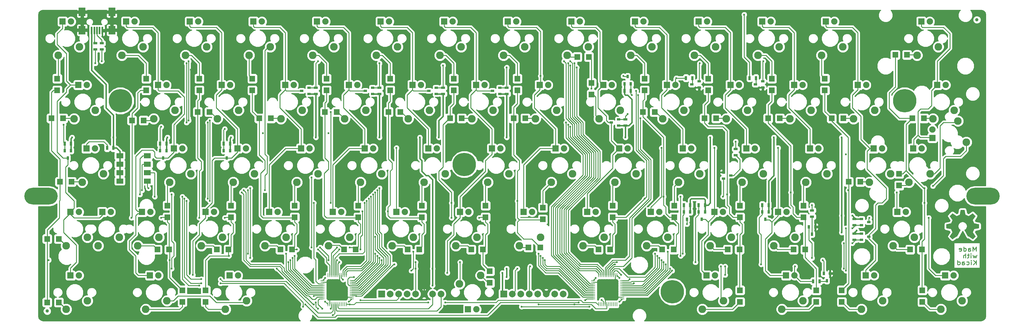
<source format=gbr>
G04 #@! TF.FileFunction,Copper,L2,Bot,Signal*
%FSLAX46Y46*%
G04 Gerber Fmt 4.6, Leading zero omitted, Abs format (unit mm)*
G04 Created by KiCad (PCBNEW 4.0.0-rc1-stable) date 30/12/2016 17:59:34*
%MOMM*%
G01*
G04 APERTURE LIST*
%ADD10C,0.150000*%
%ADD11C,0.254000*%
%ADD12C,0.600000*%
%ADD13C,1.905000*%
%ADD14R,1.905000X1.905000*%
%ADD15O,9.999980X5.001260*%
%ADD16C,7.000240*%
%ADD17C,7.001300*%
%ADD18C,1.000000*%
%ADD19C,2.000000*%
%ADD20R,2.000000X2.000000*%
%ADD21R,1.800000X1.800000*%
%ADD22C,2.286000*%
%ADD23R,2.159000X1.524000*%
%ADD24R,1.300000X0.700000*%
%ADD25R,0.700000X1.300000*%
%ADD26R,1.060000X0.650000*%
%ADD27R,0.650000X1.060000*%
%ADD28R,0.500380X2.301240*%
%ADD29R,1.998980X2.499360*%
%ADD30R,0.250000X1.300000*%
%ADD31R,1.300000X0.250000*%
%ADD32C,0.250000*%
%ADD33C,0.406400*%
G04 APERTURE END LIST*
D10*
D11*
X343807143Y-137607524D02*
X343807143Y-136337524D01*
X343299143Y-137244667D01*
X342791143Y-136337524D01*
X342791143Y-137607524D01*
X341412286Y-137607524D02*
X341412286Y-136942286D01*
X341484857Y-136821333D01*
X341630000Y-136760857D01*
X341920286Y-136760857D01*
X342065429Y-136821333D01*
X341412286Y-137547048D02*
X341557429Y-137607524D01*
X341920286Y-137607524D01*
X342065429Y-137547048D01*
X342138000Y-137426095D01*
X342138000Y-137305143D01*
X342065429Y-137184190D01*
X341920286Y-137123714D01*
X341557429Y-137123714D01*
X341412286Y-137063238D01*
X340033429Y-137607524D02*
X340033429Y-136337524D01*
X340033429Y-137547048D02*
X340178572Y-137607524D01*
X340468858Y-137607524D01*
X340614000Y-137547048D01*
X340686572Y-137486571D01*
X340759143Y-137365619D01*
X340759143Y-137002762D01*
X340686572Y-136881810D01*
X340614000Y-136821333D01*
X340468858Y-136760857D01*
X340178572Y-136760857D01*
X340033429Y-136821333D01*
X338727143Y-137547048D02*
X338872286Y-137607524D01*
X339162572Y-137607524D01*
X339307715Y-137547048D01*
X339380286Y-137426095D01*
X339380286Y-136942286D01*
X339307715Y-136821333D01*
X339162572Y-136760857D01*
X338872286Y-136760857D01*
X338727143Y-136821333D01*
X338654572Y-136942286D01*
X338654572Y-137063238D01*
X339380286Y-137184190D01*
X343952286Y-138792857D02*
X343662000Y-139639524D01*
X343371714Y-139034762D01*
X343081429Y-139639524D01*
X342791143Y-138792857D01*
X342210572Y-139639524D02*
X342210572Y-138792857D01*
X342210572Y-138369524D02*
X342283143Y-138430000D01*
X342210572Y-138490476D01*
X342138000Y-138430000D01*
X342210572Y-138369524D01*
X342210572Y-138490476D01*
X341702572Y-138792857D02*
X341122001Y-138792857D01*
X341484858Y-138369524D02*
X341484858Y-139458095D01*
X341412286Y-139579048D01*
X341267144Y-139639524D01*
X341122001Y-139639524D01*
X340614001Y-139639524D02*
X340614001Y-138369524D01*
X339960858Y-139639524D02*
X339960858Y-138974286D01*
X340033429Y-138853333D01*
X340178572Y-138792857D01*
X340396287Y-138792857D01*
X340541429Y-138853333D01*
X340614001Y-138913810D01*
X343807143Y-141671524D02*
X343807143Y-140401524D01*
X342936286Y-141671524D02*
X343589429Y-140945810D01*
X342936286Y-140401524D02*
X343807143Y-141127238D01*
X342283143Y-141671524D02*
X342283143Y-140824857D01*
X342283143Y-140401524D02*
X342355714Y-140462000D01*
X342283143Y-140522476D01*
X342210571Y-140462000D01*
X342283143Y-140401524D01*
X342283143Y-140522476D01*
X340904286Y-141611048D02*
X341049429Y-141671524D01*
X341339715Y-141671524D01*
X341484857Y-141611048D01*
X341557429Y-141550571D01*
X341630000Y-141429619D01*
X341630000Y-141066762D01*
X341557429Y-140945810D01*
X341484857Y-140885333D01*
X341339715Y-140824857D01*
X341049429Y-140824857D01*
X340904286Y-140885333D01*
X339598000Y-141671524D02*
X339598000Y-141006286D01*
X339670571Y-140885333D01*
X339815714Y-140824857D01*
X340106000Y-140824857D01*
X340251143Y-140885333D01*
X339598000Y-141611048D02*
X339743143Y-141671524D01*
X340106000Y-141671524D01*
X340251143Y-141611048D01*
X340323714Y-141490095D01*
X340323714Y-141369143D01*
X340251143Y-141248190D01*
X340106000Y-141187714D01*
X339743143Y-141187714D01*
X339598000Y-141127238D01*
X338219143Y-141671524D02*
X338219143Y-140401524D01*
X338219143Y-141611048D02*
X338364286Y-141671524D01*
X338654572Y-141671524D01*
X338799714Y-141611048D01*
X338872286Y-141550571D01*
X338944857Y-141429619D01*
X338944857Y-141066762D01*
X338872286Y-140945810D01*
X338799714Y-140885333D01*
X338654572Y-140824857D01*
X338364286Y-140824857D01*
X338219143Y-140885333D01*
D12*
X108331000Y-139192000D03*
X108331000Y-134747000D03*
X118110000Y-149225000D03*
X116205000Y-144145000D03*
X198120000Y-154305000D03*
X153543000Y-142748000D03*
X186690000Y-154940000D03*
X101600000Y-97790000D03*
X276225000Y-77470000D03*
X151765000Y-98425000D03*
X126365000Y-98425000D03*
X130810000Y-121285000D03*
X158750000Y-97155000D03*
X163195000Y-97790000D03*
X122555000Y-98425000D03*
X147320000Y-127635000D03*
X196850000Y-97155000D03*
X201295000Y-97790000D03*
X170180000Y-98425000D03*
X177800000Y-97155000D03*
X181610000Y-98425000D03*
X272415000Y-78105000D03*
X254635000Y-78105000D03*
X229870000Y-83185000D03*
X229870000Y-78105000D03*
X267335000Y-78740000D03*
X248285000Y-78740000D03*
X234315000Y-78105000D03*
X153035000Y-79375000D03*
X160020000Y-78740000D03*
X97155000Y-78740000D03*
X196850000Y-78105000D03*
X217170000Y-78105000D03*
X85725000Y-138430000D03*
X191770000Y-78740000D03*
X178435000Y-78105000D03*
X172720000Y-78740000D03*
X103505000Y-78105000D03*
X84455000Y-135890000D03*
X231775000Y-140335000D03*
X248285000Y-116840000D03*
X104775000Y-131445000D03*
X98425000Y-128905000D03*
X99060000Y-122555000D03*
X104140000Y-122555000D03*
X109220000Y-125095000D03*
X76835000Y-138430000D03*
X147320000Y-134620000D03*
X99060000Y-125730000D03*
X242570000Y-134620000D03*
X104140000Y-125095000D03*
X116205000Y-135255000D03*
X109220000Y-149225000D03*
X147320000Y-140970000D03*
X142240000Y-135255000D03*
X223520000Y-134620000D03*
X277495000Y-116840000D03*
X144780000Y-146050000D03*
X258445000Y-116840000D03*
X286385000Y-116840000D03*
X122555000Y-135890000D03*
X117475000Y-116205000D03*
X187325000Y-117475000D03*
X238760000Y-116840000D03*
X128270000Y-137160000D03*
X201930000Y-116840000D03*
X290195000Y-116205000D03*
X252095000Y-115570000D03*
X155575000Y-128905000D03*
X237490000Y-135890000D03*
X243840000Y-128270000D03*
X109220000Y-128270000D03*
X112395000Y-116840000D03*
X183515000Y-126365000D03*
X146685000Y-120650000D03*
X238125000Y-130810000D03*
X210820000Y-78740000D03*
X231775000Y-128270000D03*
X148590000Y-143510000D03*
X186690000Y-145415000D03*
X203200000Y-135890000D03*
X169545000Y-144145000D03*
X163195000Y-150495000D03*
X106680000Y-117475000D03*
X189865000Y-151765000D03*
X183515000Y-135890000D03*
X212090000Y-116205000D03*
X172085000Y-116840000D03*
X192405000Y-145415000D03*
X224155000Y-127000000D03*
X200025000Y-135255000D03*
X232410000Y-117475000D03*
X316865000Y-125730000D03*
X283210000Y-121920000D03*
X287020000Y-135890000D03*
X304800000Y-108585000D03*
X250825000Y-129540000D03*
X329565000Y-109855000D03*
X304800000Y-121920000D03*
X281305000Y-82550000D03*
X324485000Y-100965000D03*
X327660000Y-99695000D03*
X330835000Y-106680000D03*
X338455000Y-107950000D03*
X334010000Y-105410000D03*
D13*
X194151250Y-155098750D03*
D14*
X191611250Y-155098750D03*
D15*
X345831200Y-121121200D03*
X63748900Y-121121200D03*
D16*
X322339900Y-92520800D03*
X252789400Y-149820700D03*
X190490000Y-111620000D03*
D17*
X87489300Y-92520800D03*
D18*
X343990000Y-68220000D03*
X65580000Y-155630000D03*
D19*
X217551000Y-150495000D03*
X220091000Y-150495000D03*
X215011000Y-150495000D03*
X212471000Y-150495000D03*
X209931000Y-150495000D03*
D20*
X202311000Y-150495000D03*
D19*
X204851000Y-150495000D03*
X207391000Y-150495000D03*
X180975000Y-150495000D03*
X183515000Y-150495000D03*
X178435000Y-150495000D03*
X175895000Y-150495000D03*
X173355000Y-150495000D03*
D20*
X165735000Y-150495000D03*
D19*
X168275000Y-150495000D03*
X170815000Y-150495000D03*
D21*
X68580000Y-89380000D03*
X68580000Y-85880000D03*
X95250000Y-89380000D03*
X95250000Y-85880000D03*
X111125000Y-89380000D03*
X111125000Y-85880000D03*
X127000000Y-89380000D03*
X127000000Y-85880000D03*
X149225000Y-89380000D03*
X149225000Y-85880000D03*
X168275000Y-89380000D03*
X168275000Y-85880000D03*
X187325000Y-89380000D03*
X187325000Y-85880000D03*
X206375000Y-89380000D03*
X206375000Y-85880000D03*
X227810000Y-79375000D03*
X224310000Y-79375000D03*
X244475000Y-89380000D03*
X244475000Y-85880000D03*
X263525000Y-89380000D03*
X263525000Y-85880000D03*
X282575000Y-89380000D03*
X282575000Y-85880000D03*
X298450000Y-89380000D03*
X298450000Y-85880000D03*
X319560000Y-78740000D03*
X323060000Y-78740000D03*
X66830000Y-97790000D03*
X70330000Y-97790000D03*
X90960000Y-98425000D03*
X94460000Y-98425000D03*
X110645000Y-95885000D03*
X114145000Y-95885000D03*
X129060000Y-97790000D03*
X132560000Y-97790000D03*
X148745000Y-95885000D03*
X152245000Y-95885000D03*
X167795000Y-95885000D03*
X171295000Y-95885000D03*
X186210000Y-97790000D03*
X189710000Y-97790000D03*
X205260000Y-97790000D03*
X208760000Y-97790000D03*
X228600000Y-87150000D03*
X228600000Y-90650000D03*
X243995000Y-95885000D03*
X247495000Y-95885000D03*
X262410000Y-97790000D03*
X265910000Y-97790000D03*
X281460000Y-97790000D03*
X284960000Y-97790000D03*
X300510000Y-97790000D03*
X304010000Y-97790000D03*
X324640000Y-97790000D03*
X328140000Y-97790000D03*
X69370000Y-116840000D03*
X72870000Y-116840000D03*
X101600000Y-127480000D03*
X101600000Y-123980000D03*
X120650000Y-127480000D03*
X120650000Y-123980000D03*
X139700000Y-127480000D03*
X139700000Y-123980000D03*
X158750000Y-127480000D03*
X158750000Y-123980000D03*
X177800000Y-127480000D03*
X177800000Y-123980000D03*
X196850000Y-127480000D03*
X196850000Y-123980000D03*
X213995000Y-128115000D03*
X213995000Y-124615000D03*
X234950000Y-127480000D03*
X234950000Y-123980000D03*
X253365000Y-127480000D03*
X253365000Y-123980000D03*
X273050000Y-127480000D03*
X273050000Y-123980000D03*
X292100000Y-127480000D03*
X292100000Y-123980000D03*
X305590000Y-116840000D03*
X309090000Y-116840000D03*
X320675000Y-114455000D03*
X320675000Y-117955000D03*
X102080000Y-137160000D03*
X98580000Y-137160000D03*
X119860000Y-137160000D03*
X116360000Y-137160000D03*
X138910000Y-137160000D03*
X135410000Y-137160000D03*
X157960000Y-137160000D03*
X154460000Y-137160000D03*
X177010000Y-137160000D03*
X173510000Y-137160000D03*
X196060000Y-137160000D03*
X192560000Y-137160000D03*
X213205000Y-136525000D03*
X209705000Y-136525000D03*
X234160000Y-137160000D03*
X230660000Y-137160000D03*
X253210000Y-137160000D03*
X249710000Y-137160000D03*
X272895000Y-137160000D03*
X269395000Y-137160000D03*
X292580000Y-137160000D03*
X289080000Y-137160000D03*
X327505000Y-137160000D03*
X324005000Y-137160000D03*
X65560000Y-133985000D03*
X69060000Y-133985000D03*
X65560000Y-153035000D03*
X69060000Y-153035000D03*
X106045000Y-149380000D03*
X106045000Y-152880000D03*
X113030000Y-149380000D03*
X113030000Y-152880000D03*
X198120000Y-143665000D03*
X198120000Y-147165000D03*
X273050000Y-149380000D03*
X273050000Y-152880000D03*
X295910000Y-149380000D03*
X295910000Y-152880000D03*
X303530000Y-149380000D03*
X303530000Y-152880000D03*
X327660000Y-149380000D03*
X327660000Y-152880000D03*
D22*
X80803750Y-136050020D03*
X87153750Y-133510020D03*
X318930020Y-136050020D03*
X325280020Y-133510020D03*
X323691250Y-117000020D03*
X330041250Y-114460020D03*
X340836250Y-104933750D03*
X338296250Y-98583750D03*
X326072500Y-78898750D03*
X332422500Y-76358750D03*
X333216250Y-155098750D03*
X339566250Y-152558750D03*
X309403750Y-155098750D03*
X315753750Y-152558750D03*
X285591250Y-155098750D03*
X291941250Y-152558750D03*
X261778750Y-155098750D03*
X268128750Y-152558750D03*
X118903750Y-155098750D03*
X125253750Y-152558750D03*
X95091250Y-155098750D03*
X101441250Y-152558750D03*
X71278750Y-155098750D03*
X77628750Y-152558750D03*
X283210000Y-136050020D03*
X289560000Y-133510020D03*
X264160000Y-136050020D03*
X270510000Y-133510020D03*
X245110000Y-136050020D03*
X251460000Y-133510020D03*
X226060000Y-136050020D03*
X232410000Y-133510020D03*
X207010000Y-136050020D03*
X213360000Y-133510020D03*
X187960000Y-136050020D03*
X194310000Y-133510020D03*
X168910000Y-136050020D03*
X175260000Y-133510020D03*
X149860000Y-136050020D03*
X156210000Y-133510020D03*
X130810000Y-136050020D03*
X137160000Y-133510020D03*
X111760000Y-136050020D03*
X118110000Y-133510020D03*
X92710000Y-136050020D03*
X99060000Y-133510020D03*
X71280020Y-136050020D03*
X77630020Y-133510020D03*
X311785000Y-117000020D03*
X318135000Y-114460020D03*
X292735000Y-117000020D03*
X299085000Y-114460020D03*
X273685000Y-117000020D03*
X280035000Y-114460020D03*
X254635000Y-117000020D03*
X260985000Y-114460020D03*
X235585000Y-117000020D03*
X241935000Y-114460020D03*
X216535000Y-117000020D03*
X222885000Y-114460020D03*
X197485000Y-117000020D03*
X203835000Y-114460020D03*
X178435000Y-117000020D03*
X184785000Y-114460020D03*
X159385000Y-117000020D03*
X165735000Y-114460020D03*
X140335000Y-117000020D03*
X146685000Y-114460020D03*
X121285000Y-117000020D03*
X127635000Y-114460020D03*
X102235000Y-117000020D03*
X108585000Y-114460020D03*
X76042520Y-117000020D03*
X82392520Y-114460020D03*
X330835000Y-97950020D03*
X337185000Y-95410020D03*
X307022500Y-97950020D03*
X313372500Y-95410020D03*
X287972500Y-97950020D03*
X294322500Y-95410020D03*
X268922500Y-97950020D03*
X275272500Y-95410020D03*
X249872500Y-97950020D03*
X256222500Y-95410020D03*
X230822500Y-97950020D03*
X237172500Y-95410020D03*
X211772500Y-97950020D03*
X218122500Y-95410020D03*
X192722500Y-97950020D03*
X199072500Y-95410020D03*
X173672500Y-97950020D03*
X180022500Y-95410020D03*
X154622500Y-97950020D03*
X160972500Y-95410020D03*
X135572500Y-97950020D03*
X141922500Y-95410020D03*
X116522500Y-97950020D03*
X122872500Y-95410020D03*
X97472500Y-97950020D03*
X103822500Y-95410020D03*
X73660000Y-97950020D03*
X80010000Y-95410020D03*
X297497500Y-78898750D03*
X303847500Y-76358750D03*
X278447500Y-78898750D03*
X284797500Y-76358750D03*
X259397500Y-78898750D03*
X265747500Y-76358750D03*
X240347500Y-78898750D03*
X246697500Y-76358750D03*
X221297500Y-78898750D03*
X227647500Y-76358750D03*
X202247500Y-78898750D03*
X208597500Y-76358750D03*
X183197500Y-78898750D03*
X189547500Y-76358750D03*
X145097500Y-78898750D03*
X151447500Y-76358750D03*
X126047500Y-78898750D03*
X132397500Y-76358750D03*
X106997500Y-78898750D03*
X113347500Y-76358750D03*
X87947500Y-78898750D03*
X94297500Y-76358750D03*
X68897500Y-78898750D03*
X75247500Y-76358750D03*
D23*
X95568500Y-109008000D03*
X95568500Y-111548000D03*
X95568500Y-114088000D03*
X95568500Y-116628000D03*
X87313500Y-116628000D03*
X87313500Y-114088000D03*
X87313500Y-111548000D03*
X87313500Y-109008000D03*
D24*
X307340000Y-129855000D03*
X307340000Y-127955000D03*
X307340000Y-134300000D03*
X307340000Y-132400000D03*
D25*
X279720000Y-123825000D03*
X281620000Y-123825000D03*
X260670000Y-123825000D03*
X262570000Y-123825000D03*
X256225000Y-123825000D03*
X258125000Y-123825000D03*
D24*
X238760000Y-98110000D03*
X238760000Y-100010000D03*
D25*
X240345000Y-89535000D03*
X238445000Y-89535000D03*
D24*
X203200000Y-88585000D03*
X203200000Y-90485000D03*
X184150000Y-88585000D03*
X184150000Y-90485000D03*
D25*
X296860000Y-146685000D03*
X294960000Y-146685000D03*
D24*
X165100000Y-88585000D03*
X165100000Y-90485000D03*
X294640000Y-127315000D03*
X294640000Y-125415000D03*
X146050000Y-88585000D03*
X146050000Y-90485000D03*
X271780000Y-108900000D03*
X271780000Y-107000000D03*
D25*
X118430000Y-105410000D03*
X120330000Y-105410000D03*
X258760000Y-85725000D03*
X256860000Y-85725000D03*
X99380000Y-105410000D03*
X101280000Y-105410000D03*
X277810000Y-85725000D03*
X275910000Y-85725000D03*
X70805000Y-105410000D03*
X72705000Y-105410000D03*
X85405000Y-106680000D03*
X83505000Y-106680000D03*
D24*
X81915000Y-77150000D03*
X81915000Y-75250000D03*
X80010000Y-77150000D03*
X80010000Y-75250000D03*
D26*
X311615000Y-128905000D03*
X309415000Y-129855000D03*
X309415000Y-127955000D03*
X311615000Y-133350000D03*
X309415000Y-134300000D03*
X309415000Y-132400000D03*
D27*
X280670000Y-128100000D03*
X279720000Y-125900000D03*
X281620000Y-125900000D03*
X261620000Y-128100000D03*
X260670000Y-125900000D03*
X262570000Y-125900000D03*
X257175000Y-128100000D03*
X256225000Y-125900000D03*
X258125000Y-125900000D03*
D26*
X234485000Y-99060000D03*
X236685000Y-98110000D03*
X236685000Y-100010000D03*
D27*
X239395000Y-85260000D03*
X240345000Y-87460000D03*
X238445000Y-87460000D03*
D26*
X198925000Y-89535000D03*
X201125000Y-88585000D03*
X201125000Y-90485000D03*
X179875000Y-89535000D03*
X182075000Y-88585000D03*
X182075000Y-90485000D03*
X160825000Y-89535000D03*
X163025000Y-88585000D03*
X163025000Y-90485000D03*
X141775000Y-89535000D03*
X143975000Y-88585000D03*
X143975000Y-90485000D03*
D27*
X119380000Y-109685000D03*
X118430000Y-107485000D03*
X120330000Y-107485000D03*
X100330000Y-109685000D03*
X99380000Y-107485000D03*
X101280000Y-107485000D03*
X71755000Y-109685000D03*
X70805000Y-107485000D03*
X72705000Y-107485000D03*
X299085000Y-146515000D03*
X298135000Y-144315000D03*
X300035000Y-144315000D03*
X294640000Y-132545000D03*
X293690000Y-130345000D03*
X295590000Y-130345000D03*
D26*
X270340000Y-114935000D03*
X268140000Y-115885000D03*
X268140000Y-113985000D03*
X258615000Y-87630000D03*
X260815000Y-86680000D03*
X260815000Y-88580000D03*
X277665000Y-87630000D03*
X279865000Y-86680000D03*
X279865000Y-88580000D03*
D28*
X78889800Y-71449320D03*
X79689900Y-71449320D03*
X80490000Y-71449320D03*
X81290100Y-71449320D03*
X82090200Y-71449320D03*
D29*
X76039920Y-71350260D03*
X76039920Y-65851160D03*
X84940080Y-71350260D03*
X84940080Y-65851160D03*
D13*
X337026250Y-144938750D03*
D14*
X334486250Y-144938750D03*
D13*
X322740020Y-125890020D03*
D14*
X320200020Y-125890020D03*
D13*
X327501250Y-106840020D03*
D14*
X324961250Y-106840020D03*
D13*
X330676250Y-101123750D03*
D14*
X330676250Y-103663750D03*
D13*
X334645000Y-87790020D03*
D14*
X332105000Y-87790020D03*
D13*
X329882500Y-68738750D03*
D14*
X327342500Y-68738750D03*
D13*
X313213750Y-144938750D03*
D14*
X310673750Y-144938750D03*
D13*
X315595000Y-106840020D03*
D14*
X313055000Y-106840020D03*
D13*
X310832500Y-87790020D03*
D14*
X308292500Y-87790020D03*
D13*
X301307500Y-68738750D03*
D14*
X298767500Y-68738750D03*
D13*
X289401250Y-144938750D03*
D14*
X286861250Y-144938750D03*
D13*
X287020000Y-125890020D03*
D14*
X284480000Y-125890020D03*
D13*
X296545000Y-106840020D03*
D14*
X294005000Y-106840020D03*
D13*
X291782500Y-87790020D03*
D14*
X289242500Y-87790020D03*
D13*
X282257500Y-68738750D03*
D14*
X279717500Y-68738750D03*
D13*
X265588750Y-144938750D03*
D14*
X263048750Y-144938750D03*
D13*
X267970000Y-125890020D03*
D14*
X265430000Y-125890020D03*
D13*
X277495000Y-106840020D03*
D14*
X274955000Y-106840020D03*
D13*
X272732500Y-87790020D03*
D14*
X270192500Y-87790020D03*
D13*
X263207500Y-68738750D03*
D14*
X260667500Y-68738750D03*
D13*
X248920000Y-125890020D03*
D14*
X246380000Y-125890020D03*
D13*
X258445000Y-106840020D03*
D14*
X255905000Y-106840020D03*
D13*
X253682500Y-87790020D03*
D14*
X251142500Y-87790020D03*
D13*
X244157500Y-68738750D03*
D14*
X241617500Y-68738750D03*
D13*
X229870000Y-125890020D03*
D14*
X227330000Y-125890020D03*
D13*
X239395000Y-106840020D03*
D14*
X236855000Y-106840020D03*
D13*
X234632500Y-87790020D03*
D14*
X232092500Y-87790020D03*
D13*
X225107500Y-68738750D03*
D14*
X222567500Y-68738750D03*
D13*
X210820000Y-125890020D03*
D14*
X208280000Y-125890020D03*
D13*
X220345000Y-106840020D03*
D14*
X217805000Y-106840020D03*
D13*
X215582500Y-87790020D03*
D14*
X213042500Y-87790020D03*
D13*
X206057500Y-68738750D03*
D14*
X203517500Y-68738750D03*
D13*
X191770000Y-125890020D03*
D14*
X189230000Y-125890020D03*
D13*
X201295000Y-106840020D03*
D14*
X198755000Y-106840020D03*
D13*
X196532500Y-87790020D03*
D14*
X193992500Y-87790020D03*
D13*
X187007500Y-68738750D03*
D14*
X184467500Y-68738750D03*
D13*
X172720000Y-125890020D03*
D14*
X170180000Y-125890020D03*
D13*
X182245000Y-106840020D03*
D14*
X179705000Y-106840020D03*
D13*
X177482500Y-87790020D03*
D14*
X174942500Y-87790020D03*
D13*
X167957500Y-68738750D03*
D14*
X165417500Y-68738750D03*
D13*
X153670000Y-125890020D03*
D14*
X151130000Y-125890020D03*
D13*
X163195000Y-106840020D03*
D14*
X160655000Y-106840020D03*
D13*
X158432500Y-87790020D03*
D14*
X155892500Y-87790020D03*
D13*
X148907500Y-68738750D03*
D14*
X146367500Y-68738750D03*
D13*
X134620000Y-125890020D03*
D14*
X132080000Y-125890020D03*
D13*
X144145000Y-106840020D03*
D14*
X141605000Y-106840020D03*
D13*
X139382500Y-87790020D03*
D14*
X136842500Y-87790020D03*
D13*
X129857500Y-68738750D03*
D14*
X127317500Y-68738750D03*
D13*
X122713750Y-144938750D03*
D14*
X120173750Y-144938750D03*
D13*
X115570000Y-125890020D03*
D14*
X113030000Y-125890020D03*
D13*
X125095000Y-106840020D03*
D14*
X122555000Y-106840020D03*
D13*
X120332500Y-87790020D03*
D14*
X117792500Y-87790020D03*
D13*
X110807500Y-68738750D03*
D14*
X108267500Y-68738750D03*
D13*
X98901250Y-144938750D03*
D14*
X96361250Y-144938750D03*
D13*
X96520000Y-125890020D03*
D14*
X93980000Y-125890020D03*
D13*
X106045000Y-106840020D03*
D14*
X103505000Y-106840020D03*
D13*
X101282500Y-87790020D03*
D14*
X98742500Y-87790020D03*
D13*
X91757500Y-68738750D03*
D14*
X89217500Y-68738750D03*
D13*
X75088750Y-144938750D03*
D14*
X72548750Y-144938750D03*
D13*
X84613750Y-125890020D03*
D14*
X82073750Y-125890020D03*
D13*
X75090020Y-125890020D03*
D14*
X72550020Y-125890020D03*
D13*
X77470000Y-87790020D03*
D14*
X74930000Y-87790020D03*
D13*
X72707500Y-68738750D03*
D14*
X70167500Y-68738750D03*
D13*
X79852520Y-106840020D03*
D14*
X77312520Y-106840020D03*
D22*
X164147500Y-78898750D03*
X170497500Y-76358750D03*
X195421250Y-144938750D03*
X189071250Y-147478750D03*
D12*
X285115000Y-138430000D03*
D10*
G36*
X338856320Y-126758700D02*
X339135720Y-125260100D01*
X340314280Y-125260100D01*
X340593680Y-126758700D01*
X338856320Y-126758700D01*
X338856320Y-126758700D01*
G37*
G36*
X336696726Y-128375225D02*
X335834621Y-127117989D01*
X336667989Y-126284621D01*
X337925225Y-127146726D01*
X336696726Y-128375225D01*
X336696726Y-128375225D01*
G37*
G36*
X336308700Y-131043680D02*
X334810100Y-130764280D01*
X334810100Y-129585720D01*
X336308700Y-129306320D01*
X336308700Y-131043680D01*
X336308700Y-131043680D01*
G37*
G36*
X337925225Y-133203274D02*
X336667989Y-134065379D01*
X335834621Y-133232011D01*
X336696726Y-131974775D01*
X337925225Y-133203274D01*
X337925225Y-133203274D01*
G37*
G36*
X341524775Y-127146726D02*
X342782011Y-126284621D01*
X343615379Y-127117989D01*
X342753274Y-128375225D01*
X341524775Y-127146726D01*
X341524775Y-127146726D01*
G37*
G36*
X343141300Y-129306320D02*
X344639900Y-129585720D01*
X344639900Y-130764280D01*
X343141300Y-131043680D01*
X343141300Y-129306320D01*
X343141300Y-129306320D01*
G37*
G36*
X342753274Y-131974775D02*
X343615379Y-133232011D01*
X342782011Y-134065379D01*
X341524775Y-133203274D01*
X342753274Y-131974775D01*
X342753274Y-131974775D01*
G37*
G36*
X339390990Y-128925320D02*
X338976970Y-126634240D01*
X340473030Y-126634240D01*
X340059010Y-128925320D01*
X339390990Y-128925320D01*
X339390990Y-128925320D01*
G37*
G36*
X339892436Y-128893181D02*
X340386690Y-126618060D01*
X341768869Y-127190578D01*
X340509606Y-129148821D01*
X339892436Y-128893181D01*
X339892436Y-128893181D01*
G37*
G36*
X338940394Y-129148821D02*
X337681131Y-127190578D01*
X339063310Y-126618060D01*
X339557564Y-128893181D01*
X338940394Y-129148821D01*
X338940394Y-129148821D01*
G37*
G36*
X338607198Y-129529560D02*
X336694404Y-128202278D01*
X337752278Y-127144404D01*
X339079560Y-129057198D01*
X338607198Y-129529560D01*
X338607198Y-129529560D01*
G37*
G36*
X340370440Y-129057198D02*
X341697722Y-127144404D01*
X342755596Y-128202278D01*
X340842802Y-129529560D01*
X340370440Y-129057198D01*
X340370440Y-129057198D01*
G37*
G36*
X338443181Y-130007564D02*
X336168060Y-129513310D01*
X336740578Y-128131131D01*
X338698821Y-129390394D01*
X338443181Y-130007564D01*
X338443181Y-130007564D01*
G37*
G36*
X340751179Y-129390394D02*
X342709422Y-128131131D01*
X343281940Y-129513310D01*
X341006819Y-130007564D01*
X340751179Y-129390394D01*
X340751179Y-129390394D01*
G37*
G36*
X338475320Y-130509010D02*
X336184240Y-130923030D01*
X336184240Y-129426970D01*
X338475320Y-129840990D01*
X338475320Y-130509010D01*
X338475320Y-130509010D01*
G37*
G36*
X340974680Y-129840990D02*
X343265760Y-129426970D01*
X343265760Y-130923030D01*
X340974680Y-130509010D01*
X340974680Y-129840990D01*
X340974680Y-129840990D01*
G37*
G36*
X341006819Y-130342436D02*
X343281940Y-130836690D01*
X342709422Y-132218869D01*
X340751179Y-130959606D01*
X341006819Y-130342436D01*
X341006819Y-130342436D01*
G37*
G36*
X338698821Y-130959606D02*
X336740578Y-132218869D01*
X336168060Y-130836690D01*
X338443181Y-130342436D01*
X338698821Y-130959606D01*
X338698821Y-130959606D01*
G37*
G36*
X339079560Y-131292802D02*
X337752278Y-133205596D01*
X336694404Y-132147722D01*
X338607198Y-130820440D01*
X339079560Y-131292802D01*
X339079560Y-131292802D01*
G37*
G36*
X340842802Y-130820440D02*
X342755596Y-132147722D01*
X341697722Y-133205596D01*
X340370440Y-131292802D01*
X340842802Y-130820440D01*
X340842802Y-130820440D01*
G37*
G36*
X340556236Y-131121014D02*
X342000708Y-132911524D01*
X341377325Y-133327269D01*
X340279411Y-131305633D01*
X340556236Y-131121014D01*
X340556236Y-131121014D01*
G37*
G36*
X339170589Y-131305633D02*
X338072675Y-133327269D01*
X337449292Y-132911524D01*
X338893764Y-131121014D01*
X339170589Y-131305633D01*
X339170589Y-131305633D01*
G37*
D30*
X149650000Y-144875000D03*
X150150000Y-144875000D03*
X150650000Y-144875000D03*
X151150000Y-144875000D03*
X151650000Y-144875000D03*
X152150000Y-144875000D03*
X152650000Y-144875000D03*
X153150000Y-144875000D03*
X153650000Y-144875000D03*
X154150000Y-144875000D03*
X154650000Y-144875000D03*
X155150000Y-144875000D03*
D31*
X156750000Y-146475000D03*
X156750000Y-146975000D03*
X156750000Y-147475000D03*
X156750000Y-147975000D03*
X156750000Y-148475000D03*
X156750000Y-148975000D03*
X156750000Y-149475000D03*
X156750000Y-149975000D03*
X156750000Y-150475000D03*
X156750000Y-150975000D03*
X156750000Y-151475000D03*
X156750000Y-151975000D03*
D30*
X155150000Y-153575000D03*
X154650000Y-153575000D03*
X154150000Y-153575000D03*
X153650000Y-153575000D03*
X153150000Y-153575000D03*
X152650000Y-153575000D03*
X152150000Y-153575000D03*
X151650000Y-153575000D03*
X151150000Y-153575000D03*
X150650000Y-153575000D03*
X150150000Y-153575000D03*
X149650000Y-153575000D03*
D31*
X148050000Y-151975000D03*
X148050000Y-151475000D03*
X148050000Y-150975000D03*
X148050000Y-150475000D03*
X148050000Y-149975000D03*
X148050000Y-149475000D03*
X148050000Y-148975000D03*
X148050000Y-148475000D03*
X148050000Y-147975000D03*
X148050000Y-147475000D03*
X148050000Y-146975000D03*
X148050000Y-146475000D03*
D30*
X236176000Y-153575000D03*
X235676000Y-153575000D03*
X235176000Y-153575000D03*
X234676000Y-153575000D03*
X234176000Y-153575000D03*
X233676000Y-153575000D03*
X233176000Y-153575000D03*
X232676000Y-153575000D03*
X232176000Y-153575000D03*
X231676000Y-153575000D03*
X231176000Y-153575000D03*
X230676000Y-153575000D03*
D31*
X229076000Y-151975000D03*
X229076000Y-151475000D03*
X229076000Y-150975000D03*
X229076000Y-150475000D03*
X229076000Y-149975000D03*
X229076000Y-149475000D03*
X229076000Y-148975000D03*
X229076000Y-148475000D03*
X229076000Y-147975000D03*
X229076000Y-147475000D03*
X229076000Y-146975000D03*
X229076000Y-146475000D03*
D30*
X230676000Y-144875000D03*
X231176000Y-144875000D03*
X231676000Y-144875000D03*
X232176000Y-144875000D03*
X232676000Y-144875000D03*
X233176000Y-144875000D03*
X233676000Y-144875000D03*
X234176000Y-144875000D03*
X234676000Y-144875000D03*
X235176000Y-144875000D03*
X235676000Y-144875000D03*
X236176000Y-144875000D03*
D31*
X237776000Y-146475000D03*
X237776000Y-146975000D03*
X237776000Y-147475000D03*
X237776000Y-147975000D03*
X237776000Y-148475000D03*
X237776000Y-148975000D03*
X237776000Y-149475000D03*
X237776000Y-149975000D03*
X237776000Y-150475000D03*
X237776000Y-150975000D03*
X237776000Y-151475000D03*
X237776000Y-151975000D03*
D12*
X175895000Y-142875000D03*
X153035000Y-140970000D03*
X175895000Y-140970000D03*
X180975000Y-102235000D03*
X299720000Y-130345000D03*
X302260000Y-121285000D03*
X302260000Y-116205000D03*
X246380000Y-102235000D03*
X236855000Y-102235000D03*
X154940000Y-102235000D03*
X149860000Y-102235000D03*
X135890000Y-102235000D03*
X130175000Y-102235000D03*
X120650000Y-102235000D03*
X116205000Y-102235000D03*
X302260000Y-102235000D03*
X179705000Y-146050000D03*
X260350000Y-102235000D03*
X279400000Y-102235000D03*
X204470000Y-142240000D03*
X204470000Y-147320000D03*
X179705000Y-141605000D03*
X267970000Y-102235000D03*
X173990000Y-102235000D03*
X108585000Y-83185000D03*
X83820000Y-83185000D03*
X109220000Y-102235000D03*
X233426000Y-149225000D03*
X152400000Y-149225000D03*
X154178000Y-146177000D03*
X155956000Y-152781000D03*
X148844000Y-152781000D03*
X148844000Y-145669000D03*
X303530000Y-127000000D03*
X306705000Y-127000000D03*
X264160000Y-103505000D03*
X203200000Y-103505000D03*
X182880000Y-103505000D03*
X165100000Y-103505000D03*
X146050000Y-103505000D03*
X120650000Y-103505000D03*
X101600000Y-103505000D03*
X85405000Y-103505000D03*
X73025000Y-103505000D03*
X203200000Y-145415000D03*
X203200000Y-142875000D03*
X180975000Y-142875000D03*
X238760000Y-103505000D03*
X177165000Y-103505000D03*
X180975000Y-147955000D03*
X283210000Y-103505000D03*
X307975000Y-131445000D03*
X303530000Y-132080000D03*
X303530000Y-103505000D03*
X138430000Y-140335000D03*
X102235000Y-140335000D03*
X99695000Y-127635000D03*
X90805000Y-127635000D03*
X139700000Y-139065000D03*
X118745000Y-127635000D03*
X111125000Y-127635000D03*
X120015000Y-139065000D03*
X140335000Y-137160000D03*
X146685000Y-137160000D03*
X152400000Y-136525000D03*
X156210000Y-136525000D03*
X160020000Y-125730000D03*
X167640000Y-125730000D03*
X153035000Y-137160000D03*
X159385000Y-137160000D03*
X194945000Y-127635000D03*
X186690000Y-127635000D03*
X160655000Y-123190000D03*
X186690000Y-123190000D03*
X206375000Y-122555000D03*
X161290000Y-122555000D03*
X161925000Y-121920000D03*
X244475000Y-121920000D03*
X228600000Y-88900000D03*
X241935000Y-89535000D03*
X162560000Y-121285000D03*
X250190000Y-121285000D03*
X269240000Y-120650000D03*
X163195000Y-120650000D03*
X288290000Y-120015000D03*
X163830000Y-120015000D03*
X305435000Y-119380000D03*
X164465000Y-119380000D03*
X165100000Y-118745000D03*
X328295000Y-123190000D03*
X328295000Y-118745000D03*
X330835000Y-118110000D03*
X274320000Y-66675000D03*
X254000000Y-85725000D03*
X294640000Y-123825000D03*
X268605000Y-142240000D03*
X268605000Y-144780000D03*
X289560000Y-142240000D03*
X271780000Y-104775000D03*
X109220000Y-144780000D03*
X170180000Y-106680000D03*
X185420000Y-144145000D03*
X213360000Y-85090000D03*
X238125000Y-85090000D03*
X257175000Y-129540000D03*
X249555000Y-106680000D03*
X265430000Y-106680000D03*
X284480000Y-106680000D03*
X329565000Y-127635000D03*
X311785000Y-127635000D03*
X320040000Y-120015000D03*
X113665000Y-121920000D03*
X107315000Y-81280000D03*
X107315000Y-99060000D03*
X113665000Y-99060000D03*
X80010000Y-81280000D03*
X106680000Y-121920000D03*
X117475000Y-147320000D03*
X111760000Y-147320000D03*
X142240000Y-154305000D03*
X151130000Y-156845000D03*
X157480000Y-145415000D03*
X165100000Y-139700000D03*
X213995000Y-139700000D03*
X146050000Y-153035000D03*
X146685000Y-154940000D03*
X145415000Y-151130000D03*
X159385000Y-152400000D03*
X150495000Y-154940000D03*
X147955000Y-154940000D03*
X145415000Y-123190000D03*
X150495000Y-123190000D03*
X150495000Y-95885000D03*
X152400000Y-140335000D03*
X149860000Y-140335000D03*
X147320000Y-136525000D03*
X144780000Y-136525000D03*
X144780000Y-115570000D03*
X163830000Y-133350000D03*
X267335000Y-142240000D03*
X169545000Y-141605000D03*
X158115000Y-151130000D03*
X189230000Y-140970000D03*
X163830000Y-138430000D03*
X212725000Y-138430000D03*
X164465000Y-139065000D03*
X213360000Y-139065000D03*
X214630000Y-140335000D03*
X165735000Y-140335000D03*
X99695000Y-100330000D03*
X221615000Y-99695000D03*
X118745000Y-100965000D03*
X222250000Y-100330000D03*
X220345000Y-80645000D03*
X146685000Y-80645000D03*
X221615000Y-81280000D03*
X165100000Y-81280000D03*
X222250000Y-81915000D03*
X184150000Y-81915000D03*
X224155000Y-82550000D03*
X203200000Y-82550000D03*
X240665000Y-90805000D03*
X242570000Y-90805000D03*
X243205000Y-97790000D03*
X239395000Y-96520000D03*
X255905000Y-138430000D03*
X247650000Y-138430000D03*
X250190000Y-140970000D03*
X259715000Y-140970000D03*
X250825000Y-141605000D03*
X279400000Y-141605000D03*
X304165000Y-142875000D03*
X304165000Y-135255000D03*
X306705000Y-135255000D03*
X252095000Y-142875000D03*
X252730000Y-143510000D03*
X306705000Y-130810000D03*
X304800000Y-130810000D03*
X304800000Y-143510000D03*
X175260000Y-137795000D03*
X174625000Y-143510000D03*
X251460000Y-137795000D03*
X95885000Y-118745000D03*
X126365000Y-118745000D03*
X126365000Y-139700000D03*
X139065000Y-139700000D03*
X236220000Y-140970000D03*
X235585000Y-141605000D03*
X210185000Y-142240000D03*
X241300000Y-147320000D03*
X237490000Y-144780000D03*
X207645000Y-154305000D03*
X227965000Y-154305000D03*
X206375000Y-142875000D03*
X240030000Y-146050000D03*
X201930000Y-144145000D03*
X236982000Y-145669000D03*
X229870000Y-145669000D03*
X236982000Y-152781000D03*
X231648000Y-152273000D03*
X223520000Y-153670000D03*
X212725000Y-153670000D03*
X123825000Y-120015000D03*
X260985000Y-81280000D03*
X223520000Y-81280000D03*
X248285000Y-139065000D03*
X255270000Y-139065000D03*
X255270000Y-121285000D03*
X267970000Y-121285000D03*
X294640000Y-139700000D03*
X248920000Y-139700000D03*
X249555000Y-140335000D03*
X297815000Y-140335000D03*
X111760000Y-146050000D03*
X117475000Y-146050000D03*
X114300000Y-122555000D03*
X107950000Y-80645000D03*
X107950000Y-98425000D03*
X114300000Y-98425000D03*
X81915000Y-80645000D03*
X107315000Y-122555000D03*
X124460000Y-119380000D03*
X93980000Y-119380000D03*
X142875000Y-153670000D03*
X111125000Y-147955000D03*
X97790000Y-121285000D03*
X106045000Y-121285000D03*
X224790000Y-153035000D03*
X226695000Y-152400000D03*
X137160000Y-138430000D03*
X125730000Y-138430000D03*
X125730000Y-119380000D03*
X130810000Y-119380000D03*
X137795000Y-140970000D03*
X66040000Y-140335000D03*
X280035000Y-80645000D03*
X222250000Y-80645000D03*
X220980000Y-99060000D03*
X70485000Y-99695000D03*
X184785000Y-153035000D03*
X179705000Y-153035000D03*
X156210000Y-153670000D03*
X145415000Y-153670000D03*
X134366000Y-142875000D03*
X102870000Y-142875000D03*
X102870000Y-120650000D03*
X93345000Y-120650000D03*
D32*
X152650000Y-141355000D02*
X153035000Y-140970000D01*
X152650000Y-144875000D02*
X152650000Y-141355000D01*
X175895000Y-140970000D02*
X175895000Y-142875000D01*
X175895000Y-142875000D02*
X175895000Y-150495000D01*
D33*
X300820000Y-130345000D02*
X302260000Y-128905000D01*
X302260000Y-102235000D02*
X302260000Y-116205000D01*
X302260000Y-116205000D02*
X302260000Y-121285000D01*
X302260000Y-121285000D02*
X302260000Y-128905000D01*
X295590000Y-130345000D02*
X299720000Y-130345000D01*
X299720000Y-130345000D02*
X300820000Y-130345000D01*
X302260000Y-131785000D02*
X302260000Y-143510000D01*
X301455000Y-144315000D02*
X302260000Y-143510000D01*
X301455000Y-144315000D02*
X300035000Y-144315000D01*
X300820000Y-130345000D02*
X302260000Y-131785000D01*
X260815000Y-88580000D02*
X260815000Y-89705000D01*
X260350000Y-90170000D02*
X260350000Y-102235000D01*
X260815000Y-89705000D02*
X260350000Y-90170000D01*
X279865000Y-88580000D02*
X279865000Y-89705000D01*
X279865000Y-89705000D02*
X279400000Y-90170000D01*
X279400000Y-90170000D02*
X279400000Y-102235000D01*
X204470000Y-142240000D02*
X204470000Y-147320000D01*
X268140000Y-113985000D02*
X268140000Y-102405000D01*
X268140000Y-102405000D02*
X267970000Y-102235000D01*
X179705000Y-146050000D02*
X178435000Y-147320000D01*
X178435000Y-147320000D02*
X178435000Y-150495000D01*
X173990000Y-123825000D02*
X173990000Y-102235000D01*
X173990000Y-123825000D02*
X175895000Y-125730000D01*
X175895000Y-125730000D02*
X179070000Y-125730000D01*
X179070000Y-125730000D02*
X179705000Y-126365000D01*
X179705000Y-126365000D02*
X179705000Y-141605000D01*
X179705000Y-141605000D02*
X179705000Y-146050000D01*
X108585000Y-97155000D02*
X109220000Y-97790000D01*
X108585000Y-83185000D02*
X108585000Y-97155000D01*
X82090200Y-73200200D02*
X82090200Y-71449320D01*
X83820000Y-74295000D02*
X83820000Y-83185000D01*
X83185000Y-73660000D02*
X83820000Y-74295000D01*
X82550000Y-73660000D02*
X83185000Y-73660000D01*
X82090200Y-73200200D02*
X82550000Y-73660000D01*
X109220000Y-97790000D02*
X109220000Y-102235000D01*
D32*
X232676000Y-153575000D02*
X232676000Y-149975000D01*
X232676000Y-149975000D02*
X233426000Y-149225000D01*
X237776000Y-151475000D02*
X235676000Y-151475000D01*
X235676000Y-151475000D02*
X233426000Y-149225000D01*
X229076000Y-146975000D02*
X231176000Y-146975000D01*
X231176000Y-146975000D02*
X233426000Y-149225000D01*
X235676000Y-144875000D02*
X235676000Y-146975000D01*
X235676000Y-146975000D02*
X233426000Y-149225000D01*
X150150000Y-153575000D02*
X150150000Y-151475000D01*
X150150000Y-151475000D02*
X152400000Y-149225000D01*
X153150000Y-144875000D02*
X153150000Y-148475000D01*
X153150000Y-148475000D02*
X152400000Y-149225000D01*
X156750000Y-151475000D02*
X154650000Y-151475000D01*
X154650000Y-151475000D02*
X152400000Y-149225000D01*
X148050000Y-146975000D02*
X150150000Y-146975000D01*
X150150000Y-146975000D02*
X152400000Y-149225000D01*
D33*
X84940080Y-65851160D02*
X76039920Y-65851160D01*
X84940080Y-71350260D02*
X82189260Y-71350260D01*
X82189260Y-71350260D02*
X82090200Y-71449320D01*
X84940080Y-65851160D02*
X84940080Y-71350260D01*
X76039920Y-65851160D02*
X76039920Y-71350260D01*
D32*
X153650000Y-144875000D02*
X153650000Y-145649000D01*
X153650000Y-145649000D02*
X154178000Y-146177000D01*
X156750000Y-151975000D02*
X156750000Y-151987000D01*
X156750000Y-151987000D02*
X155956000Y-152781000D01*
X149650000Y-153575000D02*
X149638000Y-153575000D01*
X149638000Y-153575000D02*
X148844000Y-152781000D01*
X148050000Y-146475000D02*
X148050000Y-146463000D01*
X148050000Y-146463000D02*
X148844000Y-145669000D01*
D33*
X307340000Y-127955000D02*
X307340000Y-127635000D01*
X307340000Y-127635000D02*
X306705000Y-127000000D01*
X264160000Y-103505000D02*
X264160000Y-123190000D01*
X263525000Y-123825000D02*
X262570000Y-123825000D01*
X264160000Y-123190000D02*
X263525000Y-123825000D01*
X262570000Y-123825000D02*
X262570000Y-122235000D01*
X262570000Y-122235000D02*
X262255000Y-121920000D01*
X262255000Y-121920000D02*
X258445000Y-121920000D01*
X258445000Y-121920000D02*
X258125000Y-122240000D01*
X258125000Y-122240000D02*
X258125000Y-123825000D01*
X78889800Y-71449320D02*
X78889800Y-83334800D01*
X78889800Y-83334800D02*
X83185000Y-87630000D01*
X203200000Y-90485000D02*
X203200000Y-103505000D01*
X201125000Y-90485000D02*
X203200000Y-90485000D01*
X184150000Y-90485000D02*
X184150000Y-97155000D01*
X184150000Y-97155000D02*
X182880000Y-98425000D01*
X182880000Y-98425000D02*
X182880000Y-103505000D01*
X182075000Y-90485000D02*
X184150000Y-90485000D01*
X165100000Y-90485000D02*
X165100000Y-103505000D01*
X163025000Y-90485000D02*
X165100000Y-90485000D01*
X146050000Y-90485000D02*
X146050000Y-103505000D01*
X143975000Y-90485000D02*
X146050000Y-90485000D01*
X120330000Y-105410000D02*
X120330000Y-103825000D01*
X120330000Y-103825000D02*
X120650000Y-103505000D01*
X120330000Y-107485000D02*
X120330000Y-105410000D01*
X101280000Y-105410000D02*
X101280000Y-103825000D01*
X101280000Y-103825000D02*
X101600000Y-103505000D01*
X101280000Y-107485000D02*
X101280000Y-105410000D01*
X73025000Y-103505000D02*
X72705000Y-103825000D01*
X72705000Y-103825000D02*
X72705000Y-105410000D01*
X72705000Y-107485000D02*
X72705000Y-105410000D01*
X203200000Y-142875000D02*
X203200000Y-145415000D01*
X238445000Y-87460000D02*
X238445000Y-89535000D01*
X238445000Y-89535000D02*
X238445000Y-90490000D01*
X239715000Y-100010000D02*
X238760000Y-100010000D01*
X240665000Y-99060000D02*
X240665000Y-92075000D01*
X239715000Y-100010000D02*
X240665000Y-99060000D01*
X239395000Y-90805000D02*
X240665000Y-92075000D01*
X238760000Y-90805000D02*
X239395000Y-90805000D01*
X238445000Y-90490000D02*
X238760000Y-90805000D01*
X238760000Y-100010000D02*
X238760000Y-103505000D01*
X236685000Y-100010000D02*
X238760000Y-100010000D01*
X307340000Y-132400000D02*
X309415000Y-132400000D01*
X307340000Y-127955000D02*
X309415000Y-127955000D01*
X281620000Y-123825000D02*
X281620000Y-125900000D01*
X262570000Y-123825000D02*
X262570000Y-125900000D01*
X258125000Y-123825000D02*
X258125000Y-125900000D01*
X180975000Y-116205000D02*
X180975000Y-142875000D01*
X179705000Y-114935000D02*
X180975000Y-116205000D01*
X179070000Y-114935000D02*
X179705000Y-114935000D01*
X177800000Y-113665000D02*
X179070000Y-114935000D01*
X177800000Y-110490000D02*
X177800000Y-113665000D01*
X177165000Y-109855000D02*
X177800000Y-110490000D01*
X177165000Y-109855000D02*
X177165000Y-103505000D01*
X180975000Y-142875000D02*
X180975000Y-147955000D01*
X281620000Y-123825000D02*
X281620000Y-116525000D01*
X283210000Y-114935000D02*
X283210000Y-103505000D01*
X281620000Y-116525000D02*
X283210000Y-114935000D01*
X307340000Y-132400000D02*
X307340000Y-132080000D01*
X307340000Y-132080000D02*
X307975000Y-131445000D01*
X303530000Y-132080000D02*
X303530000Y-127000000D01*
X303530000Y-127000000D02*
X303530000Y-103505000D01*
X85405000Y-96835000D02*
X85405000Y-103505000D01*
X83185000Y-87630000D02*
X83185000Y-94615000D01*
X83185000Y-94615000D02*
X85405000Y-96835000D01*
X85405000Y-103505000D02*
X85405000Y-106680000D01*
X85405000Y-106680000D02*
X86360000Y-106680000D01*
X86360000Y-106680000D02*
X87313500Y-107633500D01*
X87313500Y-107633500D02*
X87313500Y-109008000D01*
X78889800Y-71449320D02*
X78889800Y-72240200D01*
X87313500Y-109008000D02*
X87313500Y-111548000D01*
X87313500Y-111548000D02*
X87313500Y-114088000D01*
X87313500Y-114088000D02*
X87313500Y-116628000D01*
D32*
X83505000Y-106680000D02*
X83505000Y-105730000D01*
X77312520Y-105567480D02*
X77312520Y-106840020D01*
X78105000Y-104775000D02*
X77312520Y-105567480D01*
X82550000Y-104775000D02*
X78105000Y-104775000D01*
X83505000Y-105730000D02*
X82550000Y-104775000D01*
X102235000Y-140335000D02*
X102235000Y-145570000D01*
X102235000Y-145570000D02*
X106045000Y-149380000D01*
X102235000Y-137315000D02*
X102235000Y-140335000D01*
X144276000Y-148975000D02*
X148050000Y-148975000D01*
X138430000Y-140335000D02*
X138430000Y-143129000D01*
X144276000Y-148975000D02*
X138430000Y-143129000D01*
X102235000Y-137315000D02*
X102080000Y-137160000D01*
X90960000Y-98425000D02*
X90960000Y-127480000D01*
X99850000Y-127480000D02*
X101600000Y-127480000D01*
X99695000Y-127635000D02*
X99850000Y-127480000D01*
X90960000Y-127480000D02*
X90805000Y-127635000D01*
X101600000Y-127480000D02*
X101600000Y-128905000D01*
X101600000Y-128905000D02*
X102080000Y-129385000D01*
X102080000Y-129385000D02*
X102080000Y-137160000D01*
X95250000Y-89380000D02*
X93500000Y-89380000D01*
X90960000Y-96365000D02*
X90960000Y-98425000D01*
X92710000Y-94615000D02*
X90960000Y-96365000D01*
X92710000Y-90170000D02*
X92710000Y-94615000D01*
X93500000Y-89380000D02*
X92710000Y-90170000D01*
X68897500Y-78898750D02*
X68897500Y-85562500D01*
X68897500Y-85562500D02*
X68580000Y-85880000D01*
X120015000Y-139065000D02*
X114300000Y-139065000D01*
X113030000Y-140335000D02*
X113030000Y-149380000D01*
X114300000Y-139065000D02*
X113030000Y-140335000D01*
X148050000Y-147975000D02*
X144800000Y-147975000D01*
X139700000Y-142875000D02*
X139700000Y-139065000D01*
X139700000Y-142875000D02*
X144800000Y-147975000D01*
X110645000Y-95885000D02*
X110645000Y-109700000D01*
X118900000Y-127480000D02*
X120650000Y-127480000D01*
X118745000Y-127635000D02*
X118900000Y-127480000D01*
X111125000Y-113665000D02*
X111125000Y-127635000D01*
X111760000Y-113030000D02*
X111125000Y-113665000D01*
X111760000Y-110815000D02*
X111760000Y-113030000D01*
X110645000Y-109700000D02*
X111760000Y-110815000D01*
X119860000Y-138910000D02*
X119860000Y-137160000D01*
X120015000Y-139065000D02*
X119860000Y-138910000D01*
X120650000Y-127480000D02*
X120650000Y-128905000D01*
X120650000Y-128905000D02*
X121285000Y-129540000D01*
X121285000Y-129540000D02*
X121285000Y-132080000D01*
X121285000Y-132080000D02*
X120650000Y-132715000D01*
X120650000Y-132715000D02*
X120650000Y-136370000D01*
X120650000Y-136370000D02*
X119860000Y-137160000D01*
X111125000Y-89380000D02*
X111125000Y-92075000D01*
X110645000Y-92555000D02*
X110645000Y-95885000D01*
X111125000Y-92075000D02*
X110645000Y-92555000D01*
X95250000Y-85880000D02*
X95250000Y-81280000D01*
X92868750Y-78898750D02*
X87947500Y-78898750D01*
X95250000Y-81280000D02*
X92868750Y-78898750D01*
X129540000Y-114300000D02*
X129540000Y-127000000D01*
X129060000Y-108740000D02*
X130810000Y-110490000D01*
X130810000Y-110490000D02*
X130810000Y-113030000D01*
X130810000Y-113030000D02*
X129540000Y-114300000D01*
X129060000Y-97790000D02*
X129060000Y-108740000D01*
X130175000Y-127635000D02*
X139545000Y-127635000D01*
X129540000Y-127000000D02*
X130175000Y-127635000D01*
X139545000Y-127635000D02*
X139700000Y-127480000D01*
X149225000Y-139700000D02*
X146685000Y-137160000D01*
X150150000Y-141895000D02*
X149225000Y-140970000D01*
X149225000Y-140970000D02*
X149225000Y-139700000D01*
X138910000Y-137160000D02*
X140335000Y-137160000D01*
X150150000Y-141895000D02*
X150150000Y-144875000D01*
X138430000Y-137640000D02*
X138910000Y-137160000D01*
X139065000Y-137160000D02*
X138910000Y-137160000D01*
X139700000Y-127480000D02*
X139700000Y-128905000D01*
X139700000Y-128905000D02*
X140335000Y-129540000D01*
X140335000Y-129540000D02*
X140335000Y-132080000D01*
X140335000Y-132080000D02*
X139700000Y-132715000D01*
X139700000Y-132715000D02*
X139700000Y-136370000D01*
X139700000Y-136370000D02*
X138910000Y-137160000D01*
X127000000Y-89380000D02*
X127000000Y-95730000D01*
X127000000Y-95730000D02*
X129060000Y-97790000D01*
X111125000Y-85880000D02*
X111125000Y-81280000D01*
X108743750Y-78898750D02*
X106997500Y-78898750D01*
X111125000Y-81280000D02*
X108743750Y-78898750D01*
X149860000Y-113030000D02*
X148590000Y-114300000D01*
X148745000Y-109700000D02*
X149860000Y-110815000D01*
X149860000Y-110815000D02*
X149860000Y-113030000D01*
X148745000Y-95885000D02*
X148745000Y-109700000D01*
X149225000Y-127635000D02*
X158595000Y-127635000D01*
X148590000Y-127000000D02*
X149225000Y-127635000D01*
X148590000Y-114300000D02*
X148590000Y-127000000D01*
X158595000Y-127635000D02*
X158750000Y-127480000D01*
X157325000Y-136525000D02*
X156210000Y-136525000D01*
X150650000Y-138275000D02*
X150650000Y-144875000D01*
X150650000Y-138275000D02*
X152400000Y-136525000D01*
X157325000Y-136525000D02*
X157960000Y-137160000D01*
X157960000Y-137315000D02*
X157960000Y-137160000D01*
X158750000Y-127480000D02*
X158750000Y-128905000D01*
X158750000Y-128905000D02*
X159385000Y-129540000D01*
X159385000Y-129540000D02*
X159385000Y-132080000D01*
X159385000Y-132080000D02*
X158750000Y-132715000D01*
X158750000Y-132715000D02*
X158750000Y-136370000D01*
X158750000Y-136370000D02*
X157960000Y-137160000D01*
X149225000Y-89380000D02*
X149225000Y-92710000D01*
X148745000Y-93190000D02*
X148745000Y-95885000D01*
X149225000Y-92710000D02*
X148745000Y-93190000D01*
X126047500Y-78898750D02*
X126047500Y-84927500D01*
X126047500Y-84927500D02*
X127000000Y-85880000D01*
X167640000Y-125730000D02*
X167640000Y-124460000D01*
X167795000Y-110010000D02*
X167795000Y-95885000D01*
X168910000Y-113030000D02*
X168275000Y-113665000D01*
X168910000Y-111125000D02*
X168910000Y-113030000D01*
X167795000Y-110010000D02*
X168910000Y-111125000D01*
X168275000Y-123825000D02*
X168275000Y-113665000D01*
X167640000Y-124460000D02*
X168275000Y-123825000D01*
X167640000Y-125730000D02*
X167640000Y-127000000D01*
X167640000Y-127000000D02*
X168275000Y-127635000D01*
X168275000Y-127635000D02*
X177645000Y-127635000D01*
X159385000Y-133350000D02*
X159385000Y-137160000D01*
X151150000Y-139045000D02*
X151150000Y-144875000D01*
X160020000Y-132715000D02*
X160020000Y-125730000D01*
X151150000Y-139045000D02*
X153035000Y-137160000D01*
X160020000Y-132715000D02*
X159385000Y-133350000D01*
X177645000Y-127635000D02*
X177800000Y-127480000D01*
X177645000Y-127635000D02*
X177800000Y-127480000D01*
X177800000Y-127480000D02*
X177800000Y-128905000D01*
X177800000Y-132715000D02*
X177800000Y-136370000D01*
X178435000Y-132080000D02*
X177800000Y-132715000D01*
X178435000Y-129540000D02*
X178435000Y-132080000D01*
X177800000Y-128905000D02*
X178435000Y-129540000D01*
X177800000Y-136370000D02*
X177010000Y-137160000D01*
X168275000Y-89380000D02*
X168275000Y-92710000D01*
X168275000Y-92710000D02*
X167795000Y-93190000D01*
X167795000Y-93190000D02*
X167795000Y-95885000D01*
X149225000Y-85880000D02*
X149225000Y-81280000D01*
X146843750Y-78898750D02*
X145097500Y-78898750D01*
X149225000Y-81280000D02*
X146843750Y-78898750D01*
X195100000Y-127480000D02*
X196850000Y-127480000D01*
X194945000Y-127635000D02*
X195100000Y-127480000D01*
X186690000Y-123190000D02*
X186690000Y-127635000D01*
X186690000Y-123190000D02*
X186690000Y-120015000D01*
X184150000Y-99695000D02*
X184150000Y-112395000D01*
X184150000Y-112395000D02*
X182880000Y-113665000D01*
X182880000Y-113665000D02*
X182880000Y-116205000D01*
X182880000Y-116205000D02*
X186690000Y-120015000D01*
X184150000Y-99695000D02*
X186055000Y-97790000D01*
X187325000Y-89380000D02*
X187325000Y-93345000D01*
X186210000Y-94460000D02*
X186210000Y-97790000D01*
X187325000Y-93345000D02*
X186210000Y-94460000D01*
X160655000Y-137795000D02*
X160020000Y-138430000D01*
X160020000Y-138430000D02*
X153035000Y-138430000D01*
X151650000Y-139815000D02*
X153035000Y-138430000D01*
X160655000Y-137795000D02*
X160655000Y-123190000D01*
X151650000Y-139815000D02*
X151650000Y-144875000D01*
X186210000Y-97790000D02*
X186055000Y-97790000D01*
X196850000Y-127480000D02*
X196850000Y-128905000D01*
X196850000Y-132715000D02*
X196850000Y-136370000D01*
X197485000Y-132080000D02*
X196850000Y-132715000D01*
X197485000Y-129540000D02*
X197485000Y-132080000D01*
X196850000Y-128905000D02*
X197485000Y-129540000D01*
X196850000Y-136370000D02*
X196060000Y-137160000D01*
X196060000Y-137160000D02*
X196060000Y-141605000D01*
X196060000Y-141605000D02*
X198120000Y-143665000D01*
X168275000Y-85880000D02*
X168275000Y-81280000D01*
X165893750Y-78898750D02*
X164147500Y-78898750D01*
X168275000Y-81280000D02*
X165893750Y-78898750D01*
X213840000Y-128270000D02*
X207010000Y-128270000D01*
X213840000Y-128270000D02*
X213995000Y-128115000D01*
X207010000Y-128270000D02*
X206375000Y-127635000D01*
X206375000Y-127635000D02*
X206375000Y-122555000D01*
X206375000Y-132080000D02*
X206375000Y-128905000D01*
X206375000Y-128905000D02*
X207010000Y-128270000D01*
X213205000Y-136525000D02*
X210665000Y-133985000D01*
X208280000Y-133985000D02*
X210665000Y-133985000D01*
X206375000Y-132080000D02*
X208280000Y-133985000D01*
X205260000Y-97790000D02*
X205260000Y-108740000D01*
X206375000Y-113665000D02*
X206375000Y-122555000D01*
X206375000Y-113665000D02*
X207010000Y-113030000D01*
X207010000Y-113030000D02*
X207010000Y-110490000D01*
X207010000Y-110490000D02*
X205260000Y-108740000D01*
X154150000Y-143411000D02*
X155321000Y-142240000D01*
X155321000Y-142240000D02*
X159512000Y-142240000D01*
X159512000Y-142240000D02*
X161290000Y-140462000D01*
X161290000Y-140462000D02*
X161290000Y-122555000D01*
X154150000Y-144875000D02*
X154150000Y-143411000D01*
X206375000Y-89380000D02*
X206375000Y-93345000D01*
X205260000Y-94460000D02*
X205260000Y-97790000D01*
X206375000Y-93345000D02*
X205260000Y-94460000D01*
X214150000Y-128270000D02*
X213995000Y-128115000D01*
X187325000Y-85880000D02*
X187325000Y-81280000D01*
X184943750Y-78898750D02*
X183197500Y-78898750D01*
X187325000Y-81280000D02*
X184943750Y-78898750D01*
X234950000Y-127480000D02*
X238915000Y-127480000D01*
X238915000Y-127480000D02*
X244475000Y-121920000D01*
X154650000Y-144875000D02*
X154650000Y-143673000D01*
X154650000Y-143673000D02*
X155448000Y-142875000D01*
X155448000Y-142875000D02*
X159639000Y-142875000D01*
X159639000Y-142875000D02*
X161925000Y-140589000D01*
X161925000Y-140589000D02*
X161925000Y-121920000D01*
X245110000Y-121285000D02*
X245110000Y-110490000D01*
X244475000Y-121920000D02*
X245110000Y-121285000D01*
X228600000Y-87150000D02*
X228600000Y-88900000D01*
X241935000Y-107315000D02*
X241935000Y-89535000D01*
X245110000Y-110490000D02*
X241935000Y-107315000D01*
X228600000Y-87150000D02*
X228600000Y-80165000D01*
X228600000Y-80165000D02*
X227810000Y-79375000D01*
X234950000Y-127480000D02*
X234950000Y-128905000D01*
X234950000Y-128905000D02*
X235585000Y-129540000D01*
X235585000Y-129540000D02*
X235585000Y-132080000D01*
X235585000Y-132080000D02*
X234950000Y-132715000D01*
X234950000Y-132715000D02*
X234950000Y-136370000D01*
X234950000Y-136370000D02*
X234160000Y-137160000D01*
X206375000Y-85880000D02*
X206375000Y-81280000D01*
X203993750Y-78898750D02*
X202247500Y-78898750D01*
X206375000Y-81280000D02*
X203993750Y-78898750D01*
X243995000Y-95885000D02*
X243995000Y-97310000D01*
X250190000Y-103505000D02*
X250190000Y-121285000D01*
X243995000Y-97310000D02*
X250190000Y-103505000D01*
X155575000Y-143510000D02*
X159766000Y-143510000D01*
X159766000Y-143510000D02*
X162560000Y-140716000D01*
X155150000Y-143935000D02*
X155150000Y-144875000D01*
X155150000Y-143935000D02*
X155575000Y-143510000D01*
X162560000Y-140716000D02*
X162560000Y-121285000D01*
X253365000Y-128270000D02*
X254635000Y-129540000D01*
X254635000Y-129540000D02*
X254635000Y-132080000D01*
X254635000Y-132080000D02*
X254000000Y-132715000D01*
X254000000Y-132715000D02*
X254000000Y-136370000D01*
X253365000Y-128270000D02*
X253365000Y-127480000D01*
X254000000Y-136370000D02*
X253210000Y-137160000D01*
X251940000Y-127480000D02*
X254000000Y-127480000D01*
X250190000Y-121285000D02*
X250190000Y-123825000D01*
X250190000Y-123825000D02*
X250825000Y-124460000D01*
X250825000Y-124460000D02*
X250825000Y-126365000D01*
X250825000Y-126365000D02*
X251940000Y-127480000D01*
X244475000Y-89380000D02*
X244475000Y-92075000D01*
X243995000Y-92555000D02*
X243995000Y-95885000D01*
X244475000Y-92075000D02*
X243995000Y-92555000D01*
X224310000Y-79375000D02*
X221773750Y-79375000D01*
X221773750Y-79375000D02*
X221297500Y-78898750D01*
X262410000Y-97790000D02*
X262410000Y-99215000D01*
X269240000Y-101600000D02*
X269240000Y-120650000D01*
X267970000Y-100330000D02*
X269240000Y-101600000D01*
X263525000Y-100330000D02*
X267970000Y-100330000D01*
X262410000Y-99215000D02*
X263525000Y-100330000D01*
X263525000Y-89380000D02*
X263525000Y-92710000D01*
X262410000Y-93825000D02*
X262410000Y-97790000D01*
X263525000Y-92710000D02*
X262410000Y-93825000D01*
X156750000Y-146475000D02*
X157563000Y-146475000D01*
X157563000Y-146475000D02*
X163195000Y-140843000D01*
X163195000Y-140843000D02*
X163195000Y-120650000D01*
X156750000Y-146475000D02*
X157055000Y-146475000D01*
X156750000Y-146475000D02*
X156635000Y-146475000D01*
X273050000Y-127480000D02*
X273050000Y-128905000D01*
X273050000Y-132715000D02*
X273050000Y-137005000D01*
X273685000Y-132080000D02*
X273050000Y-132715000D01*
X273685000Y-129540000D02*
X273685000Y-132080000D01*
X273050000Y-128905000D02*
X273685000Y-129540000D01*
X273050000Y-137005000D02*
X272895000Y-137160000D01*
X272895000Y-137160000D02*
X272895000Y-149225000D01*
X272895000Y-149225000D02*
X273050000Y-149380000D01*
X270990000Y-127480000D02*
X273050000Y-127480000D01*
X269875000Y-126365000D02*
X270990000Y-127480000D01*
X269875000Y-124460000D02*
X269875000Y-126365000D01*
X269240000Y-123825000D02*
X269875000Y-124460000D01*
X269240000Y-120650000D02*
X269240000Y-123825000D01*
X244475000Y-85880000D02*
X244475000Y-81280000D01*
X242093750Y-78898750D02*
X240347500Y-78898750D01*
X244475000Y-81280000D02*
X242093750Y-78898750D01*
X292580000Y-137160000D02*
X292580000Y-139545000D01*
X295910000Y-142875000D02*
X295910000Y-149380000D01*
X292580000Y-139545000D02*
X295910000Y-142875000D01*
X281460000Y-99215000D02*
X288290000Y-106045000D01*
X281460000Y-97790000D02*
X281460000Y-99215000D01*
X159135000Y-149475000D02*
X167005000Y-141605000D01*
X282575000Y-89380000D02*
X282575000Y-92710000D01*
X281460000Y-93825000D02*
X281460000Y-97790000D01*
X282575000Y-92710000D02*
X281460000Y-93825000D01*
X159135000Y-149475000D02*
X156750000Y-149475000D01*
X167005000Y-141605000D02*
X167005000Y-139446000D01*
X163830000Y-132261798D02*
X163830000Y-120015000D01*
X164465000Y-132896798D02*
X163830000Y-132261798D01*
X164465000Y-136906000D02*
X164465000Y-132896798D01*
X167005000Y-139446000D02*
X164465000Y-136906000D01*
X292580000Y-137160000D02*
X292580000Y-127960000D01*
X292580000Y-127960000D02*
X292100000Y-127480000D01*
X290040000Y-127480000D02*
X292100000Y-127480000D01*
X288925000Y-126365000D02*
X290040000Y-127480000D01*
X288925000Y-124460000D02*
X288925000Y-126365000D01*
X288290000Y-123825000D02*
X288925000Y-124460000D01*
X288290000Y-106045000D02*
X288290000Y-120015000D01*
X288290000Y-120015000D02*
X288290000Y-123825000D01*
X263525000Y-85880000D02*
X263525000Y-81280000D01*
X261143750Y-78898750D02*
X259397500Y-78898750D01*
X263525000Y-81280000D02*
X261143750Y-78898750D01*
X300510000Y-97790000D02*
X300510000Y-98580000D01*
X300510000Y-98580000D02*
X305435000Y-103505000D01*
X305435000Y-116685000D02*
X305435000Y-103505000D01*
X167640000Y-141732000D02*
X159397000Y-149975000D01*
X159397000Y-149975000D02*
X156750000Y-149975000D01*
X305435000Y-119380000D02*
X305590000Y-119380000D01*
X164465000Y-132080000D02*
X164465000Y-119380000D01*
X165100000Y-132715000D02*
X164465000Y-132080000D01*
X165100000Y-136652000D02*
X165100000Y-132715000D01*
X167640000Y-139192000D02*
X165100000Y-136652000D01*
X167640000Y-141732000D02*
X167640000Y-139192000D01*
X305590000Y-116840000D02*
X305590000Y-119380000D01*
X305590000Y-119380000D02*
X305590000Y-147320000D01*
X305590000Y-147320000D02*
X303530000Y-149380000D01*
X305435000Y-116685000D02*
X305590000Y-116840000D01*
X298450000Y-89380000D02*
X298450000Y-95730000D01*
X298450000Y-95730000D02*
X300510000Y-97790000D01*
X282575000Y-85880000D02*
X282575000Y-80645000D01*
X280828750Y-78898750D02*
X278447500Y-78898750D01*
X282575000Y-80645000D02*
X280828750Y-78898750D01*
X156750000Y-150475000D02*
X159659000Y-150475000D01*
X165100000Y-131826000D02*
X165100000Y-118745000D01*
X165735000Y-136398000D02*
X165735000Y-132461000D01*
X168275000Y-138938000D02*
X165735000Y-136398000D01*
X168275000Y-141859000D02*
X168275000Y-138938000D01*
X165735000Y-132461000D02*
X165100000Y-131826000D01*
X168275000Y-141859000D02*
X159659000Y-150475000D01*
X328041000Y-118745000D02*
X322770500Y-113474500D01*
X328295000Y-118745000D02*
X328041000Y-118745000D01*
X322770500Y-113474500D02*
X322834000Y-113474500D01*
X327505000Y-134775000D02*
X327505000Y-137160000D01*
X328295000Y-133985000D02*
X327505000Y-134775000D01*
X328295000Y-118745000D02*
X328295000Y-123190000D01*
X328295000Y-123190000D02*
X328295000Y-133985000D01*
X327505000Y-137160000D02*
X327505000Y-149225000D01*
X327505000Y-149225000D02*
X327660000Y-149380000D01*
X322834000Y-99596000D02*
X322834000Y-113474500D01*
X324640000Y-97790000D02*
X322834000Y-99596000D01*
X322834000Y-113474500D02*
X322834000Y-113411000D01*
X322834000Y-113411000D02*
X321790000Y-114455000D01*
X321790000Y-114455000D02*
X320675000Y-114455000D01*
X320675000Y-114455000D02*
X320774000Y-114455000D01*
X319560000Y-78740000D02*
X319560000Y-88364000D01*
X320802000Y-97790000D02*
X324640000Y-97790000D01*
X317754000Y-94742000D02*
X320802000Y-97790000D01*
X317754000Y-90170000D02*
X317754000Y-94742000D01*
X319560000Y-88364000D02*
X317754000Y-90170000D01*
X297497500Y-78898750D02*
X297497500Y-84927500D01*
X297497500Y-84927500D02*
X298450000Y-85880000D01*
X323060000Y-78740000D02*
X325913750Y-78740000D01*
D33*
X325913750Y-78740000D02*
X326072500Y-78898750D01*
D32*
X70330000Y-97790000D02*
X73499980Y-97790000D01*
D33*
X73499980Y-97790000D02*
X73660000Y-97950020D01*
D32*
X94460000Y-98425000D02*
X96997520Y-98425000D01*
X96997520Y-98425000D02*
X97472500Y-97950020D01*
X97312480Y-97790000D02*
X97472500Y-97950020D01*
X114145000Y-95885000D02*
X114457480Y-95885000D01*
X114457480Y-95885000D02*
X116522500Y-97950020D01*
X116362480Y-97790000D02*
X116522500Y-97950020D01*
X132560000Y-97790000D02*
X135412480Y-97790000D01*
X135412480Y-97790000D02*
X135572500Y-97950020D01*
D33*
X152245000Y-95885000D02*
X152557480Y-95885000D01*
D32*
X152557480Y-95885000D02*
X154622500Y-97950020D01*
D33*
X154462480Y-97790000D02*
X154622500Y-97950020D01*
X171295000Y-95885000D02*
X171607480Y-95885000D01*
D32*
X171607480Y-95885000D02*
X173672500Y-97950020D01*
D33*
X173512480Y-97790000D02*
X173672500Y-97950020D01*
D32*
X189710000Y-97790000D02*
X192562480Y-97790000D01*
D33*
X192562480Y-97790000D02*
X192722500Y-97950020D01*
D32*
X208760000Y-97790000D02*
X211612480Y-97790000D01*
D33*
X211612480Y-97790000D02*
X211772500Y-97950020D01*
D32*
X228600000Y-90650000D02*
X229080000Y-90650000D01*
X229080000Y-90650000D02*
X229870000Y-91440000D01*
X229870000Y-91440000D02*
X229870000Y-96997520D01*
X229870000Y-96997520D02*
X230822500Y-97950020D01*
D33*
X230662480Y-97790000D02*
X230822500Y-97950020D01*
X247495000Y-95885000D02*
X247807480Y-95885000D01*
D32*
X247807480Y-95885000D02*
X249872500Y-97950020D01*
D33*
X249712480Y-97790000D02*
X249872500Y-97950020D01*
D32*
X265910000Y-97790000D02*
X268762480Y-97790000D01*
D33*
X268762480Y-97790000D02*
X268922500Y-97950020D01*
D32*
X284960000Y-97790000D02*
X287812480Y-97790000D01*
D33*
X287812480Y-97790000D02*
X287972500Y-97950020D01*
D32*
X304010000Y-97790000D02*
X306862480Y-97790000D01*
D33*
X306862480Y-97790000D02*
X307022500Y-97950020D01*
D32*
X328140000Y-97790000D02*
X330674980Y-97790000D01*
D33*
X330674980Y-97790000D02*
X330835000Y-97950020D01*
D32*
X72870000Y-116840000D02*
X75882500Y-116840000D01*
D33*
X75882500Y-116840000D02*
X76042520Y-117000020D01*
D32*
X101600000Y-123980000D02*
X101600000Y-117635020D01*
X101600000Y-117635020D02*
X102235000Y-117000020D01*
X120650000Y-123980000D02*
X120650000Y-117635020D01*
X120650000Y-117635020D02*
X121285000Y-117000020D01*
X139700000Y-123980000D02*
X139700000Y-117635020D01*
X139700000Y-117635020D02*
X140335000Y-117000020D01*
X158750000Y-123980000D02*
X158750000Y-117635020D01*
X158750000Y-117635020D02*
X159385000Y-117000020D01*
X177800000Y-123980000D02*
X177800000Y-117635020D01*
X177800000Y-117635020D02*
X178435000Y-117000020D01*
X196850000Y-123980000D02*
X196850000Y-117635020D01*
X196850000Y-117635020D02*
X197485000Y-117000020D01*
X213995000Y-124615000D02*
X213995000Y-119540020D01*
X213995000Y-119540020D02*
X216535000Y-117000020D01*
X234950000Y-123980000D02*
X234950000Y-117635020D01*
X234950000Y-117635020D02*
X235585000Y-117000020D01*
X253365000Y-123980000D02*
X253365000Y-118270020D01*
X253365000Y-118270020D02*
X254635000Y-117000020D01*
X254000000Y-117635020D02*
X254635000Y-117000020D01*
X273050000Y-123980000D02*
X273050000Y-117635020D01*
X273050000Y-117635020D02*
X273685000Y-117000020D01*
X292100000Y-123980000D02*
X292100000Y-117635020D01*
X292100000Y-117635020D02*
X292735000Y-117000020D01*
X309090000Y-116840000D02*
X311624980Y-116840000D01*
D33*
X311624980Y-116840000D02*
X311785000Y-117000020D01*
D32*
X334645000Y-109220000D02*
X339090000Y-109220000D01*
X330835000Y-118110000D02*
X334010000Y-114935000D01*
X334010000Y-114935000D02*
X334010000Y-109855000D01*
X334010000Y-109855000D02*
X334645000Y-109220000D01*
X340836250Y-107473750D02*
X340836250Y-104933750D01*
X339090000Y-109220000D02*
X340836250Y-107473750D01*
X340836250Y-105568750D02*
X340836250Y-104933750D01*
X323691250Y-117000020D02*
X324010020Y-117000020D01*
X320675000Y-117955000D02*
X322736270Y-117955000D01*
X322736270Y-117955000D02*
X323691250Y-117000020D01*
X92710000Y-136050020D02*
X97470020Y-136050020D01*
X97470020Y-136050020D02*
X98580000Y-137160000D01*
X111760000Y-136050020D02*
X115250020Y-136050020D01*
X115250020Y-136050020D02*
X116360000Y-137160000D01*
X130810000Y-136050020D02*
X134300020Y-136050020D01*
X134300020Y-136050020D02*
X135410000Y-137160000D01*
X154460000Y-137160000D02*
X154305000Y-137160000D01*
X154305000Y-137160000D02*
X153035000Y-135890000D01*
X153035000Y-135890000D02*
X150020020Y-135890000D01*
X150020020Y-135890000D02*
X149860000Y-136050020D01*
X168910000Y-136050020D02*
X172400020Y-136050020D01*
X172400020Y-136050020D02*
X173510000Y-137160000D01*
X187960000Y-136050020D02*
X191450020Y-136050020D01*
X191450020Y-136050020D02*
X192560000Y-137160000D01*
X209705000Y-136525000D02*
X207484980Y-136525000D01*
X207484980Y-136525000D02*
X207010000Y-136050020D01*
X226060000Y-136050020D02*
X229550020Y-136050020D01*
X229550020Y-136050020D02*
X230660000Y-137160000D01*
X245110000Y-136050020D02*
X248600020Y-136050020D01*
X248600020Y-136050020D02*
X249710000Y-137160000D01*
X269395000Y-137160000D02*
X265269980Y-137160000D01*
X265269980Y-137160000D02*
X264160000Y-136050020D01*
X289080000Y-137160000D02*
X284319980Y-137160000D01*
X284319980Y-137160000D02*
X283210000Y-136050020D01*
X324005000Y-137160000D02*
X320040000Y-137160000D01*
X320040000Y-137160000D02*
X318930020Y-136050020D01*
X69060000Y-133985000D02*
X69215000Y-133985000D01*
X69215000Y-133985000D02*
X71280020Y-136050020D01*
X69060000Y-153035000D02*
X69215000Y-153035000D01*
X69215000Y-153035000D02*
X71278750Y-155098750D01*
X106045000Y-152880000D02*
X106045000Y-154305000D01*
X105251250Y-155098750D02*
X95091250Y-155098750D01*
X106045000Y-154305000D02*
X105251250Y-155098750D01*
X113030000Y-152880000D02*
X113030000Y-154305000D01*
X113823750Y-155098750D02*
X118903750Y-155098750D01*
X113030000Y-154305000D02*
X113823750Y-155098750D01*
X198120000Y-147165000D02*
X197647500Y-147165000D01*
X197647500Y-147165000D02*
X195421250Y-144938750D01*
X261778750Y-155098750D02*
X270831250Y-155098750D01*
X270831250Y-155098750D02*
X273050000Y-152880000D01*
X285591250Y-155098750D02*
X293691250Y-155098750D01*
X293691250Y-155098750D02*
X295910000Y-152880000D01*
X309403750Y-155098750D02*
X305748750Y-155098750D01*
X305748750Y-155098750D02*
X303530000Y-152880000D01*
X333216250Y-155098750D02*
X329878750Y-155098750D01*
X329878750Y-155098750D02*
X327660000Y-152880000D01*
X275910000Y-85725000D02*
X275910000Y-80965000D01*
X275910000Y-80965000D02*
X274320000Y-79375000D01*
X274320000Y-79375000D02*
X274320000Y-66675000D01*
X72550020Y-125890020D02*
X72550020Y-126525020D01*
X72550020Y-126525020D02*
X73660000Y-127635000D01*
X81280000Y-127635000D02*
X82073750Y-126841250D01*
X73660000Y-127635000D02*
X81280000Y-127635000D01*
X82073750Y-126841250D02*
X82073750Y-125890020D01*
X71374000Y-89916000D02*
X71374000Y-88966040D01*
X68580000Y-107950000D02*
X70315000Y-109685000D01*
X71755000Y-109685000D02*
X70315000Y-109685000D01*
X71374000Y-89916000D02*
X68580000Y-92710000D01*
X68580000Y-92710000D02*
X68580000Y-107950000D01*
X71374000Y-88966040D02*
X72550020Y-87790020D01*
X71374000Y-78359000D02*
X71374000Y-86614000D01*
X71374000Y-86614000D02*
X72550020Y-87790020D01*
X71374000Y-78359000D02*
X68580000Y-75565000D01*
X68580000Y-72390000D02*
X68580000Y-75565000D01*
X70167500Y-70802500D02*
X68580000Y-72390000D01*
X70167500Y-68738750D02*
X70167500Y-70802500D01*
X72550020Y-87790020D02*
X74930000Y-87790020D01*
X71755000Y-109685000D02*
X71755000Y-111760000D01*
X71120000Y-112395000D02*
X71120000Y-120015000D01*
X71120000Y-120015000D02*
X73660000Y-122555000D01*
X73660000Y-122555000D02*
X73660000Y-124780040D01*
X73660000Y-124780040D02*
X72550020Y-125890020D01*
X71755000Y-111760000D02*
X71120000Y-112395000D01*
X72550020Y-125890020D02*
X72550020Y-126204980D01*
X72550020Y-126204980D02*
X70485000Y-128270000D01*
X72548750Y-142716250D02*
X72548750Y-144938750D01*
X74295000Y-140970000D02*
X72548750Y-142716250D01*
X74295000Y-135890000D02*
X74295000Y-140970000D01*
X70485000Y-132080000D02*
X74295000Y-135890000D01*
X70485000Y-128270000D02*
X70485000Y-132080000D01*
X256860000Y-85725000D02*
X254000000Y-85725000D01*
X253682500Y-87790020D02*
X253682500Y-86042500D01*
X253682500Y-86042500D02*
X254000000Y-85725000D01*
X294640000Y-125415000D02*
X294640000Y-123825000D01*
X268605000Y-144780000D02*
X268605000Y-142240000D01*
X289401250Y-142398750D02*
X289560000Y-142240000D01*
X289401250Y-142398750D02*
X289401250Y-144938750D01*
X294960000Y-146685000D02*
X291147500Y-146685000D01*
X291147500Y-146685000D02*
X289401250Y-144938750D01*
X90170000Y-134620000D02*
X90170000Y-137160000D01*
X93505020Y-126365000D02*
X92710000Y-126365000D01*
X92075000Y-132715000D02*
X90170000Y-134620000D01*
X92075000Y-127000000D02*
X92075000Y-132715000D01*
X92075000Y-127000000D02*
X92710000Y-126365000D01*
X92868750Y-144938750D02*
X96361250Y-144938750D01*
X92075000Y-144145000D02*
X92868750Y-144938750D01*
X92075000Y-139065000D02*
X92075000Y-144145000D01*
X90170000Y-137160000D02*
X92075000Y-139065000D01*
X92075000Y-125095000D02*
X92075000Y-109220000D01*
X92710000Y-125730000D02*
X92075000Y-125095000D01*
X93819980Y-125730000D02*
X92710000Y-125730000D01*
X98255000Y-109685000D02*
X100330000Y-109685000D01*
X97790000Y-109220000D02*
X98255000Y-109685000D01*
X97790000Y-107950000D02*
X97790000Y-109220000D01*
X97155000Y-107315000D02*
X97790000Y-107950000D01*
X93980000Y-107315000D02*
X97155000Y-107315000D01*
X92075000Y-109220000D02*
X93980000Y-107315000D01*
X93819980Y-125730000D02*
X93980000Y-125890020D01*
X93505020Y-126365000D02*
X93980000Y-125890020D01*
X103505000Y-106840020D02*
X103505000Y-99695000D01*
X103505000Y-99695000D02*
X106680000Y-96520000D01*
X106680000Y-96520000D02*
X106680000Y-91440000D01*
X106680000Y-91440000D02*
X104775000Y-89535000D01*
X104775000Y-89535000D02*
X99060000Y-89535000D01*
X99060000Y-89535000D02*
X98742500Y-89217500D01*
X98742500Y-89217500D02*
X98742500Y-87790020D01*
X98742500Y-87790020D02*
X98742500Y-72072500D01*
X98742500Y-72072500D02*
X97155000Y-70485000D01*
X97155000Y-70485000D02*
X89535000Y-70485000D01*
X89535000Y-70485000D02*
X89217500Y-70167500D01*
X89217500Y-70167500D02*
X89217500Y-68738750D01*
X100330000Y-109685000D02*
X101770000Y-109685000D01*
X103505000Y-107950000D02*
X103505000Y-106840020D01*
X101770000Y-109685000D02*
X103505000Y-107950000D01*
X271780000Y-107000000D02*
X271780000Y-104775000D01*
X113030000Y-125890020D02*
X113030000Y-125095000D01*
X113030000Y-125095000D02*
X114935000Y-123190000D01*
X115740000Y-109685000D02*
X119380000Y-109685000D01*
X114935000Y-110490000D02*
X115740000Y-109685000D01*
X114935000Y-123190000D02*
X114935000Y-110490000D01*
X116205000Y-94615000D02*
X122555000Y-100965000D01*
X116205000Y-90805000D02*
X116205000Y-94615000D01*
X117792500Y-89217500D02*
X116205000Y-90805000D01*
X117792500Y-87790020D02*
X117792500Y-89217500D01*
X122555000Y-100965000D02*
X122555000Y-106840020D01*
X108267500Y-68738750D02*
X108267500Y-70167500D01*
X117792500Y-72072500D02*
X116205000Y-70485000D01*
X116205000Y-70485000D02*
X108585000Y-70485000D01*
X117792500Y-72072500D02*
X117792500Y-87790020D01*
X108267500Y-70167500D02*
X108585000Y-70485000D01*
X119380000Y-109685000D02*
X120820000Y-109685000D01*
X120820000Y-109685000D02*
X122555000Y-107950000D01*
X122555000Y-107950000D02*
X122555000Y-106840020D01*
X113030000Y-125890020D02*
X113030000Y-127635000D01*
X109220000Y-134620000D02*
X109220000Y-144780000D01*
X111125000Y-132715000D02*
X109220000Y-134620000D01*
X111125000Y-129540000D02*
X111125000Y-132715000D01*
X113030000Y-127635000D02*
X111125000Y-129540000D01*
X132080000Y-125890020D02*
X132080000Y-111760000D01*
X136999980Y-106840020D02*
X141605000Y-106840020D01*
X132080000Y-111760000D02*
X136999980Y-106840020D01*
X135255000Y-94615000D02*
X141605000Y-100965000D01*
X136842500Y-89217500D02*
X135255000Y-90805000D01*
X135255000Y-90805000D02*
X135255000Y-94615000D01*
X141605000Y-100965000D02*
X141605000Y-106840020D01*
X136842500Y-87790020D02*
X136842500Y-72072500D01*
X127317500Y-70167500D02*
X127317500Y-68738750D01*
X127635000Y-70485000D02*
X127317500Y-70167500D01*
X135255000Y-70485000D02*
X127635000Y-70485000D01*
X136842500Y-72072500D02*
X135255000Y-70485000D01*
X136842500Y-87790020D02*
X136842500Y-89217500D01*
X136842500Y-89217500D02*
X137160000Y-89535000D01*
X137160000Y-89535000D02*
X141775000Y-89535000D01*
X137160000Y-87472520D02*
X136842500Y-87790020D01*
X151130000Y-125890020D02*
X151130000Y-111760000D01*
X156049980Y-106840020D02*
X160655000Y-106840020D01*
X151130000Y-111760000D02*
X156049980Y-106840020D01*
X154305000Y-94615000D02*
X160655000Y-100965000D01*
X155892500Y-89217500D02*
X154305000Y-90805000D01*
X154305000Y-90805000D02*
X154305000Y-94615000D01*
X160655000Y-100965000D02*
X160655000Y-106840020D01*
X155892500Y-87790020D02*
X155892500Y-72072500D01*
X146367500Y-70167500D02*
X146367500Y-68738750D01*
X146685000Y-70485000D02*
X146367500Y-70167500D01*
X154305000Y-70485000D02*
X146685000Y-70485000D01*
X155892500Y-72072500D02*
X154305000Y-70485000D01*
X155892500Y-87790020D02*
X155892500Y-89217500D01*
X155892500Y-89217500D02*
X156210000Y-89535000D01*
X156210000Y-89535000D02*
X160825000Y-89535000D01*
X156210000Y-87472520D02*
X155892500Y-87790020D01*
X173355000Y-94615000D02*
X179705000Y-100965000D01*
X174942500Y-89217500D02*
X173355000Y-90805000D01*
X173355000Y-90805000D02*
X173355000Y-94615000D01*
X179705000Y-100965000D02*
X179705000Y-106840020D01*
X174942500Y-87790020D02*
X174942500Y-72072500D01*
X165417500Y-70167500D02*
X165417500Y-68738750D01*
X165735000Y-70485000D02*
X165417500Y-70167500D01*
X173355000Y-70485000D02*
X165735000Y-70485000D01*
X174942500Y-72072500D02*
X173355000Y-70485000D01*
X174942500Y-87790020D02*
X174942500Y-89217500D01*
X174942500Y-89217500D02*
X175260000Y-89535000D01*
X175260000Y-89535000D02*
X179875000Y-89535000D01*
X175260000Y-87472520D02*
X174942500Y-87790020D01*
X170180000Y-125890020D02*
X170180000Y-106680000D01*
X189230000Y-127635000D02*
X187325000Y-129540000D01*
X187325000Y-129540000D02*
X187325000Y-132715000D01*
X187325000Y-132715000D02*
X185420000Y-134620000D01*
X185420000Y-134620000D02*
X185420000Y-144145000D01*
X189230000Y-125890020D02*
X189230000Y-127635000D01*
X189230000Y-125890020D02*
X189230000Y-121285000D01*
X198755000Y-108585000D02*
X198755000Y-106840020D01*
X198755000Y-108585000D02*
X196850000Y-110490000D01*
X196850000Y-110490000D02*
X196850000Y-113665000D01*
X189230000Y-121285000D02*
X196850000Y-113665000D01*
X192405000Y-94615000D02*
X198755000Y-100965000D01*
X198755000Y-100965000D02*
X198755000Y-106840020D01*
X192405000Y-90805000D02*
X192405000Y-94615000D01*
X193992500Y-89217500D02*
X192405000Y-90805000D01*
X193992500Y-87790020D02*
X193992500Y-72072500D01*
X184467500Y-70167500D02*
X184467500Y-68738750D01*
X184785000Y-70485000D02*
X184467500Y-70167500D01*
X192405000Y-70485000D02*
X184785000Y-70485000D01*
X193992500Y-72072500D02*
X192405000Y-70485000D01*
X193992500Y-87790020D02*
X193992500Y-89217500D01*
X193992500Y-89217500D02*
X194310000Y-89535000D01*
X194310000Y-89535000D02*
X198925000Y-89535000D01*
X194310000Y-87472520D02*
X193992500Y-87790020D01*
X208280000Y-125890020D02*
X208280000Y-111760000D01*
X213199980Y-106840020D02*
X217805000Y-106840020D01*
X208280000Y-111760000D02*
X213199980Y-106840020D01*
X211455000Y-94615000D02*
X217805000Y-100965000D01*
X211455000Y-90805000D02*
X211455000Y-94615000D01*
X213042500Y-89217500D02*
X211455000Y-90805000D01*
X213042500Y-87790020D02*
X213042500Y-89217500D01*
X217805000Y-100965000D02*
X217805000Y-106840020D01*
X213360000Y-71755000D02*
X212090000Y-70485000D01*
X213360000Y-85090000D02*
X213360000Y-71755000D01*
X203517500Y-70167500D02*
X203517500Y-68738750D01*
X203835000Y-70485000D02*
X203517500Y-70167500D01*
X212090000Y-70485000D02*
X203835000Y-70485000D01*
X239395000Y-85260000D02*
X238295000Y-85260000D01*
X238295000Y-85260000D02*
X238125000Y-85090000D01*
X213360000Y-87472520D02*
X213360000Y-85090000D01*
X213360000Y-87472520D02*
X213042500Y-87790020D01*
X227330000Y-125890020D02*
X227330000Y-120396000D01*
X227330000Y-120396000D02*
X234950000Y-112776000D01*
X234950000Y-112776000D02*
X234950000Y-108745020D01*
X234950000Y-108745020D02*
X236855000Y-106840020D01*
X234485000Y-99060000D02*
X234485000Y-104470020D01*
X234485000Y-104470020D02*
X236855000Y-106840020D01*
X231140000Y-71755000D02*
X229870000Y-70485000D01*
X231140000Y-86868000D02*
X231140000Y-71755000D01*
X222567500Y-70167500D02*
X222567500Y-68738750D01*
X222885000Y-70485000D02*
X222567500Y-70167500D01*
X229870000Y-70485000D02*
X222885000Y-70485000D01*
X233680000Y-99060000D02*
X234485000Y-99060000D01*
X233045000Y-97155000D02*
X233045000Y-98425000D01*
X233045000Y-98425000D02*
X233680000Y-99060000D01*
X230505000Y-94615000D02*
X230505000Y-89377520D01*
X230505000Y-94615000D02*
X233045000Y-97155000D01*
X232092500Y-87790020D02*
X230505000Y-89377520D01*
X232092500Y-87790020D02*
X232092500Y-87947500D01*
X232092500Y-87820500D02*
X232092500Y-87790020D01*
X231140000Y-86868000D02*
X232092500Y-87820500D01*
X257175000Y-129540000D02*
X257175000Y-128100000D01*
X249555000Y-94615000D02*
X255905000Y-100965000D01*
X251142500Y-89217500D02*
X249555000Y-90805000D01*
X249555000Y-90805000D02*
X249555000Y-94615000D01*
X251142500Y-87790020D02*
X251142500Y-89217500D01*
X255905000Y-100965000D02*
X255905000Y-106840020D01*
X251142500Y-87790020D02*
X251142500Y-72707500D01*
X241617500Y-70167500D02*
X241617500Y-68738750D01*
X241935000Y-70485000D02*
X241617500Y-70167500D01*
X248920000Y-70485000D02*
X241935000Y-70485000D01*
X251142500Y-72707500D02*
X248920000Y-70485000D01*
X246380000Y-124460000D02*
X249555000Y-121285000D01*
X249555000Y-121285000D02*
X249555000Y-106680000D01*
X246380000Y-124460000D02*
X246380000Y-125730000D01*
X246380000Y-125890020D02*
X246380000Y-125730000D01*
X261620000Y-134620000D02*
X261620000Y-143510000D01*
X261620000Y-143510000D02*
X263048750Y-144938750D01*
X268605000Y-94615000D02*
X274955000Y-100965000D01*
X270192500Y-89217500D02*
X268605000Y-90805000D01*
X268605000Y-90805000D02*
X268605000Y-94615000D01*
X270192500Y-87790020D02*
X270192500Y-89217500D01*
X274955000Y-100965000D02*
X274955000Y-106840020D01*
X270192500Y-87790020D02*
X270192500Y-72072500D01*
X260667500Y-70167500D02*
X260667500Y-68738750D01*
X260985000Y-70485000D02*
X260667500Y-70167500D01*
X268605000Y-70485000D02*
X260985000Y-70485000D01*
X270192500Y-72072500D02*
X268605000Y-70485000D01*
X262720000Y-128100000D02*
X263525000Y-128905000D01*
X265430000Y-125890020D02*
X265430000Y-127000000D01*
X265430000Y-127000000D02*
X263525000Y-128905000D01*
X261620000Y-128100000D02*
X262720000Y-128100000D01*
X263525000Y-132715000D02*
X261620000Y-134620000D01*
X263525000Y-128905000D02*
X263525000Y-132715000D01*
X265430000Y-125890020D02*
X265430000Y-106680000D01*
X282575000Y-128905000D02*
X281940000Y-128270000D01*
X281940000Y-128270000D02*
X280840000Y-128270000D01*
X280840000Y-128270000D02*
X280670000Y-128100000D01*
X284480000Y-125890020D02*
X284480000Y-127000000D01*
X284480000Y-127000000D02*
X282575000Y-128905000D01*
X282098750Y-144938750D02*
X286861250Y-144938750D01*
X280670000Y-143510000D02*
X282098750Y-144938750D01*
X280670000Y-133985000D02*
X280670000Y-143510000D01*
X282575000Y-132080000D02*
X280670000Y-133985000D01*
X282575000Y-128905000D02*
X282575000Y-132080000D01*
X284480000Y-125890020D02*
X284480000Y-106680000D01*
X287655000Y-94615000D02*
X294005000Y-100965000D01*
X289242500Y-89217500D02*
X287655000Y-90805000D01*
X287655000Y-90805000D02*
X287655000Y-94615000D01*
X289242500Y-87790020D02*
X289242500Y-89217500D01*
X294005000Y-100965000D02*
X294005000Y-106840020D01*
X289242500Y-87790020D02*
X289242500Y-72072500D01*
X279717500Y-70167500D02*
X279717500Y-68738750D01*
X280035000Y-70485000D02*
X279717500Y-70167500D01*
X287655000Y-70485000D02*
X280035000Y-70485000D01*
X289242500Y-72072500D02*
X287655000Y-70485000D01*
X311150000Y-113030000D02*
X311150000Y-107635040D01*
X311150000Y-113030000D02*
X316865000Y-118745000D01*
X316865000Y-118745000D02*
X316865000Y-121920000D01*
X316865000Y-121920000D02*
X315595000Y-123190000D01*
X315595000Y-123190000D02*
X314325000Y-123190000D01*
X314325000Y-123190000D02*
X313690000Y-123825000D01*
X313690000Y-123825000D02*
X313690000Y-130810000D01*
X311615000Y-132885000D02*
X313690000Y-130810000D01*
X311615000Y-133350000D02*
X311615000Y-132885000D01*
X311150000Y-107635040D02*
X311945020Y-106840020D01*
X309245000Y-97155000D02*
X309245000Y-104140000D01*
X309245000Y-104140000D02*
X311945020Y-106840020D01*
X308292500Y-87790020D02*
X308292500Y-89217500D01*
X306705000Y-94615000D02*
X309245000Y-97155000D01*
X306705000Y-90805000D02*
X306705000Y-94615000D01*
X308292500Y-89217500D02*
X306705000Y-90805000D01*
X311945020Y-106840020D02*
X313055000Y-106840020D01*
X308292500Y-87790020D02*
X308292500Y-72072500D01*
X298767500Y-70167500D02*
X298767500Y-68738750D01*
X299085000Y-70485000D02*
X298767500Y-70167500D01*
X306705000Y-70485000D02*
X299085000Y-70485000D01*
X308292500Y-72072500D02*
X306705000Y-70485000D01*
X311615000Y-133350000D02*
X311615000Y-133815000D01*
X311615000Y-133815000D02*
X313690000Y-135890000D01*
X313690000Y-135890000D02*
X313690000Y-140335000D01*
X310673750Y-144938750D02*
X310673750Y-143351250D01*
X313690000Y-140335000D02*
X310673750Y-143351250D01*
X329565000Y-127635000D02*
X329565000Y-142875000D01*
X331628750Y-144938750D02*
X334486250Y-144938750D01*
X329565000Y-142875000D02*
X331628750Y-144938750D01*
X311615000Y-127805000D02*
X311785000Y-127635000D01*
X311615000Y-128905000D02*
X311615000Y-127805000D01*
X320040000Y-120015000D02*
X320040000Y-125730000D01*
X326390000Y-102870000D02*
X325120000Y-104140000D01*
X325120000Y-104140000D02*
X325120000Y-106681270D01*
X325120000Y-106681270D02*
X324961250Y-106840020D01*
X326390000Y-95758000D02*
X326390000Y-102870000D01*
X326390000Y-95758000D02*
X327152000Y-94996000D01*
X327152000Y-94996000D02*
X329438000Y-94996000D01*
X329438000Y-94996000D02*
X330454000Y-93980000D01*
X330454000Y-93980000D02*
X330454000Y-89441020D01*
X332105000Y-87790020D02*
X330454000Y-89441020D01*
X327025000Y-103505000D02*
X330517500Y-103505000D01*
X326390000Y-102870000D02*
X327025000Y-103505000D01*
X330517500Y-103505000D02*
X330676250Y-103663750D01*
X332105000Y-87790020D02*
X332105000Y-80645000D01*
X327342500Y-70167500D02*
X327342500Y-68738750D01*
X327660000Y-70485000D02*
X327342500Y-70167500D01*
X334010000Y-70485000D02*
X327660000Y-70485000D01*
X335915000Y-72390000D02*
X334010000Y-70485000D01*
X335915000Y-76835000D02*
X335915000Y-72390000D01*
X332105000Y-80645000D02*
X335915000Y-76835000D01*
X320040000Y-125730000D02*
X320200020Y-125890020D01*
X79689900Y-71449320D02*
X79689900Y-74929900D01*
D33*
X79689900Y-74929900D02*
X80010000Y-75250000D01*
D32*
X81915000Y-75250000D02*
X81915000Y-74295000D01*
X81915000Y-74295000D02*
X80490000Y-72870000D01*
X80490000Y-72870000D02*
X80490000Y-71449320D01*
X151650000Y-153575000D02*
X151650000Y-156325000D01*
X106680000Y-145415000D02*
X108585000Y-147320000D01*
X106680000Y-121920000D02*
X106680000Y-145415000D01*
X107315000Y-81280000D02*
X107315000Y-99060000D01*
X80010000Y-81280000D02*
X80010000Y-77150000D01*
X113665000Y-121920000D02*
X113665000Y-99060000D01*
X117475000Y-147320000D02*
X136525000Y-147320000D01*
X108585000Y-147320000D02*
X111760000Y-147320000D01*
X142240000Y-153035000D02*
X136525000Y-147320000D01*
X142240000Y-154305000D02*
X142240000Y-153035000D01*
X151650000Y-156325000D02*
X151130000Y-156845000D01*
X156750000Y-147975000D02*
X155976000Y-147975000D01*
X156210000Y-145415000D02*
X157480000Y-145415000D01*
X155575000Y-146050000D02*
X156210000Y-145415000D01*
X155575000Y-147574000D02*
X155575000Y-146050000D01*
X155976000Y-147975000D02*
X155575000Y-147574000D01*
X156750000Y-147975000D02*
X158349000Y-147975000D01*
X165100000Y-141224000D02*
X158349000Y-147975000D01*
X165100000Y-139700000D02*
X165100000Y-141224000D01*
X215138000Y-142875000D02*
X218948000Y-142875000D01*
X226548000Y-150475000D02*
X218948000Y-142875000D01*
X226548000Y-150475000D02*
X229076000Y-150475000D01*
X213995000Y-141732000D02*
X213995000Y-139700000D01*
X215138000Y-142875000D02*
X213995000Y-141732000D01*
X179705000Y-154940000D02*
X153035000Y-154940000D01*
X153035000Y-154940000D02*
X152650000Y-154555000D01*
X152650000Y-153575000D02*
X152650000Y-154555000D01*
X180975000Y-153670000D02*
X180975000Y-150495000D01*
X179705000Y-154940000D02*
X180975000Y-153670000D01*
X152400000Y-155575000D02*
X182245000Y-155575000D01*
X152150000Y-153575000D02*
X152150000Y-155325000D01*
X152400000Y-155575000D02*
X152150000Y-155325000D01*
X183515000Y-154305000D02*
X183515000Y-150495000D01*
X182245000Y-155575000D02*
X183515000Y-154305000D01*
X148050000Y-150975000D02*
X145570000Y-150975000D01*
X146685000Y-154940000D02*
X146050000Y-154305000D01*
X146050000Y-154305000D02*
X146050000Y-153035000D01*
X145570000Y-150975000D02*
X145415000Y-151130000D01*
X150650000Y-153575000D02*
X150650000Y-154785000D01*
X170815000Y-151765000D02*
X170815000Y-150495000D01*
X170180000Y-152400000D02*
X170815000Y-151765000D01*
X159385000Y-152400000D02*
X170180000Y-152400000D01*
X150650000Y-154785000D02*
X150495000Y-154940000D01*
X148050000Y-151975000D02*
X147110000Y-151975000D01*
X146685000Y-152400000D02*
X147110000Y-151975000D01*
X146685000Y-153670000D02*
X146685000Y-152400000D01*
X146685000Y-153670000D02*
X147955000Y-154940000D01*
X148050000Y-147475000D02*
X146840000Y-147475000D01*
X145415000Y-139700000D02*
X146050000Y-140335000D01*
X145415000Y-123190000D02*
X145415000Y-139700000D01*
X150495000Y-95885000D02*
X150495000Y-123190000D01*
X146050000Y-140335000D02*
X146050000Y-146685000D01*
X146840000Y-147475000D02*
X146050000Y-146685000D01*
X337820000Y-99060000D02*
X334010000Y-99060000D01*
X331309980Y-114460020D02*
X332994000Y-112776000D01*
X332994000Y-112776000D02*
X332994000Y-100076000D01*
X331309980Y-114460020D02*
X330041250Y-114460020D01*
X332994000Y-100076000D02*
X334010000Y-99060000D01*
X337820000Y-99060000D02*
X338296250Y-98583750D01*
X152150000Y-140585000D02*
X152400000Y-140335000D01*
X149860000Y-139065000D02*
X147320000Y-136525000D01*
X144780000Y-136525000D02*
X144780000Y-115570000D01*
X152150000Y-144875000D02*
X152150000Y-140585000D01*
X149860000Y-140335000D02*
X149860000Y-139065000D01*
X158873000Y-148975000D02*
X166370000Y-141478000D01*
X158873000Y-148975000D02*
X156750000Y-148975000D01*
X163830000Y-137160000D02*
X163830000Y-133350000D01*
X166370000Y-139700000D02*
X163830000Y-137160000D01*
X166370000Y-141478000D02*
X166370000Y-139700000D01*
X101441250Y-152558750D02*
X103346250Y-152558750D01*
X116205000Y-153035000D02*
X124777500Y-153035000D01*
X114300000Y-151130000D02*
X116205000Y-153035000D01*
X104775000Y-151130000D02*
X114300000Y-151130000D01*
X103346250Y-152558750D02*
X104775000Y-151130000D01*
X124777500Y-153035000D02*
X125253750Y-152558750D01*
X267335000Y-151765000D02*
X267335000Y-142240000D01*
X158115000Y-151130000D02*
X159766000Y-151130000D01*
X159766000Y-151130000D02*
X169291000Y-141605000D01*
X169291000Y-141605000D02*
X169545000Y-141605000D01*
X156750000Y-150975000D02*
X157960000Y-150975000D01*
X157960000Y-150975000D02*
X158115000Y-151130000D01*
X189230000Y-140970000D02*
X189230000Y-147320000D01*
X189230000Y-147320000D02*
X189071250Y-147478750D01*
X267335000Y-151765000D02*
X268128750Y-152558750D01*
X218694000Y-144145000D02*
X214884000Y-144145000D01*
X157825000Y-146975000D02*
X163830000Y-140970000D01*
X163830000Y-140970000D02*
X163830000Y-138430000D01*
X156750000Y-146975000D02*
X157825000Y-146975000D01*
X226024000Y-151475000D02*
X229076000Y-151475000D01*
X226024000Y-151475000D02*
X218694000Y-144145000D01*
X212725000Y-141986000D02*
X212725000Y-138430000D01*
X214884000Y-144145000D02*
X212725000Y-141986000D01*
X158087000Y-147475000D02*
X164465000Y-141097000D01*
X156750000Y-147475000D02*
X158087000Y-147475000D01*
X164465000Y-139065000D02*
X164465000Y-141097000D01*
X226286000Y-150975000D02*
X229076000Y-150975000D01*
X218821000Y-143510000D02*
X215011000Y-143510000D01*
X226286000Y-150975000D02*
X218821000Y-143510000D01*
X213360000Y-141859000D02*
X213360000Y-139065000D01*
X215011000Y-143510000D02*
X213360000Y-141859000D01*
X226810000Y-149975000D02*
X219075000Y-142240000D01*
X229076000Y-149975000D02*
X226810000Y-149975000D01*
X219075000Y-142240000D02*
X215265000Y-142240000D01*
X165735000Y-140335000D02*
X165735000Y-141351000D01*
X158611000Y-148475000D02*
X165735000Y-141351000D01*
X158611000Y-148475000D02*
X156750000Y-148475000D01*
X214630000Y-141605000D02*
X214630000Y-140335000D01*
X215265000Y-142240000D02*
X214630000Y-141605000D01*
X277810000Y-85725000D02*
X277810000Y-87485000D01*
X277810000Y-87485000D02*
X277665000Y-87630000D01*
X258760000Y-85725000D02*
X258760000Y-87485000D01*
X258760000Y-87485000D02*
X258615000Y-87630000D01*
X270340000Y-114935000D02*
X271145000Y-114935000D01*
X273050000Y-110170000D02*
X271780000Y-108900000D01*
X273050000Y-113030000D02*
X273050000Y-110170000D01*
X271145000Y-114935000D02*
X273050000Y-113030000D01*
X294640000Y-132545000D02*
X294640000Y-127315000D01*
X296860000Y-146685000D02*
X298915000Y-146685000D01*
X298915000Y-146685000D02*
X299085000Y-146515000D01*
X99380000Y-105410000D02*
X99380000Y-100645000D01*
X99380000Y-100645000D02*
X99695000Y-100330000D01*
X99380000Y-107485000D02*
X99380000Y-105410000D01*
X217170000Y-124460000D02*
X226695000Y-114935000D01*
X226695000Y-114935000D02*
X226695000Y-108585000D01*
X226695000Y-108585000D02*
X221615000Y-103505000D01*
X221615000Y-103505000D02*
X221615000Y-99695000D01*
X217170000Y-124460000D02*
X217170000Y-138811000D01*
X227334000Y-148975000D02*
X217170000Y-138811000D01*
X229076000Y-148975000D02*
X227334000Y-148975000D01*
X118430000Y-105410000D02*
X118430000Y-101280000D01*
X118430000Y-101280000D02*
X118745000Y-100965000D01*
X118430000Y-105410000D02*
X118430000Y-107485000D01*
X222250000Y-100330000D02*
X222250000Y-103378000D01*
X227330000Y-115062000D02*
X227330000Y-108458000D01*
X217805000Y-124587000D02*
X227330000Y-115062000D01*
X217805000Y-138684000D02*
X217805000Y-124587000D01*
X217805000Y-138684000D02*
X227596000Y-148475000D01*
X229076000Y-148475000D02*
X227596000Y-148475000D01*
X222250000Y-103378000D02*
X227330000Y-108458000D01*
X146050000Y-88585000D02*
X143975000Y-88585000D01*
X146050000Y-88585000D02*
X146050000Y-81280000D01*
X220980000Y-81280000D02*
X220345000Y-80645000D01*
X146685000Y-80645000D02*
X146050000Y-81280000D01*
X220980000Y-81280000D02*
X220980000Y-97790000D01*
X222885000Y-99695000D02*
X220980000Y-97790000D01*
X222885000Y-99695000D02*
X222885000Y-103251000D01*
X222885000Y-103251000D02*
X227965000Y-108331000D01*
X218440000Y-138557000D02*
X218440000Y-124714000D01*
X227858000Y-147975000D02*
X229076000Y-147975000D01*
X227858000Y-147975000D02*
X218440000Y-138557000D01*
X218440000Y-124714000D02*
X227965000Y-115189000D01*
X227965000Y-115189000D02*
X227965000Y-108331000D01*
X165100000Y-88585000D02*
X163025000Y-88585000D01*
X165100000Y-88585000D02*
X165100000Y-81280000D01*
X221615000Y-97663000D02*
X223520000Y-99568000D01*
X223520000Y-103124000D02*
X223520000Y-99568000D01*
X228600000Y-115316000D02*
X228600000Y-108204000D01*
X219075000Y-124841000D02*
X228600000Y-115316000D01*
X219075000Y-138430000D02*
X219075000Y-124841000D01*
X228120000Y-147475000D02*
X219075000Y-138430000D01*
X228120000Y-147475000D02*
X229076000Y-147475000D01*
X223520000Y-103124000D02*
X228600000Y-108204000D01*
X221615000Y-97663000D02*
X221615000Y-81280000D01*
X184150000Y-88585000D02*
X184150000Y-81915000D01*
X224917000Y-143510000D02*
X219710000Y-138303000D01*
X229870000Y-143510000D02*
X230676000Y-144316000D01*
X229870000Y-143510000D02*
X224917000Y-143510000D01*
X222250000Y-97536000D02*
X224155000Y-99441000D01*
X224155000Y-102997000D02*
X224155000Y-99441000D01*
X229235000Y-115443000D02*
X229235000Y-108077000D01*
X219710000Y-124968000D02*
X229235000Y-115443000D01*
X219710000Y-138303000D02*
X219710000Y-124968000D01*
X224155000Y-102997000D02*
X229235000Y-108077000D01*
X222250000Y-97536000D02*
X222250000Y-81915000D01*
X182075000Y-88585000D02*
X184150000Y-88585000D01*
X230676000Y-144875000D02*
X230676000Y-144316000D01*
X203200000Y-88585000D02*
X201125000Y-88585000D01*
X203200000Y-88585000D02*
X203200000Y-82550000D01*
X226060000Y-102616000D02*
X231140000Y-107696000D01*
X231140000Y-115824000D02*
X231140000Y-107696000D01*
X221615000Y-125349000D02*
X231140000Y-115824000D01*
X232176000Y-143530000D02*
X230251000Y-141605000D01*
X230251000Y-141605000D02*
X225298000Y-141605000D01*
X225298000Y-141605000D02*
X221615000Y-137922000D01*
X232176000Y-143530000D02*
X232176000Y-144875000D01*
X221615000Y-137922000D02*
X221615000Y-125349000D01*
X226060000Y-99060000D02*
X226060000Y-102616000D01*
X224155000Y-97155000D02*
X226060000Y-99060000D01*
X224155000Y-82550000D02*
X224155000Y-97155000D01*
X242570000Y-90805000D02*
X242570000Y-107188000D01*
X240345000Y-90485000D02*
X240665000Y-90805000D01*
X240345000Y-89535000D02*
X240345000Y-90485000D01*
X242570000Y-107188000D02*
X245745000Y-110363000D01*
X240345000Y-89535000D02*
X240345000Y-87460000D01*
X232676000Y-144875000D02*
X232676000Y-142609000D01*
X232676000Y-142609000D02*
X234950000Y-140335000D01*
X245745000Y-121920000D02*
X245745000Y-110363000D01*
X240030000Y-127635000D02*
X245745000Y-121920000D01*
X240030000Y-139065000D02*
X240030000Y-127635000D01*
X238760000Y-140335000D02*
X240030000Y-139065000D01*
X234950000Y-140335000D02*
X238760000Y-140335000D01*
X243205000Y-97790000D02*
X243205000Y-107061000D01*
X239395000Y-96520000D02*
X238760000Y-97155000D01*
X238760000Y-98110000D02*
X238760000Y-97155000D01*
X243205000Y-107061000D02*
X246380000Y-110236000D01*
X240665000Y-139700000D02*
X240665000Y-127762000D01*
X246380000Y-122047000D02*
X246380000Y-110236000D01*
X240665000Y-127762000D02*
X246380000Y-122047000D01*
X238125000Y-142240000D02*
X240665000Y-139700000D01*
X234176000Y-144875000D02*
X234176000Y-143395000D01*
X234176000Y-143395000D02*
X235331000Y-142240000D01*
X235331000Y-142240000D02*
X238125000Y-142240000D01*
X236685000Y-98110000D02*
X238760000Y-98110000D01*
X239395000Y-145415000D02*
X244729000Y-145415000D01*
X256225000Y-125900000D02*
X256225000Y-126680000D01*
X255905000Y-127000000D02*
X256225000Y-126680000D01*
X255905000Y-138430000D02*
X255905000Y-127000000D01*
X236855000Y-142875000D02*
X239395000Y-145415000D01*
X234676000Y-143657000D02*
X234676000Y-144875000D01*
X234676000Y-143657000D02*
X235458000Y-142875000D01*
X235458000Y-142875000D02*
X236855000Y-142875000D01*
X247650000Y-142494000D02*
X247650000Y-138430000D01*
X244729000Y-145415000D02*
X247650000Y-142494000D01*
X256225000Y-123825000D02*
X256225000Y-125900000D01*
X237776000Y-148975000D02*
X244217000Y-148975000D01*
X259715000Y-140970000D02*
X259715000Y-127635000D01*
X259715000Y-127635000D02*
X260670000Y-126680000D01*
X260670000Y-125900000D02*
X260670000Y-126680000D01*
X250190000Y-143002000D02*
X250190000Y-140970000D01*
X244217000Y-148975000D02*
X250190000Y-143002000D01*
X260670000Y-123825000D02*
X260670000Y-125900000D01*
X237776000Y-149475000D02*
X244479000Y-149475000D01*
X279400000Y-141605000D02*
X279400000Y-132715000D01*
X279400000Y-132715000D02*
X278765000Y-132080000D01*
X278765000Y-132080000D02*
X278765000Y-127635000D01*
X278765000Y-127635000D02*
X279720000Y-126680000D01*
X279720000Y-126680000D02*
X279720000Y-125900000D01*
X250825000Y-143129000D02*
X250825000Y-141605000D01*
X244479000Y-149475000D02*
X250825000Y-143129000D01*
X279720000Y-123825000D02*
X279720000Y-125900000D01*
X237776000Y-150475000D02*
X245003000Y-150475000D01*
X304165000Y-142875000D02*
X304165000Y-135255000D01*
X307340000Y-134620000D02*
X306705000Y-135255000D01*
X252095000Y-143383000D02*
X252095000Y-142875000D01*
X245003000Y-150475000D02*
X252095000Y-143383000D01*
X307340000Y-134620000D02*
X307340000Y-134300000D01*
X307340000Y-134300000D02*
X309415000Y-134300000D01*
X245265000Y-150975000D02*
X252730000Y-143510000D01*
X237776000Y-150975000D02*
X245265000Y-150975000D01*
X306705000Y-130810000D02*
X307340000Y-130175000D01*
X304800000Y-143510000D02*
X304800000Y-130810000D01*
X307340000Y-130175000D02*
X307340000Y-129855000D01*
X307340000Y-129855000D02*
X309415000Y-129855000D01*
X175260000Y-142875000D02*
X175260000Y-137795000D01*
X174625000Y-143510000D02*
X175260000Y-142875000D01*
X244741000Y-149975000D02*
X251460000Y-143256000D01*
X244741000Y-149975000D02*
X237776000Y-149975000D01*
X251460000Y-143256000D02*
X251460000Y-137795000D01*
X148050000Y-148475000D02*
X144538000Y-148475000D01*
X144538000Y-148475000D02*
X139065000Y-143002000D01*
X139065000Y-143002000D02*
X139065000Y-139700000D01*
X95568500Y-118428500D02*
X95885000Y-118745000D01*
X126365000Y-118745000D02*
X126365000Y-139700000D01*
X95568500Y-116628000D02*
X95568500Y-118428500D01*
X95885000Y-116944500D02*
X95568500Y-116628000D01*
X233176000Y-142871000D02*
X233176000Y-144875000D01*
X233176000Y-142871000D02*
X235077000Y-140970000D01*
X235077000Y-140970000D02*
X236220000Y-140970000D01*
X233676000Y-143133000D02*
X233676000Y-144875000D01*
X233676000Y-143133000D02*
X235204000Y-141605000D01*
X235204000Y-141605000D02*
X235585000Y-141605000D01*
X210185000Y-142240000D02*
X209931000Y-142494000D01*
X209931000Y-150495000D02*
X209931000Y-142494000D01*
X241145000Y-147475000D02*
X241300000Y-147320000D01*
X237776000Y-147475000D02*
X241145000Y-147475000D01*
X235176000Y-144875000D02*
X235176000Y-143919000D01*
X236220000Y-143510000D02*
X237490000Y-144780000D01*
X235585000Y-143510000D02*
X236220000Y-143510000D01*
X235176000Y-143919000D02*
X235585000Y-143510000D01*
X227965000Y-154305000D02*
X207645000Y-154305000D01*
X206375000Y-142875000D02*
X205740000Y-143510000D01*
X205740000Y-143510000D02*
X205740000Y-149606000D01*
X204851000Y-150495000D02*
X205740000Y-149606000D01*
X237776000Y-146475000D02*
X239605000Y-146475000D01*
X239605000Y-146475000D02*
X240030000Y-146050000D01*
D33*
X201930000Y-150114000D02*
X201930000Y-144145000D01*
X201930000Y-150114000D02*
X202311000Y-150495000D01*
D32*
X236982000Y-145669000D02*
X236923202Y-145669000D01*
X236923202Y-145669000D02*
X236129202Y-144875000D01*
X236129202Y-144875000D02*
X236176000Y-144875000D01*
X229870000Y-145669000D02*
X229870000Y-145681000D01*
X229870000Y-145681000D02*
X229076000Y-146475000D01*
X236982000Y-152781000D02*
X236982000Y-152769000D01*
X236982000Y-152769000D02*
X237776000Y-151975000D01*
X232176000Y-153575000D02*
X232176000Y-152801000D01*
X232176000Y-152801000D02*
X231648000Y-152273000D01*
X233045000Y-154940000D02*
X229870000Y-154940000D01*
X233176000Y-154809000D02*
X233045000Y-154940000D01*
X233176000Y-153575000D02*
X233176000Y-154809000D01*
X228600000Y-153670000D02*
X223520000Y-153670000D01*
X223520000Y-153670000D02*
X212725000Y-153670000D01*
X229870000Y-154940000D02*
X228600000Y-153670000D01*
X126365000Y-142240000D02*
X135255000Y-142240000D01*
X135890000Y-142875000D02*
X135255000Y-142240000D01*
X143256000Y-151003000D02*
X135890000Y-143637000D01*
X145034000Y-152146000D02*
X143891000Y-151003000D01*
X146467000Y-151475000D02*
X145796000Y-152146000D01*
X145796000Y-152146000D02*
X145034000Y-152146000D01*
X148050000Y-151475000D02*
X146467000Y-151475000D01*
X143891000Y-151003000D02*
X143256000Y-151003000D01*
X135890000Y-143637000D02*
X135890000Y-142875000D01*
X124460000Y-140335000D02*
X126365000Y-142240000D01*
X124460000Y-120650000D02*
X124460000Y-140335000D01*
X123825000Y-120015000D02*
X124460000Y-120650000D01*
X260815000Y-86680000D02*
X260815000Y-81450000D01*
X230505000Y-115697000D02*
X230505000Y-107823000D01*
X223520000Y-81280000D02*
X223520000Y-97282000D01*
X223520000Y-97282000D02*
X225425000Y-99187000D01*
X231676000Y-143792000D02*
X231676000Y-144875000D01*
X220980000Y-138049000D02*
X220980000Y-125222000D01*
X225171000Y-142240000D02*
X220980000Y-138049000D01*
X230124000Y-142240000D02*
X225171000Y-142240000D01*
X231676000Y-143792000D02*
X230124000Y-142240000D01*
X220980000Y-125222000D02*
X230505000Y-115697000D01*
X225425000Y-99187000D02*
X225425000Y-102743000D01*
X225425000Y-102743000D02*
X230505000Y-107823000D01*
X260815000Y-81450000D02*
X260985000Y-81280000D01*
X240665000Y-146685000D02*
X244221000Y-146685000D01*
X268140000Y-115885000D02*
X268140000Y-121115000D01*
X255270000Y-121285000D02*
X255270000Y-139065000D01*
X268140000Y-121115000D02*
X267970000Y-121285000D01*
X237776000Y-146975000D02*
X240375000Y-146975000D01*
X240375000Y-146975000D02*
X240665000Y-146685000D01*
X248285000Y-142621000D02*
X248285000Y-139065000D01*
X244221000Y-146685000D02*
X248285000Y-142621000D01*
X237776000Y-147975000D02*
X243693000Y-147975000D01*
X293690000Y-130345000D02*
X293690000Y-134305000D01*
X294640000Y-135255000D02*
X294640000Y-139700000D01*
X293690000Y-134305000D02*
X294640000Y-135255000D01*
X248920000Y-142748000D02*
X248920000Y-139700000D01*
X243693000Y-147975000D02*
X248920000Y-142748000D01*
X237776000Y-148475000D02*
X243955000Y-148475000D01*
X297815000Y-140335000D02*
X298135000Y-140655000D01*
X298135000Y-144315000D02*
X298135000Y-140655000D01*
X249555000Y-142875000D02*
X249555000Y-140335000D01*
X243955000Y-148475000D02*
X249555000Y-142875000D01*
X151150000Y-153575000D02*
X151150000Y-155555000D01*
X117475000Y-146050000D02*
X118110000Y-146685000D01*
X118110000Y-146685000D02*
X137160000Y-146685000D01*
X108585000Y-146050000D02*
X111760000Y-146050000D01*
X107315000Y-144780000D02*
X107315000Y-122555000D01*
X107315000Y-144780000D02*
X108585000Y-146050000D01*
X114300000Y-122555000D02*
X114300000Y-98425000D01*
X107950000Y-80645000D02*
X107950000Y-98425000D01*
X81915000Y-80645000D02*
X81915000Y-77150000D01*
X146685000Y-156210000D02*
X137160000Y-146685000D01*
X117475000Y-146050000D02*
X117475000Y-146050000D01*
X150495000Y-156210000D02*
X146685000Y-156210000D01*
X151150000Y-155555000D02*
X150495000Y-156210000D01*
X125095000Y-120015000D02*
X125095000Y-140208000D01*
X95568500Y-111548000D02*
X94192000Y-111548000D01*
X124460000Y-119380000D02*
X125095000Y-120015000D01*
X93980000Y-111760000D02*
X93980000Y-119380000D01*
X94192000Y-111548000D02*
X93980000Y-111760000D01*
X136525000Y-143510000D02*
X136525000Y-142748000D01*
X143490000Y-150475000D02*
X136525000Y-143510000D01*
X143490000Y-150475000D02*
X148050000Y-150475000D01*
X135382000Y-141605000D02*
X126492000Y-141605000D01*
X136525000Y-142748000D02*
X135382000Y-141605000D01*
X125095000Y-140208000D02*
X126492000Y-141605000D01*
X111125000Y-147955000D02*
X107950000Y-147955000D01*
X107950000Y-147955000D02*
X106045000Y-146050000D01*
X97578000Y-114088000D02*
X97790000Y-114300000D01*
X97790000Y-114300000D02*
X97790000Y-121285000D01*
X106045000Y-121285000D02*
X106045000Y-146050000D01*
X95568500Y-114088000D02*
X97578000Y-114088000D01*
X197485000Y-156845000D02*
X152400000Y-156845000D01*
X227120000Y-151975000D02*
X229076000Y-151975000D01*
X201295000Y-153035000D02*
X224790000Y-153035000D01*
X227120000Y-151975000D02*
X226695000Y-152400000D01*
X201295000Y-153035000D02*
X197485000Y-156845000D01*
X151765000Y-157480000D02*
X152400000Y-156845000D01*
X146685000Y-157480000D02*
X151765000Y-157480000D01*
X142875000Y-153670000D02*
X146685000Y-157480000D01*
X148050000Y-149975000D02*
X143752000Y-149975000D01*
X143752000Y-149975000D02*
X137160000Y-143383000D01*
X130810000Y-77470000D02*
X131921250Y-76358750D01*
X137160000Y-138430000D02*
X137160000Y-143383000D01*
X125730000Y-119380000D02*
X125730000Y-138430000D01*
X130810000Y-114935000D02*
X130810000Y-119380000D01*
X131445000Y-114300000D02*
X130810000Y-114935000D01*
X131445000Y-109220000D02*
X131445000Y-114300000D01*
X130810000Y-108585000D02*
X131445000Y-109220000D01*
X130810000Y-77470000D02*
X130810000Y-108585000D01*
X132397500Y-76358750D02*
X131921250Y-76358750D01*
X66830000Y-97790000D02*
X66830000Y-107470000D01*
X69370000Y-110010000D02*
X69370000Y-116840000D01*
X66830000Y-107470000D02*
X69370000Y-110010000D01*
X148050000Y-149475000D02*
X144014000Y-149475000D01*
X144014000Y-149475000D02*
X137795000Y-143256000D01*
X66040000Y-140335000D02*
X65560000Y-140335000D01*
X137795000Y-140970000D02*
X137795000Y-143256000D01*
X65560000Y-133985000D02*
X65560000Y-140335000D01*
X65560000Y-140335000D02*
X65560000Y-153035000D01*
X69370000Y-116840000D02*
X69370000Y-122400000D01*
X69370000Y-122400000D02*
X69215000Y-122555000D01*
X69215000Y-122555000D02*
X69215000Y-127635000D01*
X69215000Y-127635000D02*
X65560000Y-131290000D01*
X65560000Y-131290000D02*
X65560000Y-133985000D01*
X66830000Y-97790000D02*
X66830000Y-90015000D01*
X67465000Y-89380000D02*
X68580000Y-89380000D01*
X66830000Y-90015000D02*
X67465000Y-89380000D01*
X279865000Y-80815000D02*
X279865000Y-86680000D01*
X280035000Y-80645000D02*
X279865000Y-80815000D01*
X222885000Y-81280000D02*
X222885000Y-97409000D01*
X222885000Y-81280000D02*
X222250000Y-80645000D01*
X222885000Y-97409000D02*
X224790000Y-99314000D01*
X224790000Y-99314000D02*
X224790000Y-102870000D01*
X224790000Y-102870000D02*
X229870000Y-107950000D01*
X220345000Y-138176000D02*
X220345000Y-125095000D01*
X225044000Y-142875000D02*
X220345000Y-138176000D01*
X231176000Y-144875000D02*
X231176000Y-144054000D01*
X229997000Y-142875000D02*
X225044000Y-142875000D01*
X231176000Y-144054000D02*
X229997000Y-142875000D01*
X229870000Y-115570000D02*
X229870000Y-107950000D01*
X220345000Y-125095000D02*
X229870000Y-115570000D01*
X70805000Y-105410000D02*
X70805000Y-107485000D01*
X70485000Y-105090000D02*
X70485000Y-99695000D01*
X220980000Y-99060000D02*
X220980000Y-103632000D01*
X226060000Y-108712000D02*
X220980000Y-103632000D01*
X226060000Y-114808000D02*
X226060000Y-108712000D01*
X227072000Y-149475000D02*
X229076000Y-149475000D01*
X216535000Y-138938000D02*
X227072000Y-149475000D01*
X216535000Y-138938000D02*
X216535000Y-124333000D01*
X216535000Y-124333000D02*
X226060000Y-114808000D01*
X70485000Y-105090000D02*
X70805000Y-105410000D01*
X156210000Y-153670000D02*
X157480000Y-153670000D01*
X200025000Y-153035000D02*
X184785000Y-153035000D01*
X230410000Y-153575000D02*
X229870000Y-153035000D01*
X200660000Y-152400000D02*
X225425000Y-152400000D01*
X226060000Y-153035000D02*
X229870000Y-153035000D01*
X225425000Y-152400000D02*
X226060000Y-153035000D01*
X230410000Y-153575000D02*
X230676000Y-153575000D01*
X200660000Y-152400000D02*
X200025000Y-153035000D01*
X158115000Y-153035000D02*
X179705000Y-153035000D01*
X157480000Y-153670000D02*
X158115000Y-153035000D01*
X143129000Y-151511000D02*
X143002000Y-151511000D01*
X145288000Y-153670000D02*
X143129000Y-151511000D01*
X156115000Y-153575000D02*
X156210000Y-153670000D01*
X155150000Y-153575000D02*
X156115000Y-153575000D01*
X145415000Y-153670000D02*
X145288000Y-153670000D01*
X143002000Y-151511000D02*
X134366000Y-142875000D01*
X95568500Y-109008000D02*
X94192000Y-109008000D01*
X102870000Y-139700000D02*
X102870000Y-142875000D01*
X103505000Y-139065000D02*
X102870000Y-139700000D01*
X103505000Y-135255000D02*
X103505000Y-139065000D01*
X102870000Y-134620000D02*
X103505000Y-135255000D01*
X102870000Y-120650000D02*
X102870000Y-134620000D01*
X93345000Y-109855000D02*
X93345000Y-120650000D01*
X94192000Y-109008000D02*
X93345000Y-109855000D01*
D11*
G36*
X74405430Y-65311410D02*
X74564180Y-65470160D01*
X75658920Y-65470160D01*
X75658920Y-65450160D01*
X76420920Y-65450160D01*
X76420920Y-65470160D01*
X77515660Y-65470160D01*
X77674410Y-65311410D01*
X77674410Y-65304550D01*
X83305590Y-65304550D01*
X83305590Y-65311410D01*
X83464340Y-65470160D01*
X84559080Y-65470160D01*
X84559080Y-65450160D01*
X85321080Y-65450160D01*
X85321080Y-65470160D01*
X86415820Y-65470160D01*
X86574570Y-65311410D01*
X86574570Y-65304550D01*
X315150417Y-65304550D01*
X314845256Y-65609178D01*
X314515876Y-66402414D01*
X314515126Y-67261317D01*
X314843122Y-68055127D01*
X315449928Y-68662994D01*
X316243164Y-68992374D01*
X317102067Y-68993124D01*
X317895877Y-68665128D01*
X318503744Y-68058322D01*
X318833124Y-67265086D01*
X318833874Y-66406183D01*
X318505878Y-65612373D01*
X318198592Y-65304550D01*
X339026417Y-65304550D01*
X338721256Y-65609178D01*
X338391876Y-66402414D01*
X338391126Y-67261317D01*
X338719122Y-68055127D01*
X339325928Y-68662994D01*
X340119164Y-68992374D01*
X340978067Y-68993124D01*
X341771877Y-68665128D01*
X341974363Y-68462995D01*
X342762788Y-68462995D01*
X342949194Y-68914131D01*
X343294053Y-69259593D01*
X343744864Y-69446786D01*
X344232995Y-69447212D01*
X344684131Y-69260806D01*
X345029593Y-68915947D01*
X345216786Y-68465136D01*
X345217212Y-67977005D01*
X345030806Y-67525869D01*
X344685947Y-67180407D01*
X344235136Y-66993214D01*
X343747005Y-66992788D01*
X343295869Y-67179194D01*
X342950407Y-67524053D01*
X342763214Y-67974864D01*
X342762788Y-68462995D01*
X341974363Y-68462995D01*
X342379744Y-68058322D01*
X342709124Y-67265086D01*
X342709874Y-66406183D01*
X342381878Y-65612373D01*
X342074592Y-65304550D01*
X345222576Y-65304550D01*
X345788268Y-65417073D01*
X346210681Y-65699319D01*
X346492926Y-66121730D01*
X346605450Y-66687424D01*
X346605450Y-117985570D01*
X343221444Y-117985570D01*
X342021490Y-118224256D01*
X341004219Y-118903975D01*
X340685580Y-119380852D01*
X340399222Y-118687813D01*
X339660346Y-117947647D01*
X338694465Y-117546578D01*
X337648624Y-117545665D01*
X336682043Y-117945048D01*
X335941877Y-118683924D01*
X335540808Y-119649805D01*
X335539895Y-120695646D01*
X335939278Y-121662227D01*
X336678154Y-122402393D01*
X337644035Y-122803462D01*
X338689876Y-122804375D01*
X339656457Y-122404992D01*
X340227739Y-121834705D01*
X340324500Y-122321154D01*
X341004219Y-123338425D01*
X342021490Y-124018144D01*
X343221444Y-124256830D01*
X346605450Y-124256830D01*
X346605450Y-157152576D01*
X346492926Y-157718270D01*
X346210681Y-158140681D01*
X345788268Y-158422927D01*
X345222576Y-158535450D01*
X244440829Y-158535450D01*
X244748494Y-158228322D01*
X245077874Y-157435086D01*
X245078624Y-156576183D01*
X244750628Y-155782373D01*
X244419698Y-155450864D01*
X260000442Y-155450864D01*
X260270556Y-156104590D01*
X260770279Y-156605186D01*
X261423532Y-156876441D01*
X262130864Y-156877058D01*
X262784590Y-156606944D01*
X263285186Y-156107221D01*
X263388360Y-155858750D01*
X270831250Y-155858750D01*
X271122089Y-155800898D01*
X271368651Y-155636151D01*
X271553938Y-155450864D01*
X283812942Y-155450864D01*
X284083056Y-156104590D01*
X284582779Y-156605186D01*
X285236032Y-156876441D01*
X285943364Y-156877058D01*
X286597090Y-156606944D01*
X287097686Y-156107221D01*
X287200860Y-155858750D01*
X293691250Y-155858750D01*
X293982089Y-155800898D01*
X294228651Y-155636151D01*
X295437362Y-154427440D01*
X296810000Y-154427440D01*
X297045317Y-154383162D01*
X297261441Y-154244090D01*
X297406431Y-154031890D01*
X297457440Y-153780000D01*
X297457440Y-151980000D01*
X301982560Y-151980000D01*
X301982560Y-153780000D01*
X302026838Y-154015317D01*
X302165910Y-154231441D01*
X302378110Y-154376431D01*
X302630000Y-154427440D01*
X304002638Y-154427440D01*
X305211349Y-155636151D01*
X305457910Y-155800898D01*
X305748750Y-155858750D01*
X307793977Y-155858750D01*
X307895556Y-156104590D01*
X308395279Y-156605186D01*
X309048532Y-156876441D01*
X309755864Y-156877058D01*
X310409590Y-156606944D01*
X310910186Y-156107221D01*
X311181441Y-155453968D01*
X311182058Y-154746636D01*
X310911944Y-154092910D01*
X310412221Y-153592314D01*
X309758968Y-153321059D01*
X309051636Y-153320442D01*
X308397910Y-153590556D01*
X307897314Y-154090279D01*
X307794140Y-154338750D01*
X306063552Y-154338750D01*
X305077440Y-153352638D01*
X305077440Y-152910864D01*
X313975442Y-152910864D01*
X314245556Y-153564590D01*
X314745279Y-154065186D01*
X315398532Y-154336441D01*
X316105864Y-154337058D01*
X316759590Y-154066944D01*
X317260186Y-153567221D01*
X317531441Y-152913968D01*
X317532058Y-152206636D01*
X317438414Y-151980000D01*
X326112560Y-151980000D01*
X326112560Y-153780000D01*
X326156838Y-154015317D01*
X326295910Y-154231441D01*
X326508110Y-154376431D01*
X326760000Y-154427440D01*
X328132638Y-154427440D01*
X329341349Y-155636151D01*
X329587910Y-155800898D01*
X329878750Y-155858750D01*
X331606477Y-155858750D01*
X331708056Y-156104590D01*
X332207779Y-156605186D01*
X332861032Y-156876441D01*
X333568364Y-156877058D01*
X334222090Y-156606944D01*
X334722686Y-156107221D01*
X334993941Y-155453968D01*
X334994558Y-154746636D01*
X334724444Y-154092910D01*
X334224721Y-153592314D01*
X333571468Y-153321059D01*
X332864136Y-153320442D01*
X332210410Y-153590556D01*
X331709814Y-154090279D01*
X331606640Y-154338750D01*
X330193552Y-154338750D01*
X329207440Y-153352638D01*
X329207440Y-152910864D01*
X337787942Y-152910864D01*
X338058056Y-153564590D01*
X338557779Y-154065186D01*
X339211032Y-154336441D01*
X339918364Y-154337058D01*
X340572090Y-154066944D01*
X341072686Y-153567221D01*
X341343941Y-152913968D01*
X341344558Y-152206636D01*
X341074444Y-151552910D01*
X341026435Y-151504817D01*
X341130517Y-151504908D01*
X341676845Y-151279170D01*
X342095201Y-150861544D01*
X342321892Y-150315611D01*
X342322408Y-149724483D01*
X342096670Y-149178155D01*
X341679044Y-148759799D01*
X341133111Y-148533108D01*
X340541983Y-148532592D01*
X339995655Y-148758330D01*
X339577299Y-149175956D01*
X339350608Y-149721889D01*
X339350092Y-150313017D01*
X339543347Y-150780729D01*
X339214136Y-150780442D01*
X338560410Y-151050556D01*
X338059814Y-151550279D01*
X337788559Y-152203532D01*
X337787942Y-152910864D01*
X329207440Y-152910864D01*
X329207440Y-151980000D01*
X329163162Y-151744683D01*
X329024090Y-151528559D01*
X328811890Y-151383569D01*
X328560000Y-151332560D01*
X326760000Y-151332560D01*
X326524683Y-151376838D01*
X326308559Y-151515910D01*
X326163569Y-151728110D01*
X326112560Y-151980000D01*
X317438414Y-151980000D01*
X317261944Y-151552910D01*
X317213935Y-151504817D01*
X317318017Y-151504908D01*
X317864345Y-151279170D01*
X318282701Y-150861544D01*
X318509392Y-150315611D01*
X318509908Y-149724483D01*
X318284170Y-149178155D01*
X317866544Y-148759799D01*
X317320611Y-148533108D01*
X316729483Y-148532592D01*
X316183155Y-148758330D01*
X315764799Y-149175956D01*
X315538108Y-149721889D01*
X315537592Y-150313017D01*
X315730847Y-150780729D01*
X315401636Y-150780442D01*
X314747910Y-151050556D01*
X314247314Y-151550279D01*
X313976059Y-152203532D01*
X313975442Y-152910864D01*
X305077440Y-152910864D01*
X305077440Y-151980000D01*
X305033162Y-151744683D01*
X304894090Y-151528559D01*
X304681890Y-151383569D01*
X304430000Y-151332560D01*
X302630000Y-151332560D01*
X302394683Y-151376838D01*
X302178559Y-151515910D01*
X302033569Y-151728110D01*
X301982560Y-151980000D01*
X297457440Y-151980000D01*
X297413162Y-151744683D01*
X297274090Y-151528559D01*
X297061890Y-151383569D01*
X296810000Y-151332560D01*
X295010000Y-151332560D01*
X294774683Y-151376838D01*
X294558559Y-151515910D01*
X294413569Y-151728110D01*
X294362560Y-151980000D01*
X294362560Y-153352638D01*
X293376448Y-154338750D01*
X287201023Y-154338750D01*
X287099444Y-154092910D01*
X286599721Y-153592314D01*
X285946468Y-153321059D01*
X285239136Y-153320442D01*
X284585410Y-153590556D01*
X284084814Y-154090279D01*
X283813559Y-154743532D01*
X283812942Y-155450864D01*
X271553938Y-155450864D01*
X272577362Y-154427440D01*
X273950000Y-154427440D01*
X274185317Y-154383162D01*
X274401441Y-154244090D01*
X274546431Y-154031890D01*
X274597440Y-153780000D01*
X274597440Y-151980000D01*
X274553162Y-151744683D01*
X274414090Y-151528559D01*
X274201890Y-151383569D01*
X273950000Y-151332560D01*
X272150000Y-151332560D01*
X271914683Y-151376838D01*
X271698559Y-151515910D01*
X271553569Y-151728110D01*
X271502560Y-151980000D01*
X271502560Y-153352638D01*
X270516448Y-154338750D01*
X263388523Y-154338750D01*
X263286944Y-154092910D01*
X262787221Y-153592314D01*
X262133968Y-153321059D01*
X261426636Y-153320442D01*
X260772910Y-153590556D01*
X260272314Y-154090279D01*
X260001059Y-154743532D01*
X260000442Y-155450864D01*
X244419698Y-155450864D01*
X244143822Y-155174506D01*
X243350586Y-154845126D01*
X242491683Y-154844376D01*
X241697873Y-155172372D01*
X241090006Y-155779178D01*
X240760626Y-156572414D01*
X240759876Y-157431317D01*
X241087872Y-158225127D01*
X241397653Y-158535450D01*
X144364829Y-158535450D01*
X144672494Y-158228322D01*
X145001874Y-157435086D01*
X145002366Y-156872168D01*
X146147599Y-158017401D01*
X146394161Y-158182148D01*
X146685000Y-158240000D01*
X151765000Y-158240000D01*
X152055839Y-158182148D01*
X152302401Y-158017401D01*
X152714802Y-157605000D01*
X197485000Y-157605000D01*
X197775839Y-157547148D01*
X198022401Y-157382401D01*
X201609802Y-153795000D01*
X206844367Y-153795000D01*
X206710162Y-154118201D01*
X206709838Y-154490167D01*
X206851883Y-154833943D01*
X207114673Y-155097192D01*
X207458201Y-155239838D01*
X207830167Y-155240162D01*
X208173943Y-155098117D01*
X208207118Y-155065000D01*
X227402537Y-155065000D01*
X227434673Y-155097192D01*
X227778201Y-155239838D01*
X228150167Y-155240162D01*
X228493943Y-155098117D01*
X228723829Y-154868631D01*
X229332599Y-155477401D01*
X229579160Y-155642148D01*
X229870000Y-155700000D01*
X233045000Y-155700000D01*
X233335839Y-155642148D01*
X233582401Y-155477401D01*
X233713401Y-155346401D01*
X233878148Y-155099839D01*
X233928140Y-154848517D01*
X233930589Y-154848056D01*
X234051000Y-154872440D01*
X234301000Y-154872440D01*
X234430589Y-154848056D01*
X234551000Y-154872440D01*
X234801000Y-154872440D01*
X234930589Y-154848056D01*
X235051000Y-154872440D01*
X235301000Y-154872440D01*
X235430589Y-154848056D01*
X235551000Y-154872440D01*
X235801000Y-154872440D01*
X235930589Y-154848056D01*
X236051000Y-154872440D01*
X236301000Y-154872440D01*
X236536317Y-154828162D01*
X236752441Y-154689090D01*
X236897431Y-154476890D01*
X236948440Y-154225000D01*
X236948440Y-153715971D01*
X237167167Y-153716162D01*
X237510943Y-153574117D01*
X237774192Y-153311327D01*
X237916838Y-152967799D01*
X237916889Y-152908913D01*
X238078362Y-152747440D01*
X238426000Y-152747440D01*
X238661317Y-152703162D01*
X238877441Y-152564090D01*
X239022431Y-152351890D01*
X239073440Y-152100000D01*
X239073440Y-151850000D01*
X239061000Y-151783888D01*
X239061000Y-151735000D01*
X245265000Y-151735000D01*
X245555839Y-151677148D01*
X245802401Y-151512401D01*
X248892711Y-148422091D01*
X248654999Y-148994565D01*
X248653564Y-150639618D01*
X249281772Y-152159997D01*
X250443984Y-153324240D01*
X251963265Y-153955101D01*
X253608318Y-153956536D01*
X255128697Y-153328328D01*
X256292940Y-152166116D01*
X256923801Y-150646835D01*
X256924092Y-150313017D01*
X257752592Y-150313017D01*
X257978330Y-150859345D01*
X258395956Y-151277701D01*
X258941889Y-151504392D01*
X259533017Y-151504908D01*
X260079345Y-151279170D01*
X260497701Y-150861544D01*
X260724392Y-150315611D01*
X260724908Y-149724483D01*
X260499170Y-149178155D01*
X260081544Y-148759799D01*
X259535611Y-148533108D01*
X258944483Y-148532592D01*
X258398155Y-148758330D01*
X257979799Y-149175956D01*
X257753108Y-149721889D01*
X257752592Y-150313017D01*
X256924092Y-150313017D01*
X256925236Y-149001782D01*
X256297028Y-147481403D01*
X255134816Y-146317160D01*
X253615535Y-145686299D01*
X251970482Y-145684864D01*
X251390149Y-145924653D01*
X252869680Y-144445122D01*
X252915167Y-144445162D01*
X253258943Y-144303117D01*
X253522192Y-144040327D01*
X253664838Y-143696799D01*
X253665162Y-143324833D01*
X253523117Y-142981057D01*
X253260327Y-142717808D01*
X252996446Y-142608235D01*
X252888117Y-142346057D01*
X252625327Y-142082808D01*
X252281799Y-141940162D01*
X252220000Y-141940108D01*
X252220000Y-138689215D01*
X252310000Y-138707440D01*
X254110000Y-138707440D01*
X254345317Y-138663162D01*
X254453310Y-138593670D01*
X254335162Y-138878201D01*
X254334838Y-139250167D01*
X254476883Y-139593943D01*
X254739673Y-139857192D01*
X255083201Y-139999838D01*
X255455167Y-140000162D01*
X255798943Y-139858117D01*
X256062192Y-139595327D01*
X256171765Y-139331446D01*
X256433943Y-139223117D01*
X256697192Y-138960327D01*
X256839838Y-138616799D01*
X256840162Y-138244833D01*
X256698117Y-137901057D01*
X256665000Y-137867882D01*
X256665000Y-130340633D01*
X256988201Y-130474838D01*
X257360167Y-130475162D01*
X257703943Y-130333117D01*
X257967192Y-130070327D01*
X258109838Y-129726799D01*
X258110162Y-129354833D01*
X257983212Y-129047591D01*
X258096431Y-128881890D01*
X258147440Y-128630000D01*
X258147440Y-127570000D01*
X258103162Y-127334683D01*
X257964090Y-127118559D01*
X257903910Y-127077440D01*
X258450000Y-127077440D01*
X258685317Y-127033162D01*
X258901441Y-126894090D01*
X259046431Y-126681890D01*
X259097440Y-126430000D01*
X259097440Y-125370000D01*
X259053162Y-125134683D01*
X258963200Y-124994878D01*
X258963200Y-124885291D01*
X259071431Y-124726890D01*
X259122440Y-124475000D01*
X259122440Y-123175000D01*
X259078162Y-122939683D01*
X258963200Y-122761027D01*
X258963200Y-122758200D01*
X259836247Y-122758200D01*
X259723569Y-122923110D01*
X259672560Y-123175000D01*
X259672560Y-124475000D01*
X259716838Y-124710317D01*
X259855910Y-124926441D01*
X259872013Y-124937444D01*
X259748569Y-125118110D01*
X259697560Y-125370000D01*
X259697560Y-126430000D01*
X259720941Y-126554257D01*
X259177599Y-127097599D01*
X259012852Y-127344161D01*
X258955000Y-127635000D01*
X258955000Y-140407537D01*
X258922808Y-140439673D01*
X258780162Y-140783201D01*
X258779838Y-141155167D01*
X258921883Y-141498943D01*
X259184673Y-141762192D01*
X259528201Y-141904838D01*
X259900167Y-141905162D01*
X260243943Y-141763117D01*
X260507192Y-141500327D01*
X260649838Y-141156799D01*
X260650162Y-140784833D01*
X260508117Y-140441057D01*
X260475000Y-140407882D01*
X260475000Y-131926237D01*
X260777206Y-132228971D01*
X261323139Y-132455662D01*
X261914267Y-132456178D01*
X262460595Y-132230440D01*
X262765000Y-131926566D01*
X262765000Y-132400198D01*
X261082599Y-134082599D01*
X260917852Y-134329161D01*
X260860000Y-134620000D01*
X260860000Y-143510000D01*
X260917852Y-143800839D01*
X261082599Y-144047401D01*
X261448810Y-144413612D01*
X261448810Y-145891250D01*
X261493088Y-146126567D01*
X261632160Y-146342691D01*
X261844360Y-146487681D01*
X262096250Y-146538690D01*
X264001250Y-146538690D01*
X264236567Y-146494412D01*
X264452691Y-146355340D01*
X264577466Y-146172726D01*
X264688329Y-146283782D01*
X265271591Y-146525974D01*
X265903138Y-146526525D01*
X266486822Y-146285352D01*
X266575000Y-146197328D01*
X266575000Y-148595141D01*
X266548722Y-148531543D01*
X265809846Y-147791377D01*
X264843965Y-147390308D01*
X263798124Y-147389395D01*
X262831543Y-147788778D01*
X262091377Y-148527654D01*
X261690308Y-149493535D01*
X261689395Y-150539376D01*
X262088778Y-151505957D01*
X262827654Y-152246123D01*
X263793535Y-152647192D01*
X264839376Y-152648105D01*
X265805957Y-152248722D01*
X266546123Y-151509846D01*
X266575000Y-151440302D01*
X266575000Y-151664223D01*
X266351059Y-152203532D01*
X266350442Y-152910864D01*
X266620556Y-153564590D01*
X267120279Y-154065186D01*
X267773532Y-154336441D01*
X268480864Y-154337058D01*
X269134590Y-154066944D01*
X269635186Y-153567221D01*
X269906441Y-152913968D01*
X269907058Y-152206636D01*
X269636944Y-151552910D01*
X269588935Y-151504817D01*
X269693017Y-151504908D01*
X270239345Y-151279170D01*
X270657701Y-150861544D01*
X270884392Y-150315611D01*
X270884908Y-149724483D01*
X270659170Y-149178155D01*
X270241544Y-148759799D01*
X269695611Y-148533108D01*
X269104483Y-148532592D01*
X268558155Y-148758330D01*
X268139799Y-149175956D01*
X268095000Y-149283844D01*
X268095000Y-145580633D01*
X268418201Y-145714838D01*
X268790167Y-145715162D01*
X269133943Y-145573117D01*
X269397192Y-145310327D01*
X269539838Y-144966799D01*
X269540162Y-144594833D01*
X269398117Y-144251057D01*
X269365000Y-144217882D01*
X269365000Y-142802463D01*
X269397192Y-142770327D01*
X269539838Y-142426799D01*
X269540162Y-142054833D01*
X269398117Y-141711057D01*
X269135327Y-141447808D01*
X268791799Y-141305162D01*
X268419833Y-141304838D01*
X268076057Y-141446883D01*
X267970046Y-141552710D01*
X267865327Y-141447808D01*
X267521799Y-141305162D01*
X267149833Y-141304838D01*
X266806057Y-141446883D01*
X266542808Y-141709673D01*
X266400162Y-142053201D01*
X266399838Y-142425167D01*
X266541883Y-142768943D01*
X266575000Y-142802118D01*
X266575000Y-143679697D01*
X266489171Y-143593718D01*
X265905909Y-143351526D01*
X265274362Y-143350975D01*
X264690678Y-143592148D01*
X264575940Y-143706686D01*
X264465340Y-143534809D01*
X264253140Y-143389819D01*
X264001250Y-143338810D01*
X262523612Y-143338810D01*
X262380000Y-143195198D01*
X262380000Y-136402134D01*
X262381692Y-136402134D01*
X262651806Y-137055860D01*
X263151529Y-137556456D01*
X263804782Y-137827711D01*
X264512114Y-137828328D01*
X264769415Y-137722014D01*
X264979141Y-137862148D01*
X265269980Y-137920000D01*
X267847560Y-137920000D01*
X267847560Y-138060000D01*
X267891838Y-138295317D01*
X268030910Y-138511441D01*
X268243110Y-138656431D01*
X268495000Y-138707440D01*
X270295000Y-138707440D01*
X270530317Y-138663162D01*
X270746441Y-138524090D01*
X270891431Y-138311890D01*
X270942440Y-138060000D01*
X270942440Y-136260000D01*
X270898162Y-136024683D01*
X270759090Y-135808559D01*
X270546890Y-135663569D01*
X270295000Y-135612560D01*
X268495000Y-135612560D01*
X268259683Y-135656838D01*
X268043559Y-135795910D01*
X267898569Y-136008110D01*
X267847560Y-136260000D01*
X267847560Y-136400000D01*
X265937696Y-136400000D01*
X265938308Y-135697906D01*
X265668194Y-135044180D01*
X265168471Y-134543584D01*
X264515218Y-134272329D01*
X263807886Y-134271712D01*
X263154160Y-134541826D01*
X262653564Y-135041549D01*
X262382309Y-135694802D01*
X262381692Y-136402134D01*
X262380000Y-136402134D01*
X262380000Y-134934802D01*
X264062401Y-133252401D01*
X264227148Y-133005839D01*
X264285000Y-132715000D01*
X264285000Y-132009425D01*
X264470028Y-132457227D01*
X265208904Y-133197393D01*
X266174785Y-133598462D01*
X267220626Y-133599375D01*
X268187207Y-133199992D01*
X268927373Y-132461116D01*
X269328442Y-131495235D01*
X269329355Y-130449394D01*
X268929972Y-129482813D01*
X268191096Y-128742647D01*
X267225215Y-128341578D01*
X266179374Y-128340665D01*
X265212793Y-128740048D01*
X264472627Y-129478924D01*
X264285000Y-129930780D01*
X264285000Y-129219802D01*
X265967401Y-127537401D01*
X265999100Y-127489960D01*
X266382500Y-127489960D01*
X266617817Y-127445682D01*
X266833941Y-127306610D01*
X266958716Y-127123996D01*
X267069579Y-127235052D01*
X267652841Y-127477244D01*
X268284388Y-127477795D01*
X268868072Y-127236622D01*
X269283693Y-126821725D01*
X269337599Y-126902401D01*
X270452599Y-128017401D01*
X270699161Y-128182148D01*
X270990000Y-128240000D01*
X271502560Y-128240000D01*
X271502560Y-128380000D01*
X271546838Y-128615317D01*
X271685910Y-128831441D01*
X271898110Y-128976431D01*
X272150000Y-129027440D01*
X272314355Y-129027440D01*
X272347852Y-129195839D01*
X272512599Y-129442401D01*
X272925000Y-129854802D01*
X272925000Y-130013803D01*
X272622794Y-129711069D01*
X272076861Y-129484378D01*
X271485733Y-129483862D01*
X270939405Y-129709600D01*
X270521049Y-130127226D01*
X270294358Y-130673159D01*
X270293842Y-131264287D01*
X270487097Y-131731999D01*
X270157886Y-131731712D01*
X269504160Y-132001826D01*
X269003564Y-132501549D01*
X268732309Y-133154802D01*
X268731692Y-133862134D01*
X269001806Y-134515860D01*
X269501529Y-135016456D01*
X270154782Y-135287711D01*
X270862114Y-135288328D01*
X271515840Y-135018214D01*
X272016436Y-134518491D01*
X272287691Y-133865238D01*
X272288308Y-133157906D01*
X272018194Y-132504180D01*
X271970185Y-132456087D01*
X272074267Y-132456178D01*
X272422639Y-132312234D01*
X272347852Y-132424161D01*
X272290000Y-132715000D01*
X272290000Y-135612560D01*
X271995000Y-135612560D01*
X271759683Y-135656838D01*
X271543559Y-135795910D01*
X271398569Y-136008110D01*
X271347560Y-136260000D01*
X271347560Y-138060000D01*
X271391838Y-138295317D01*
X271530910Y-138511441D01*
X271743110Y-138656431D01*
X271995000Y-138707440D01*
X272135000Y-138707440D01*
X272135000Y-147835382D01*
X271914683Y-147876838D01*
X271698559Y-148015910D01*
X271553569Y-148228110D01*
X271502560Y-148480000D01*
X271502560Y-150280000D01*
X271546838Y-150515317D01*
X271685910Y-150731441D01*
X271898110Y-150876431D01*
X272150000Y-150927440D01*
X273950000Y-150927440D01*
X274185317Y-150883162D01*
X274401441Y-150744090D01*
X274546431Y-150531890D01*
X274590753Y-150313017D01*
X281565092Y-150313017D01*
X281790830Y-150859345D01*
X282208456Y-151277701D01*
X282754389Y-151504392D01*
X283345517Y-151504908D01*
X283891845Y-151279170D01*
X284310201Y-150861544D01*
X284443976Y-150539376D01*
X285501895Y-150539376D01*
X285901278Y-151505957D01*
X286640154Y-152246123D01*
X287606035Y-152647192D01*
X288651876Y-152648105D01*
X289618457Y-152248722D01*
X290358623Y-151509846D01*
X290759692Y-150543965D01*
X290760605Y-149498124D01*
X290361222Y-148531543D01*
X289622346Y-147791377D01*
X288656465Y-147390308D01*
X287610624Y-147389395D01*
X286644043Y-147788778D01*
X285903877Y-148527654D01*
X285502808Y-149493535D01*
X285501895Y-150539376D01*
X284443976Y-150539376D01*
X284536892Y-150315611D01*
X284537408Y-149724483D01*
X284311670Y-149178155D01*
X283894044Y-148759799D01*
X283348111Y-148533108D01*
X282756983Y-148532592D01*
X282210655Y-148758330D01*
X281792299Y-149175956D01*
X281565608Y-149721889D01*
X281565092Y-150313017D01*
X274590753Y-150313017D01*
X274597440Y-150280000D01*
X274597440Y-148480000D01*
X274553162Y-148244683D01*
X274414090Y-148028559D01*
X274201890Y-147883569D01*
X273950000Y-147832560D01*
X273655000Y-147832560D01*
X273655000Y-138707440D01*
X273795000Y-138707440D01*
X274030317Y-138663162D01*
X274246441Y-138524090D01*
X274391431Y-138311890D01*
X274442440Y-138060000D01*
X274442440Y-136260000D01*
X274398162Y-136024683D01*
X274259090Y-135808559D01*
X274046890Y-135663569D01*
X273810000Y-135615598D01*
X273810000Y-133029802D01*
X274222401Y-132617401D01*
X274387148Y-132370839D01*
X274445000Y-132080000D01*
X274445000Y-129540000D01*
X274387148Y-129249161D01*
X274222401Y-129002599D01*
X274196055Y-128976253D01*
X274401441Y-128844090D01*
X274546431Y-128631890D01*
X274597440Y-128380000D01*
X274597440Y-126580000D01*
X274553162Y-126344683D01*
X274414090Y-126128559D01*
X274201890Y-125983569D01*
X273950000Y-125932560D01*
X272150000Y-125932560D01*
X271914683Y-125976838D01*
X271698559Y-126115910D01*
X271553569Y-126328110D01*
X271502560Y-126580000D01*
X271502560Y-126720000D01*
X271304802Y-126720000D01*
X270635000Y-126050198D01*
X270635000Y-124460000D01*
X270577148Y-124169161D01*
X270412401Y-123922599D01*
X270000000Y-123510198D01*
X270000000Y-123080000D01*
X271502560Y-123080000D01*
X271502560Y-124880000D01*
X271546838Y-125115317D01*
X271685910Y-125331441D01*
X271898110Y-125476431D01*
X272150000Y-125527440D01*
X273950000Y-125527440D01*
X274185317Y-125483162D01*
X274401441Y-125344090D01*
X274546431Y-125131890D01*
X274597440Y-124880000D01*
X274597440Y-123080000D01*
X274553162Y-122844683D01*
X274414090Y-122628559D01*
X274201890Y-122483569D01*
X273950000Y-122432560D01*
X273810000Y-122432560D01*
X273810000Y-118778130D01*
X274037114Y-118778328D01*
X274690840Y-118508214D01*
X275191436Y-118008491D01*
X275462691Y-117355238D01*
X275463308Y-116647906D01*
X275193194Y-115994180D01*
X274693471Y-115493584D01*
X274040218Y-115222329D01*
X273332886Y-115221712D01*
X272679160Y-115491826D01*
X272178564Y-115991549D01*
X271907309Y-116644802D01*
X271906692Y-117352134D01*
X272176806Y-118005860D01*
X272290000Y-118119252D01*
X272290000Y-122432560D01*
X272150000Y-122432560D01*
X271914683Y-122476838D01*
X271698559Y-122615910D01*
X271553569Y-122828110D01*
X271502560Y-123080000D01*
X270000000Y-123080000D01*
X270000000Y-121212463D01*
X270032192Y-121180327D01*
X270174838Y-120836799D01*
X270175162Y-120464833D01*
X270033117Y-120121057D01*
X270000000Y-120087882D01*
X270000000Y-115907440D01*
X270870000Y-115907440D01*
X271105317Y-115863162D01*
X271321441Y-115724090D01*
X271372196Y-115649807D01*
X271435839Y-115637148D01*
X271682401Y-115472401D01*
X273587401Y-113567401D01*
X273752148Y-113320839D01*
X273810000Y-113030000D01*
X273810000Y-112959425D01*
X273995028Y-113407227D01*
X274733904Y-114147393D01*
X275699785Y-114548462D01*
X276745626Y-114549375D01*
X277712207Y-114149992D01*
X278452373Y-113411116D01*
X278853442Y-112445235D01*
X278854355Y-111399394D01*
X278454972Y-110432813D01*
X277716096Y-109692647D01*
X276750215Y-109291578D01*
X275704374Y-109290665D01*
X274737793Y-109690048D01*
X273997627Y-110428924D01*
X273810000Y-110880780D01*
X273810000Y-110170000D01*
X273798632Y-110112852D01*
X273752148Y-109879160D01*
X273587401Y-109632599D01*
X273077440Y-109122638D01*
X273077440Y-108550000D01*
X273033162Y-108314683D01*
X272894090Y-108098559D01*
X272681890Y-107953569D01*
X272668803Y-107950919D01*
X272881441Y-107814090D01*
X273026431Y-107601890D01*
X273077440Y-107350000D01*
X273077440Y-106650000D01*
X273033162Y-106414683D01*
X272894090Y-106198559D01*
X272681890Y-106053569D01*
X272540000Y-106024836D01*
X272540000Y-105337463D01*
X272572192Y-105305327D01*
X272714838Y-104961799D01*
X272715162Y-104589833D01*
X272573117Y-104246057D01*
X272310327Y-103982808D01*
X271966799Y-103840162D01*
X271594833Y-103839838D01*
X271251057Y-103981883D01*
X270987808Y-104244673D01*
X270845162Y-104588201D01*
X270844838Y-104960167D01*
X270986883Y-105303943D01*
X271020000Y-105337118D01*
X271020000Y-106023258D01*
X270894683Y-106046838D01*
X270678559Y-106185910D01*
X270533569Y-106398110D01*
X270482560Y-106650000D01*
X270482560Y-107350000D01*
X270526838Y-107585317D01*
X270665910Y-107801441D01*
X270878110Y-107946431D01*
X270891197Y-107949081D01*
X270678559Y-108085910D01*
X270533569Y-108298110D01*
X270482560Y-108550000D01*
X270482560Y-109250000D01*
X270526838Y-109485317D01*
X270665910Y-109701441D01*
X270878110Y-109846431D01*
X271130000Y-109897440D01*
X271702638Y-109897440D01*
X272290000Y-110484802D01*
X272290000Y-110963803D01*
X271987794Y-110661069D01*
X271441861Y-110434378D01*
X270850733Y-110433862D01*
X270304405Y-110659600D01*
X270000000Y-110963474D01*
X270000000Y-101600000D01*
X269942148Y-101309161D01*
X269942148Y-101309160D01*
X269777401Y-101062599D01*
X268507401Y-99792599D01*
X268260839Y-99627852D01*
X267970000Y-99570000D01*
X263839802Y-99570000D01*
X263556055Y-99286253D01*
X263761441Y-99154090D01*
X263906431Y-98941890D01*
X263957440Y-98690000D01*
X263957440Y-96890000D01*
X263913162Y-96654683D01*
X263774090Y-96438559D01*
X263561890Y-96293569D01*
X263310000Y-96242560D01*
X263170000Y-96242560D01*
X263170000Y-94139802D01*
X264062401Y-93247401D01*
X264227148Y-93000839D01*
X264285000Y-92710000D01*
X264285000Y-90927440D01*
X264425000Y-90927440D01*
X264660317Y-90883162D01*
X264876441Y-90744090D01*
X265021431Y-90531890D01*
X265072440Y-90280000D01*
X265072440Y-88480000D01*
X265028162Y-88244683D01*
X264889090Y-88028559D01*
X264676890Y-87883569D01*
X264425000Y-87832560D01*
X262625000Y-87832560D01*
X262389683Y-87876838D01*
X262173559Y-88015910D01*
X262028569Y-88228110D01*
X261980000Y-88467951D01*
X261980000Y-88128690D01*
X261883327Y-87895301D01*
X261704698Y-87716673D01*
X261485707Y-87625964D01*
X261580317Y-87608162D01*
X261796441Y-87469090D01*
X261941431Y-87256890D01*
X261992440Y-87005000D01*
X261992440Y-86859080D01*
X262021838Y-87015317D01*
X262160910Y-87231441D01*
X262373110Y-87376431D01*
X262625000Y-87427440D01*
X264425000Y-87427440D01*
X264660317Y-87383162D01*
X264876441Y-87244090D01*
X265021431Y-87031890D01*
X265072440Y-86780000D01*
X265072440Y-84980000D01*
X265028162Y-84744683D01*
X264889090Y-84528559D01*
X264676890Y-84383569D01*
X264425000Y-84332560D01*
X264285000Y-84332560D01*
X264285000Y-81280000D01*
X264227148Y-80989161D01*
X264062401Y-80742599D01*
X261681151Y-78361349D01*
X261434589Y-78196602D01*
X261143750Y-78138750D01*
X261007273Y-78138750D01*
X260905694Y-77892910D01*
X260405971Y-77392314D01*
X259752718Y-77121059D01*
X259045386Y-77120442D01*
X258391660Y-77390556D01*
X257891064Y-77890279D01*
X257619809Y-78543532D01*
X257619192Y-79250864D01*
X257889306Y-79904590D01*
X258389029Y-80405186D01*
X259042282Y-80676441D01*
X259749614Y-80677058D01*
X260403340Y-80406944D01*
X260903936Y-79907221D01*
X260954837Y-79784639D01*
X262765000Y-81594802D01*
X262765000Y-84332560D01*
X262625000Y-84332560D01*
X262389683Y-84376838D01*
X262173559Y-84515910D01*
X262028569Y-84728110D01*
X261977560Y-84980000D01*
X261977560Y-86275920D01*
X261948162Y-86119683D01*
X261809090Y-85903559D01*
X261596890Y-85758569D01*
X261575000Y-85754136D01*
X261575000Y-82012166D01*
X261777192Y-81810327D01*
X261919838Y-81466799D01*
X261920162Y-81094833D01*
X261778117Y-80751057D01*
X261515327Y-80487808D01*
X261171799Y-80345162D01*
X260799833Y-80344838D01*
X260456057Y-80486883D01*
X260192808Y-80749673D01*
X260050162Y-81093201D01*
X260049838Y-81465167D01*
X260055000Y-81477660D01*
X260055000Y-85750838D01*
X260049683Y-85751838D01*
X259833559Y-85890910D01*
X259757440Y-86002314D01*
X259757440Y-85075000D01*
X259713162Y-84839683D01*
X259574090Y-84623559D01*
X259361890Y-84478569D01*
X259110000Y-84427560D01*
X258410000Y-84427560D01*
X258174683Y-84471838D01*
X257958559Y-84610910D01*
X257813569Y-84823110D01*
X257810919Y-84836197D01*
X257674090Y-84623559D01*
X257461890Y-84478569D01*
X257210000Y-84427560D01*
X256510000Y-84427560D01*
X256274683Y-84471838D01*
X256058559Y-84610910D01*
X255913569Y-84823110D01*
X255884836Y-84965000D01*
X254562463Y-84965000D01*
X254530327Y-84932808D01*
X254186799Y-84790162D01*
X253814833Y-84789838D01*
X253471057Y-84931883D01*
X253207808Y-85194673D01*
X253065162Y-85538201D01*
X253065087Y-85624846D01*
X252980352Y-85751661D01*
X252922500Y-86042500D01*
X252922500Y-86386368D01*
X252784428Y-86443418D01*
X252669690Y-86557956D01*
X252559090Y-86386079D01*
X252346890Y-86241089D01*
X252095000Y-86190080D01*
X251902500Y-86190080D01*
X251902500Y-76710864D01*
X263969192Y-76710864D01*
X264239306Y-77364590D01*
X264739029Y-77865186D01*
X265392282Y-78136441D01*
X266099614Y-78137058D01*
X266753340Y-77866944D01*
X267253936Y-77367221D01*
X267525191Y-76713968D01*
X267525808Y-76006636D01*
X267255694Y-75352910D01*
X267207685Y-75304817D01*
X267311767Y-75304908D01*
X267858095Y-75079170D01*
X268276451Y-74661544D01*
X268503142Y-74115611D01*
X268503658Y-73524483D01*
X268277920Y-72978155D01*
X267860294Y-72559799D01*
X267314361Y-72333108D01*
X266723233Y-72332592D01*
X266176905Y-72558330D01*
X265758549Y-72975956D01*
X265531858Y-73521889D01*
X265531342Y-74113017D01*
X265724597Y-74580729D01*
X265395386Y-74580442D01*
X264741660Y-74850556D01*
X264241064Y-75350279D01*
X263969809Y-76003532D01*
X263969192Y-76710864D01*
X251902500Y-76710864D01*
X251902500Y-74113017D01*
X255371342Y-74113017D01*
X255597080Y-74659345D01*
X256014706Y-75077701D01*
X256560639Y-75304392D01*
X257151767Y-75304908D01*
X257698095Y-75079170D01*
X258116451Y-74661544D01*
X258343142Y-74115611D01*
X258343658Y-73524483D01*
X258117920Y-72978155D01*
X257700294Y-72559799D01*
X257154361Y-72333108D01*
X256563233Y-72332592D01*
X256016905Y-72558330D01*
X255598549Y-72975956D01*
X255371858Y-73521889D01*
X255371342Y-74113017D01*
X251902500Y-74113017D01*
X251902500Y-72707500D01*
X251844648Y-72416661D01*
X251679901Y-72170099D01*
X249457401Y-69947599D01*
X249210839Y-69782852D01*
X248920000Y-69725000D01*
X245416553Y-69725000D01*
X245502532Y-69639171D01*
X245744724Y-69055909D01*
X245745275Y-68424362D01*
X245504102Y-67840678D01*
X245449769Y-67786250D01*
X259067560Y-67786250D01*
X259067560Y-69691250D01*
X259111838Y-69926567D01*
X259250910Y-70142691D01*
X259463110Y-70287681D01*
X259715000Y-70338690D01*
X259941552Y-70338690D01*
X259965352Y-70458339D01*
X260130099Y-70704901D01*
X260447599Y-71022401D01*
X260694161Y-71187148D01*
X260985000Y-71245000D01*
X261282300Y-71245000D01*
X260450293Y-71588778D01*
X259710127Y-72327654D01*
X259309058Y-73293535D01*
X259308145Y-74339376D01*
X259707528Y-75305957D01*
X260446404Y-76046123D01*
X261412285Y-76447192D01*
X262458126Y-76448105D01*
X263424707Y-76048722D01*
X264164873Y-75309846D01*
X264565942Y-74343965D01*
X264566855Y-73298124D01*
X264167472Y-72331543D01*
X263428596Y-71591377D01*
X262594428Y-71245000D01*
X268290198Y-71245000D01*
X269432500Y-72387302D01*
X269432500Y-86190080D01*
X269240000Y-86190080D01*
X269004683Y-86234358D01*
X268788559Y-86373430D01*
X268643569Y-86585630D01*
X268592560Y-86837520D01*
X268592560Y-88742520D01*
X268636838Y-88977837D01*
X268775910Y-89193961D01*
X268988110Y-89338951D01*
X268994877Y-89340321D01*
X268067599Y-90267599D01*
X267902852Y-90514161D01*
X267845000Y-90805000D01*
X267845000Y-92518496D01*
X267642920Y-92029425D01*
X267225294Y-91611069D01*
X266679361Y-91384378D01*
X266088233Y-91383862D01*
X265541905Y-91609600D01*
X265123549Y-92027226D01*
X264896858Y-92573159D01*
X264896342Y-93164287D01*
X265122080Y-93710615D01*
X265539706Y-94128971D01*
X266085639Y-94355662D01*
X266676767Y-94356178D01*
X267223095Y-94130440D01*
X267641451Y-93712814D01*
X267845000Y-93222613D01*
X267845000Y-94615000D01*
X267902852Y-94905839D01*
X268067599Y-95152401D01*
X269087361Y-96172163D01*
X268570386Y-96171712D01*
X267916660Y-96441826D01*
X267457440Y-96900245D01*
X267457440Y-96890000D01*
X267413162Y-96654683D01*
X267274090Y-96438559D01*
X267061890Y-96293569D01*
X266810000Y-96242560D01*
X265010000Y-96242560D01*
X264774683Y-96286838D01*
X264558559Y-96425910D01*
X264413569Y-96638110D01*
X264362560Y-96890000D01*
X264362560Y-98690000D01*
X264406838Y-98925317D01*
X264545910Y-99141441D01*
X264758110Y-99286431D01*
X265010000Y-99337440D01*
X266810000Y-99337440D01*
X267045317Y-99293162D01*
X267261441Y-99154090D01*
X267406431Y-98941890D01*
X267407123Y-98938475D01*
X267414306Y-98955860D01*
X267914029Y-99456456D01*
X268567282Y-99727711D01*
X269274614Y-99728328D01*
X269928340Y-99458214D01*
X270428936Y-98958491D01*
X270700191Y-98305238D01*
X270700644Y-97785446D01*
X274195000Y-101279802D01*
X274195000Y-105240080D01*
X274002500Y-105240080D01*
X273767183Y-105284358D01*
X273551059Y-105423430D01*
X273406069Y-105635630D01*
X273355060Y-105887520D01*
X273355060Y-107792520D01*
X273399338Y-108027837D01*
X273538410Y-108243961D01*
X273750610Y-108388951D01*
X274002500Y-108439960D01*
X275907500Y-108439960D01*
X276142817Y-108395682D01*
X276358941Y-108256610D01*
X276483716Y-108073996D01*
X276594579Y-108185052D01*
X277177841Y-108427244D01*
X277809388Y-108427795D01*
X278393072Y-108186622D01*
X278840032Y-107740441D01*
X279082224Y-107157179D01*
X279082775Y-106525632D01*
X278841602Y-105941948D01*
X278395421Y-105494988D01*
X277812159Y-105252796D01*
X277180612Y-105252245D01*
X276596928Y-105493418D01*
X276482190Y-105607956D01*
X276371590Y-105436079D01*
X276159390Y-105291089D01*
X275907500Y-105240080D01*
X275715000Y-105240080D01*
X275715000Y-100965000D01*
X275657148Y-100674161D01*
X275492401Y-100427599D01*
X270826936Y-95762134D01*
X273494192Y-95762134D01*
X273764306Y-96415860D01*
X274264029Y-96916456D01*
X274917282Y-97187711D01*
X275624614Y-97188328D01*
X276278340Y-96918214D01*
X276778936Y-96418491D01*
X277050191Y-95765238D01*
X277050808Y-95057906D01*
X276780694Y-94404180D01*
X276732685Y-94356087D01*
X276836767Y-94356178D01*
X277383095Y-94130440D01*
X277801451Y-93712814D01*
X278028142Y-93166881D01*
X278028658Y-92575753D01*
X277802920Y-92029425D01*
X277385294Y-91611069D01*
X276839361Y-91384378D01*
X276248233Y-91383862D01*
X275701905Y-91609600D01*
X275283549Y-92027226D01*
X275056858Y-92573159D01*
X275056342Y-93164287D01*
X275249597Y-93631999D01*
X274920386Y-93631712D01*
X274266660Y-93901826D01*
X273766064Y-94401549D01*
X273494809Y-95054802D01*
X273494192Y-95762134D01*
X270826936Y-95762134D01*
X270297674Y-95232872D01*
X270937285Y-95498462D01*
X271983126Y-95499375D01*
X272949707Y-95099992D01*
X273689873Y-94361116D01*
X274090942Y-93395235D01*
X274091855Y-92349394D01*
X273692472Y-91382813D01*
X272953596Y-90642647D01*
X271987715Y-90241578D01*
X270941874Y-90240665D01*
X269975293Y-90640048D01*
X269365000Y-91249277D01*
X269365000Y-91119802D01*
X270729901Y-89754901D01*
X270894648Y-89508339D01*
X270918195Y-89389960D01*
X271145000Y-89389960D01*
X271380317Y-89345682D01*
X271596441Y-89206610D01*
X271721216Y-89023996D01*
X271832079Y-89135052D01*
X272415341Y-89377244D01*
X273046888Y-89377795D01*
X273630572Y-89136622D01*
X273866354Y-88901250D01*
X278700000Y-88901250D01*
X278700000Y-89031310D01*
X278796673Y-89264699D01*
X278975302Y-89443327D01*
X279208691Y-89540000D01*
X279441250Y-89540000D01*
X279600000Y-89381250D01*
X279600000Y-88742500D01*
X278858750Y-88742500D01*
X278700000Y-88901250D01*
X273866354Y-88901250D01*
X274077532Y-88690441D01*
X274319724Y-88107179D01*
X274320275Y-87475632D01*
X274079102Y-86891948D01*
X273632921Y-86444988D01*
X273049659Y-86202796D01*
X272418112Y-86202245D01*
X271834428Y-86443418D01*
X271719690Y-86557956D01*
X271609090Y-86386079D01*
X271396890Y-86241089D01*
X271145000Y-86190080D01*
X270952500Y-86190080D01*
X270952500Y-72072500D01*
X270894648Y-71781661D01*
X270729901Y-71535099D01*
X269142401Y-69947599D01*
X268895839Y-69782852D01*
X268605000Y-69725000D01*
X264466553Y-69725000D01*
X264552532Y-69639171D01*
X264794724Y-69055909D01*
X264795275Y-68424362D01*
X264554102Y-67840678D01*
X264107921Y-67393718D01*
X263524659Y-67151526D01*
X262893112Y-67150975D01*
X262309428Y-67392148D01*
X262194690Y-67506686D01*
X262084090Y-67334809D01*
X261871890Y-67189819D01*
X261620000Y-67138810D01*
X259715000Y-67138810D01*
X259479683Y-67183088D01*
X259263559Y-67322160D01*
X259118569Y-67534360D01*
X259067560Y-67786250D01*
X245449769Y-67786250D01*
X245057921Y-67393718D01*
X244474659Y-67151526D01*
X243843112Y-67150975D01*
X243259428Y-67392148D01*
X243144690Y-67506686D01*
X243034090Y-67334809D01*
X242821890Y-67189819D01*
X242570000Y-67138810D01*
X240665000Y-67138810D01*
X240429683Y-67183088D01*
X240213559Y-67322160D01*
X240068569Y-67534360D01*
X240017560Y-67786250D01*
X240017560Y-69691250D01*
X240061838Y-69926567D01*
X240200910Y-70142691D01*
X240413110Y-70287681D01*
X240665000Y-70338690D01*
X240891552Y-70338690D01*
X240915352Y-70458339D01*
X241080099Y-70704901D01*
X241397599Y-71022401D01*
X241644161Y-71187148D01*
X241935000Y-71245000D01*
X242232300Y-71245000D01*
X241400293Y-71588778D01*
X240660127Y-72327654D01*
X240259058Y-73293535D01*
X240258145Y-74339376D01*
X240657528Y-75305957D01*
X241396404Y-76046123D01*
X242362285Y-76447192D01*
X243408126Y-76448105D01*
X244374707Y-76048722D01*
X245114873Y-75309846D01*
X245515942Y-74343965D01*
X245516855Y-73298124D01*
X245117472Y-72331543D01*
X244378596Y-71591377D01*
X243544428Y-71245000D01*
X248605198Y-71245000D01*
X250382500Y-73022302D01*
X250382500Y-86190080D01*
X250190000Y-86190080D01*
X249954683Y-86234358D01*
X249738559Y-86373430D01*
X249593569Y-86585630D01*
X249542560Y-86837520D01*
X249542560Y-88742520D01*
X249586838Y-88977837D01*
X249725910Y-89193961D01*
X249938110Y-89338951D01*
X249944877Y-89340321D01*
X249017599Y-90267599D01*
X248852852Y-90514161D01*
X248795000Y-90805000D01*
X248795000Y-92518496D01*
X248592920Y-92029425D01*
X248175294Y-91611069D01*
X247629361Y-91384378D01*
X247038233Y-91383862D01*
X246491905Y-91609600D01*
X246073549Y-92027226D01*
X245846858Y-92573159D01*
X245846342Y-93164287D01*
X246072080Y-93710615D01*
X246489706Y-94128971D01*
X246992045Y-94337560D01*
X246595000Y-94337560D01*
X246359683Y-94381838D01*
X246143559Y-94520910D01*
X245998569Y-94733110D01*
X245947560Y-94985000D01*
X245947560Y-96785000D01*
X245991838Y-97020317D01*
X246130910Y-97236441D01*
X246343110Y-97381431D01*
X246595000Y-97432440D01*
X248162228Y-97432440D01*
X248094809Y-97594802D01*
X248094192Y-98302134D01*
X248364306Y-98955860D01*
X248864029Y-99456456D01*
X249517282Y-99727711D01*
X250224614Y-99728328D01*
X250878340Y-99458214D01*
X251378936Y-98958491D01*
X251650191Y-98305238D01*
X251650644Y-97785446D01*
X255145000Y-101279802D01*
X255145000Y-105240080D01*
X254952500Y-105240080D01*
X254717183Y-105284358D01*
X254501059Y-105423430D01*
X254356069Y-105635630D01*
X254305060Y-105887520D01*
X254305060Y-107792520D01*
X254349338Y-108027837D01*
X254488410Y-108243961D01*
X254700610Y-108388951D01*
X254952500Y-108439960D01*
X256857500Y-108439960D01*
X257092817Y-108395682D01*
X257308941Y-108256610D01*
X257433716Y-108073996D01*
X257544579Y-108185052D01*
X258127841Y-108427244D01*
X258759388Y-108427795D01*
X259343072Y-108186622D01*
X259790032Y-107740441D01*
X260032224Y-107157179D01*
X260032775Y-106525632D01*
X259791602Y-105941948D01*
X259345421Y-105494988D01*
X258762159Y-105252796D01*
X258130612Y-105252245D01*
X257546928Y-105493418D01*
X257432190Y-105607956D01*
X257321590Y-105436079D01*
X257109390Y-105291089D01*
X256857500Y-105240080D01*
X256665000Y-105240080D01*
X256665000Y-100965000D01*
X256607148Y-100674161D01*
X256442401Y-100427599D01*
X251776936Y-95762134D01*
X254444192Y-95762134D01*
X254714306Y-96415860D01*
X255214029Y-96916456D01*
X255867282Y-97187711D01*
X256574614Y-97188328D01*
X257228340Y-96918214D01*
X257728936Y-96418491D01*
X258000191Y-95765238D01*
X258000808Y-95057906D01*
X257730694Y-94404180D01*
X257682685Y-94356087D01*
X257786767Y-94356178D01*
X258333095Y-94130440D01*
X258751451Y-93712814D01*
X258978142Y-93166881D01*
X258978658Y-92575753D01*
X258752920Y-92029425D01*
X258335294Y-91611069D01*
X257789361Y-91384378D01*
X257198233Y-91383862D01*
X256651905Y-91609600D01*
X256233549Y-92027226D01*
X256006858Y-92573159D01*
X256006342Y-93164287D01*
X256199597Y-93631999D01*
X255870386Y-93631712D01*
X255216660Y-93901826D01*
X254716064Y-94401549D01*
X254444809Y-95054802D01*
X254444192Y-95762134D01*
X251776936Y-95762134D01*
X251247674Y-95232872D01*
X251887285Y-95498462D01*
X252933126Y-95499375D01*
X253899707Y-95099992D01*
X254639873Y-94361116D01*
X255040942Y-93395235D01*
X255041855Y-92349394D01*
X254642472Y-91382813D01*
X253903596Y-90642647D01*
X252937715Y-90241578D01*
X251891874Y-90240665D01*
X250925293Y-90640048D01*
X250315000Y-91249277D01*
X250315000Y-91119802D01*
X251679901Y-89754901D01*
X251844648Y-89508339D01*
X251868195Y-89389960D01*
X252095000Y-89389960D01*
X252330317Y-89345682D01*
X252546441Y-89206610D01*
X252671216Y-89023996D01*
X252782079Y-89135052D01*
X253365341Y-89377244D01*
X253996888Y-89377795D01*
X254580572Y-89136622D01*
X254816354Y-88901250D01*
X259650000Y-88901250D01*
X259650000Y-89031310D01*
X259746673Y-89264699D01*
X259925302Y-89443327D01*
X260158691Y-89540000D01*
X260391250Y-89540000D01*
X260550000Y-89381250D01*
X260550000Y-88742500D01*
X259808750Y-88742500D01*
X259650000Y-88901250D01*
X254816354Y-88901250D01*
X255027532Y-88690441D01*
X255269724Y-88107179D01*
X255270275Y-87475632D01*
X255029102Y-86891948D01*
X254622863Y-86485000D01*
X255883258Y-86485000D01*
X255906838Y-86610317D01*
X256045910Y-86826441D01*
X256258110Y-86971431D01*
X256510000Y-87022440D01*
X257210000Y-87022440D01*
X257445317Y-86978162D01*
X257613900Y-86869682D01*
X257488569Y-87053110D01*
X257437560Y-87305000D01*
X257437560Y-87955000D01*
X257481838Y-88190317D01*
X257620910Y-88406441D01*
X257833110Y-88551431D01*
X258085000Y-88602440D01*
X259145000Y-88602440D01*
X259380317Y-88558162D01*
X259596441Y-88419090D01*
X259683267Y-88292017D01*
X259808750Y-88417500D01*
X260550000Y-88417500D01*
X260550000Y-88255000D01*
X261080000Y-88255000D01*
X261080000Y-88417500D01*
X261216000Y-88417500D01*
X261216000Y-88742500D01*
X261080000Y-88742500D01*
X261080000Y-89381250D01*
X261238750Y-89540000D01*
X261471309Y-89540000D01*
X261704698Y-89443327D01*
X261883327Y-89264699D01*
X261977560Y-89037201D01*
X261977560Y-90280000D01*
X262021838Y-90515317D01*
X262160910Y-90731441D01*
X262373110Y-90876431D01*
X262625000Y-90927440D01*
X262765000Y-90927440D01*
X262765000Y-92395198D01*
X261872599Y-93287599D01*
X261707852Y-93534161D01*
X261650000Y-93825000D01*
X261650000Y-96242560D01*
X261510000Y-96242560D01*
X261274683Y-96286838D01*
X261058559Y-96425910D01*
X260913569Y-96638110D01*
X260862560Y-96890000D01*
X260862560Y-98690000D01*
X260906838Y-98925317D01*
X261045910Y-99141441D01*
X261258110Y-99286431D01*
X261510000Y-99337440D01*
X261674355Y-99337440D01*
X261707852Y-99505839D01*
X261872599Y-99752401D01*
X262987599Y-100867401D01*
X263234161Y-101032148D01*
X263525000Y-101090000D01*
X267655198Y-101090000D01*
X268480000Y-101914802D01*
X268480000Y-113108750D01*
X268405000Y-113183750D01*
X268405000Y-113822500D01*
X268480000Y-113822500D01*
X268480000Y-114147500D01*
X268405000Y-114147500D01*
X268405000Y-114310000D01*
X267875000Y-114310000D01*
X267875000Y-114147500D01*
X267133750Y-114147500D01*
X266975000Y-114306250D01*
X266975000Y-114436310D01*
X267071673Y-114669699D01*
X267250302Y-114848327D01*
X267469293Y-114939036D01*
X267374683Y-114956838D01*
X267158559Y-115095910D01*
X267013569Y-115308110D01*
X266962560Y-115560000D01*
X266962560Y-116210000D01*
X267006838Y-116445317D01*
X267145910Y-116661441D01*
X267358110Y-116806431D01*
X267380000Y-116810864D01*
X267380000Y-120552834D01*
X267177808Y-120754673D01*
X267035162Y-121098201D01*
X267034838Y-121470167D01*
X267176883Y-121813943D01*
X267439673Y-122077192D01*
X267783201Y-122219838D01*
X268155167Y-122220162D01*
X268480000Y-122085944D01*
X268480000Y-123825000D01*
X268537852Y-124115839D01*
X268702599Y-124362401D01*
X269115000Y-124774802D01*
X269115000Y-124789994D01*
X268870421Y-124544988D01*
X268287159Y-124302796D01*
X267655612Y-124302245D01*
X267071928Y-124543418D01*
X266957190Y-124657956D01*
X266846590Y-124486079D01*
X266634390Y-124341089D01*
X266382500Y-124290080D01*
X266190000Y-124290080D01*
X266190000Y-113533690D01*
X266975000Y-113533690D01*
X266975000Y-113663750D01*
X267133750Y-113822500D01*
X267875000Y-113822500D01*
X267875000Y-113183750D01*
X267716250Y-113025000D01*
X267483691Y-113025000D01*
X267250302Y-113121673D01*
X267071673Y-113300301D01*
X266975000Y-113533690D01*
X266190000Y-113533690D01*
X266190000Y-107242463D01*
X266222192Y-107210327D01*
X266364838Y-106866799D01*
X266365162Y-106494833D01*
X266223117Y-106151057D01*
X265960327Y-105887808D01*
X265616799Y-105745162D01*
X265244833Y-105744838D01*
X264998200Y-105846744D01*
X264998200Y-103924528D01*
X265094838Y-103691799D01*
X265095162Y-103319833D01*
X264953117Y-102976057D01*
X264690327Y-102712808D01*
X264346799Y-102570162D01*
X263974833Y-102569838D01*
X263631057Y-102711883D01*
X263367808Y-102974673D01*
X263225162Y-103318201D01*
X263224838Y-103690167D01*
X263321800Y-103924834D01*
X263321800Y-110885467D01*
X263097794Y-110661069D01*
X262551861Y-110434378D01*
X261960733Y-110433862D01*
X261414405Y-110659600D01*
X260996049Y-111077226D01*
X260769358Y-111623159D01*
X260768842Y-112214287D01*
X260962097Y-112681999D01*
X260632886Y-112681712D01*
X259979160Y-112951826D01*
X259478564Y-113451549D01*
X259207309Y-114104802D01*
X259206692Y-114812134D01*
X259476806Y-115465860D01*
X259976529Y-115966456D01*
X260629782Y-116237711D01*
X261337114Y-116238328D01*
X261990840Y-115968214D01*
X262491436Y-115468491D01*
X262762691Y-114815238D01*
X262763308Y-114107906D01*
X262493194Y-113454180D01*
X262445185Y-113406087D01*
X262549267Y-113406178D01*
X263095595Y-113180440D01*
X263321800Y-112954630D01*
X263321800Y-121880417D01*
X263162697Y-121642303D01*
X262847697Y-121327303D01*
X262575766Y-121145604D01*
X262255000Y-121081800D01*
X258445000Y-121081800D01*
X258124234Y-121145604D01*
X257852303Y-121327303D01*
X257532303Y-121647303D01*
X257350604Y-121919234D01*
X257350604Y-121919235D01*
X257286800Y-122240000D01*
X257286800Y-122764709D01*
X257178569Y-122923110D01*
X257175919Y-122936197D01*
X257039090Y-122723559D01*
X256826890Y-122578569D01*
X256575000Y-122527560D01*
X256030000Y-122527560D01*
X256030000Y-121847463D01*
X256062192Y-121815327D01*
X256204838Y-121471799D01*
X256205162Y-121099833D01*
X256063117Y-120756057D01*
X255800327Y-120492808D01*
X255456799Y-120350162D01*
X255084833Y-120349838D01*
X254741057Y-120491883D01*
X254477808Y-120754673D01*
X254335162Y-121098201D01*
X254334838Y-121470167D01*
X254476883Y-121813943D01*
X254510000Y-121847118D01*
X254510000Y-122482174D01*
X254265000Y-122432560D01*
X254125000Y-122432560D01*
X254125000Y-118713440D01*
X254279782Y-118777711D01*
X254987114Y-118778328D01*
X255640840Y-118508214D01*
X256141436Y-118008491D01*
X256412691Y-117355238D01*
X256413308Y-116647906D01*
X256143194Y-115994180D01*
X255643471Y-115493584D01*
X254990218Y-115222329D01*
X254282886Y-115221712D01*
X253629160Y-115491826D01*
X253128564Y-115991549D01*
X252857309Y-116644802D01*
X252856692Y-117352134D01*
X252959433Y-117600785D01*
X252827599Y-117732619D01*
X252662852Y-117979181D01*
X252605000Y-118270020D01*
X252605000Y-122432560D01*
X252465000Y-122432560D01*
X252229683Y-122476838D01*
X252013559Y-122615910D01*
X251868569Y-122828110D01*
X251817560Y-123080000D01*
X251817560Y-124880000D01*
X251861838Y-125115317D01*
X252000910Y-125331441D01*
X252213110Y-125476431D01*
X252465000Y-125527440D01*
X254265000Y-125527440D01*
X254500317Y-125483162D01*
X254510000Y-125476931D01*
X254510000Y-125982174D01*
X254265000Y-125932560D01*
X252465000Y-125932560D01*
X252229683Y-125976838D01*
X252013559Y-126115910D01*
X251868569Y-126328110D01*
X251867616Y-126332814D01*
X251585000Y-126050198D01*
X251585000Y-124460000D01*
X251527148Y-124169161D01*
X251362401Y-123922599D01*
X250950000Y-123510198D01*
X250950000Y-121847463D01*
X250982192Y-121815327D01*
X251124838Y-121471799D01*
X251125162Y-121099833D01*
X250983117Y-120756057D01*
X250950000Y-120722882D01*
X250950000Y-112876237D01*
X251252206Y-113178971D01*
X251798139Y-113405662D01*
X252389267Y-113406178D01*
X252935595Y-113180440D01*
X253353951Y-112762814D01*
X253487726Y-112440646D01*
X254545645Y-112440646D01*
X254945028Y-113407227D01*
X255683904Y-114147393D01*
X256649785Y-114548462D01*
X257695626Y-114549375D01*
X258662207Y-114149992D01*
X259402373Y-113411116D01*
X259803442Y-112445235D01*
X259804355Y-111399394D01*
X259404972Y-110432813D01*
X258666096Y-109692647D01*
X257700215Y-109291578D01*
X256654374Y-109290665D01*
X255687793Y-109690048D01*
X254947627Y-110428924D01*
X254546558Y-111394805D01*
X254545645Y-112440646D01*
X253487726Y-112440646D01*
X253580642Y-112216881D01*
X253581158Y-111625753D01*
X253355420Y-111079425D01*
X252937794Y-110661069D01*
X252391861Y-110434378D01*
X251800733Y-110433862D01*
X251254405Y-110659600D01*
X250950000Y-110963474D01*
X250950000Y-103505000D01*
X250892148Y-103214161D01*
X250727401Y-102967599D01*
X245141055Y-97381253D01*
X245346441Y-97249090D01*
X245491431Y-97036890D01*
X245542440Y-96785000D01*
X245542440Y-94985000D01*
X245498162Y-94749683D01*
X245359090Y-94533559D01*
X245146890Y-94388569D01*
X244895000Y-94337560D01*
X244755000Y-94337560D01*
X244755000Y-92869802D01*
X245012402Y-92612401D01*
X245177148Y-92365839D01*
X245235000Y-92075000D01*
X245235000Y-90927440D01*
X245375000Y-90927440D01*
X245610317Y-90883162D01*
X245826441Y-90744090D01*
X245971431Y-90531890D01*
X246022440Y-90280000D01*
X246022440Y-88480000D01*
X245978162Y-88244683D01*
X245839090Y-88028559D01*
X245626890Y-87883569D01*
X245375000Y-87832560D01*
X243575000Y-87832560D01*
X243339683Y-87876838D01*
X243123559Y-88015910D01*
X242978569Y-88228110D01*
X242927560Y-88480000D01*
X242927560Y-89941069D01*
X242800668Y-89888378D01*
X242869838Y-89721799D01*
X242870162Y-89349833D01*
X242728117Y-89006057D01*
X242465327Y-88742808D01*
X242121799Y-88600162D01*
X241749833Y-88599838D01*
X241406057Y-88741883D01*
X241329829Y-88817978D01*
X241298162Y-88649683D01*
X241159090Y-88433559D01*
X241142987Y-88422556D01*
X241266431Y-88241890D01*
X241317440Y-87990000D01*
X241317440Y-86930000D01*
X241273162Y-86694683D01*
X241134090Y-86478559D01*
X240921890Y-86333569D01*
X240670000Y-86282560D01*
X240127197Y-86282560D01*
X240171441Y-86254090D01*
X240316431Y-86041890D01*
X240367440Y-85790000D01*
X240367440Y-84730000D01*
X240323162Y-84494683D01*
X240184090Y-84278559D01*
X239971890Y-84133569D01*
X239720000Y-84082560D01*
X239070000Y-84082560D01*
X238834683Y-84126838D01*
X238618559Y-84265910D01*
X238609707Y-84278865D01*
X238311799Y-84155162D01*
X237939833Y-84154838D01*
X237596057Y-84296883D01*
X237332808Y-84559673D01*
X237190162Y-84903201D01*
X237189838Y-85275167D01*
X237331883Y-85618943D01*
X237594673Y-85882192D01*
X237938201Y-86024838D01*
X238310167Y-86025162D01*
X238322660Y-86020000D01*
X238465838Y-86020000D01*
X238466838Y-86025317D01*
X238605910Y-86241441D01*
X238666090Y-86282560D01*
X238120000Y-86282560D01*
X237884683Y-86326838D01*
X237668559Y-86465910D01*
X237523569Y-86678110D01*
X237472560Y-86930000D01*
X237472560Y-87990000D01*
X237516838Y-88225317D01*
X237606800Y-88365122D01*
X237606800Y-88474709D01*
X237498569Y-88633110D01*
X237447560Y-88885000D01*
X237447560Y-90185000D01*
X237491838Y-90420317D01*
X237630910Y-90636441D01*
X237636718Y-90640410D01*
X237670604Y-90810766D01*
X237852303Y-91082697D01*
X238153473Y-91383867D01*
X238148233Y-91383862D01*
X237601905Y-91609600D01*
X237183549Y-92027226D01*
X236956858Y-92573159D01*
X236956342Y-93164287D01*
X237149597Y-93631999D01*
X236820386Y-93631712D01*
X236166660Y-93901826D01*
X235666064Y-94401549D01*
X235394809Y-95054802D01*
X235394192Y-95762134D01*
X235664306Y-96415860D01*
X236164029Y-96916456D01*
X236696505Y-97137560D01*
X236155000Y-97137560D01*
X235919683Y-97181838D01*
X235703559Y-97320910D01*
X235558569Y-97533110D01*
X235507560Y-97785000D01*
X235507560Y-98327803D01*
X235479090Y-98283559D01*
X235266890Y-98138569D01*
X235015000Y-98087560D01*
X233955000Y-98087560D01*
X233809702Y-98114900D01*
X233805000Y-98110198D01*
X233805000Y-97155000D01*
X233754874Y-96903000D01*
X233747148Y-96864160D01*
X233582401Y-96617599D01*
X232197674Y-95232872D01*
X232837285Y-95498462D01*
X233883126Y-95499375D01*
X234849707Y-95099992D01*
X235589873Y-94361116D01*
X235990942Y-93395235D01*
X235991855Y-92349394D01*
X235592472Y-91382813D01*
X234853596Y-90642647D01*
X233887715Y-90241578D01*
X232841874Y-90240665D01*
X231875293Y-90640048D01*
X231265000Y-91249277D01*
X231265000Y-89692322D01*
X231567362Y-89389960D01*
X233045000Y-89389960D01*
X233280317Y-89345682D01*
X233496441Y-89206610D01*
X233621216Y-89023996D01*
X233732079Y-89135052D01*
X234315341Y-89377244D01*
X234946888Y-89377795D01*
X235530572Y-89136622D01*
X235977532Y-88690441D01*
X236219724Y-88107179D01*
X236220275Y-87475632D01*
X235979102Y-86891948D01*
X235532921Y-86444988D01*
X234949659Y-86202796D01*
X234318112Y-86202245D01*
X233734428Y-86443418D01*
X233619690Y-86557956D01*
X233509090Y-86386079D01*
X233296890Y-86241089D01*
X233045000Y-86190080D01*
X231900000Y-86190080D01*
X231900000Y-79250864D01*
X238569192Y-79250864D01*
X238839306Y-79904590D01*
X239339029Y-80405186D01*
X239992282Y-80676441D01*
X240699614Y-80677058D01*
X241353340Y-80406944D01*
X241853936Y-79907221D01*
X241904837Y-79784639D01*
X243715000Y-81594802D01*
X243715000Y-84332560D01*
X243575000Y-84332560D01*
X243339683Y-84376838D01*
X243123559Y-84515910D01*
X242978569Y-84728110D01*
X242927560Y-84980000D01*
X242927560Y-86780000D01*
X242971838Y-87015317D01*
X243110910Y-87231441D01*
X243323110Y-87376431D01*
X243575000Y-87427440D01*
X245375000Y-87427440D01*
X245610317Y-87383162D01*
X245826441Y-87244090D01*
X245971431Y-87031890D01*
X246022440Y-86780000D01*
X246022440Y-84980000D01*
X245978162Y-84744683D01*
X245839090Y-84528559D01*
X245626890Y-84383569D01*
X245375000Y-84332560D01*
X245235000Y-84332560D01*
X245235000Y-81280000D01*
X245177148Y-80989161D01*
X245012401Y-80742599D01*
X242631151Y-78361349D01*
X242384589Y-78196602D01*
X242093750Y-78138750D01*
X241957273Y-78138750D01*
X241855694Y-77892910D01*
X241355971Y-77392314D01*
X240702718Y-77121059D01*
X239995386Y-77120442D01*
X239341660Y-77390556D01*
X238841064Y-77890279D01*
X238569809Y-78543532D01*
X238569192Y-79250864D01*
X231900000Y-79250864D01*
X231900000Y-76710864D01*
X244919192Y-76710864D01*
X245189306Y-77364590D01*
X245689029Y-77865186D01*
X246342282Y-78136441D01*
X247049614Y-78137058D01*
X247703340Y-77866944D01*
X248203936Y-77367221D01*
X248475191Y-76713968D01*
X248475808Y-76006636D01*
X248205694Y-75352910D01*
X248157685Y-75304817D01*
X248261767Y-75304908D01*
X248808095Y-75079170D01*
X249226451Y-74661544D01*
X249453142Y-74115611D01*
X249453658Y-73524483D01*
X249227920Y-72978155D01*
X248810294Y-72559799D01*
X248264361Y-72333108D01*
X247673233Y-72332592D01*
X247126905Y-72558330D01*
X246708549Y-72975956D01*
X246481858Y-73521889D01*
X246481342Y-74113017D01*
X246674597Y-74580729D01*
X246345386Y-74580442D01*
X245691660Y-74850556D01*
X245191064Y-75350279D01*
X244919809Y-76003532D01*
X244919192Y-76710864D01*
X231900000Y-76710864D01*
X231900000Y-74113017D01*
X236321342Y-74113017D01*
X236547080Y-74659345D01*
X236964706Y-75077701D01*
X237510639Y-75304392D01*
X238101767Y-75304908D01*
X238648095Y-75079170D01*
X239066451Y-74661544D01*
X239293142Y-74115611D01*
X239293658Y-73524483D01*
X239067920Y-72978155D01*
X238650294Y-72559799D01*
X238104361Y-72333108D01*
X237513233Y-72332592D01*
X236966905Y-72558330D01*
X236548549Y-72975956D01*
X236321858Y-73521889D01*
X236321342Y-74113017D01*
X231900000Y-74113017D01*
X231900000Y-71755000D01*
X231856259Y-71535099D01*
X231842148Y-71464160D01*
X231677401Y-71217599D01*
X230407401Y-69947599D01*
X230160839Y-69782852D01*
X229870000Y-69725000D01*
X226366553Y-69725000D01*
X226452532Y-69639171D01*
X226694724Y-69055909D01*
X226695275Y-68424362D01*
X226454102Y-67840678D01*
X226007921Y-67393718D01*
X225424659Y-67151526D01*
X224793112Y-67150975D01*
X224209428Y-67392148D01*
X224094690Y-67506686D01*
X223984090Y-67334809D01*
X223771890Y-67189819D01*
X223520000Y-67138810D01*
X221615000Y-67138810D01*
X221379683Y-67183088D01*
X221163559Y-67322160D01*
X221018569Y-67534360D01*
X220967560Y-67786250D01*
X220967560Y-69691250D01*
X221011838Y-69926567D01*
X221150910Y-70142691D01*
X221363110Y-70287681D01*
X221615000Y-70338690D01*
X221841552Y-70338690D01*
X221865352Y-70458339D01*
X222030099Y-70704901D01*
X222347599Y-71022401D01*
X222594161Y-71187148D01*
X222885000Y-71245000D01*
X223182300Y-71245000D01*
X222350293Y-71588778D01*
X221610127Y-72327654D01*
X221209058Y-73293535D01*
X221208145Y-74339376D01*
X221607528Y-75305957D01*
X222346404Y-76046123D01*
X223312285Y-76447192D01*
X224358126Y-76448105D01*
X225324707Y-76048722D01*
X226064873Y-75309846D01*
X226465942Y-74343965D01*
X226466855Y-73298124D01*
X226067472Y-72331543D01*
X225328596Y-71591377D01*
X224494428Y-71245000D01*
X229555198Y-71245000D01*
X230380000Y-72069802D01*
X230380000Y-73467226D01*
X230177920Y-72978155D01*
X229760294Y-72559799D01*
X229214361Y-72333108D01*
X228623233Y-72332592D01*
X228076905Y-72558330D01*
X227658549Y-72975956D01*
X227431858Y-73521889D01*
X227431342Y-74113017D01*
X227624597Y-74580729D01*
X227295386Y-74580442D01*
X226641660Y-74850556D01*
X226141064Y-75350279D01*
X225869809Y-76003532D01*
X225869192Y-76710864D01*
X226139306Y-77364590D01*
X226639029Y-77865186D01*
X226666982Y-77876793D01*
X226458559Y-78010910D01*
X226313569Y-78223110D01*
X226262560Y-78475000D01*
X226262560Y-80275000D01*
X226306838Y-80510317D01*
X226445910Y-80726441D01*
X226658110Y-80871431D01*
X226910000Y-80922440D01*
X227840000Y-80922440D01*
X227840000Y-85602560D01*
X227700000Y-85602560D01*
X227464683Y-85646838D01*
X227248559Y-85785910D01*
X227103569Y-85998110D01*
X227052560Y-86250000D01*
X227052560Y-88050000D01*
X227096838Y-88285317D01*
X227235910Y-88501441D01*
X227448110Y-88646431D01*
X227673901Y-88692155D01*
X227665162Y-88713201D01*
X227664838Y-89085167D01*
X227674043Y-89107444D01*
X227464683Y-89146838D01*
X227248559Y-89285910D01*
X227103569Y-89498110D01*
X227052560Y-89750000D01*
X227052560Y-91550000D01*
X227096838Y-91785317D01*
X227162954Y-91888064D01*
X227023549Y-92027226D01*
X226796858Y-92573159D01*
X226796342Y-93164287D01*
X227022080Y-93710615D01*
X227439706Y-94128971D01*
X227985639Y-94355662D01*
X228576767Y-94356178D01*
X229110000Y-94135851D01*
X229110000Y-96997520D01*
X229167852Y-97288359D01*
X229170444Y-97292239D01*
X229044809Y-97594802D01*
X229044192Y-98302134D01*
X229314306Y-98955860D01*
X229814029Y-99456456D01*
X230467282Y-99727711D01*
X231174614Y-99728328D01*
X231828340Y-99458214D01*
X232328936Y-98958491D01*
X232396410Y-98795995D01*
X232507599Y-98962401D01*
X233142599Y-99597401D01*
X233389161Y-99762148D01*
X233451022Y-99774453D01*
X233490910Y-99836441D01*
X233703110Y-99981431D01*
X233725000Y-99985864D01*
X233725000Y-104470020D01*
X233782852Y-104760859D01*
X233947599Y-105007421D01*
X235255060Y-106314882D01*
X235255060Y-107365158D01*
X234412599Y-108207619D01*
X234247852Y-108454181D01*
X234190000Y-108745020D01*
X234190000Y-110963803D01*
X233887794Y-110661069D01*
X233341861Y-110434378D01*
X232750733Y-110433862D01*
X232204405Y-110659600D01*
X231900000Y-110963474D01*
X231900000Y-107696000D01*
X231842148Y-107405161D01*
X231677401Y-107158599D01*
X226820000Y-102301198D01*
X226820000Y-99060000D01*
X226762148Y-98769161D01*
X226597401Y-98522599D01*
X224915000Y-96840198D01*
X224915000Y-83112463D01*
X224947192Y-83080327D01*
X225089838Y-82736799D01*
X225090162Y-82364833D01*
X224948117Y-82021057D01*
X224685327Y-81757808D01*
X224385668Y-81633378D01*
X224454838Y-81466799D01*
X224455162Y-81094833D01*
X224383931Y-80922440D01*
X225210000Y-80922440D01*
X225445317Y-80878162D01*
X225661441Y-80739090D01*
X225806431Y-80526890D01*
X225857440Y-80275000D01*
X225857440Y-78475000D01*
X225813162Y-78239683D01*
X225674090Y-78023559D01*
X225461890Y-77878569D01*
X225210000Y-77827560D01*
X223410000Y-77827560D01*
X223174683Y-77871838D01*
X222958559Y-78010910D01*
X222893683Y-78105859D01*
X222805694Y-77892910D01*
X222305971Y-77392314D01*
X221652718Y-77121059D01*
X220945386Y-77120442D01*
X220291660Y-77390556D01*
X219791064Y-77890279D01*
X219519809Y-78543532D01*
X219519192Y-79250864D01*
X219781699Y-79886181D01*
X219552808Y-80114673D01*
X219410162Y-80458201D01*
X219409838Y-80830167D01*
X219551883Y-81173943D01*
X219814673Y-81437192D01*
X220158201Y-81579838D01*
X220205077Y-81579879D01*
X220220000Y-81594802D01*
X220220000Y-91604718D01*
X219689361Y-91384378D01*
X219098233Y-91383862D01*
X218551905Y-91609600D01*
X218133549Y-92027226D01*
X217906858Y-92573159D01*
X217906342Y-93164287D01*
X218099597Y-93631999D01*
X217770386Y-93631712D01*
X217116660Y-93901826D01*
X216616064Y-94401549D01*
X216344809Y-95054802D01*
X216344192Y-95762134D01*
X216614306Y-96415860D01*
X217114029Y-96916456D01*
X217767282Y-97187711D01*
X218474614Y-97188328D01*
X219128340Y-96918214D01*
X219628936Y-96418491D01*
X219900191Y-95765238D01*
X219900808Y-95057906D01*
X219630694Y-94404180D01*
X219582685Y-94356087D01*
X219686767Y-94356178D01*
X220220000Y-94135851D01*
X220220000Y-97790000D01*
X220277852Y-98080839D01*
X220421726Y-98296163D01*
X220187808Y-98529673D01*
X220045162Y-98873201D01*
X220044838Y-99245167D01*
X220186883Y-99588943D01*
X220220000Y-99622118D01*
X220220000Y-103632000D01*
X220277852Y-103922839D01*
X220442599Y-104169401D01*
X225300000Y-109026802D01*
X225300000Y-110963803D01*
X224997794Y-110661069D01*
X224451861Y-110434378D01*
X223860733Y-110433862D01*
X223314405Y-110659600D01*
X222896049Y-111077226D01*
X222669358Y-111623159D01*
X222668842Y-112214287D01*
X222862097Y-112681999D01*
X222532886Y-112681712D01*
X221879160Y-112951826D01*
X221378564Y-113451549D01*
X221107309Y-114104802D01*
X221106692Y-114812134D01*
X221376806Y-115465860D01*
X221876529Y-115966456D01*
X222529782Y-116237711D01*
X223237114Y-116238328D01*
X223778613Y-116014585D01*
X215997599Y-123795599D01*
X215832852Y-124042161D01*
X215775000Y-124333000D01*
X215775000Y-130013803D01*
X215472794Y-129711069D01*
X215176884Y-129588197D01*
X215346441Y-129479090D01*
X215491431Y-129266890D01*
X215542440Y-129015000D01*
X215542440Y-127215000D01*
X215498162Y-126979683D01*
X215359090Y-126763559D01*
X215146890Y-126618569D01*
X214895000Y-126567560D01*
X213095000Y-126567560D01*
X212859683Y-126611838D01*
X212643559Y-126750910D01*
X212498569Y-126963110D01*
X212447560Y-127215000D01*
X212447560Y-127510000D01*
X207324802Y-127510000D01*
X207298988Y-127484186D01*
X207327500Y-127489960D01*
X209232500Y-127489960D01*
X209467817Y-127445682D01*
X209683941Y-127306610D01*
X209808716Y-127123996D01*
X209919579Y-127235052D01*
X210502841Y-127477244D01*
X211134388Y-127477795D01*
X211718072Y-127236622D01*
X212165032Y-126790441D01*
X212407224Y-126207179D01*
X212407775Y-125575632D01*
X212166602Y-124991948D01*
X211720421Y-124544988D01*
X211137159Y-124302796D01*
X210505612Y-124302245D01*
X209921928Y-124543418D01*
X209807190Y-124657956D01*
X209696590Y-124486079D01*
X209484390Y-124341089D01*
X209232500Y-124290080D01*
X209040000Y-124290080D01*
X209040000Y-123715000D01*
X212447560Y-123715000D01*
X212447560Y-125515000D01*
X212491838Y-125750317D01*
X212630910Y-125966441D01*
X212843110Y-126111431D01*
X213095000Y-126162440D01*
X214895000Y-126162440D01*
X215130317Y-126118162D01*
X215346441Y-125979090D01*
X215491431Y-125766890D01*
X215542440Y-125515000D01*
X215542440Y-123715000D01*
X215498162Y-123479683D01*
X215359090Y-123263559D01*
X215146890Y-123118569D01*
X214895000Y-123067560D01*
X214755000Y-123067560D01*
X214755000Y-119854822D01*
X215934119Y-118675703D01*
X216179782Y-118777711D01*
X216887114Y-118778328D01*
X217540840Y-118508214D01*
X218041436Y-118008491D01*
X218312691Y-117355238D01*
X218313308Y-116647906D01*
X218043194Y-115994180D01*
X217543471Y-115493584D01*
X216890218Y-115222329D01*
X216182886Y-115221712D01*
X215529160Y-115491826D01*
X215028564Y-115991549D01*
X214757309Y-116644802D01*
X214756692Y-117352134D01*
X214859433Y-117600785D01*
X213457599Y-119002619D01*
X213292852Y-119249181D01*
X213235000Y-119540020D01*
X213235000Y-123067560D01*
X213095000Y-123067560D01*
X212859683Y-123111838D01*
X212643559Y-123250910D01*
X212498569Y-123463110D01*
X212447560Y-123715000D01*
X209040000Y-123715000D01*
X209040000Y-112214287D01*
X212508842Y-112214287D01*
X212734580Y-112760615D01*
X213152206Y-113178971D01*
X213698139Y-113405662D01*
X214289267Y-113406178D01*
X214835595Y-113180440D01*
X215253951Y-112762814D01*
X215387726Y-112440646D01*
X216445645Y-112440646D01*
X216845028Y-113407227D01*
X217583904Y-114147393D01*
X218549785Y-114548462D01*
X219595626Y-114549375D01*
X220562207Y-114149992D01*
X221302373Y-113411116D01*
X221703442Y-112445235D01*
X221704355Y-111399394D01*
X221304972Y-110432813D01*
X220566096Y-109692647D01*
X219600215Y-109291578D01*
X218554374Y-109290665D01*
X217587793Y-109690048D01*
X216847627Y-110428924D01*
X216446558Y-111394805D01*
X216445645Y-112440646D01*
X215387726Y-112440646D01*
X215480642Y-112216881D01*
X215481158Y-111625753D01*
X215255420Y-111079425D01*
X214837794Y-110661069D01*
X214291861Y-110434378D01*
X213700733Y-110433862D01*
X213154405Y-110659600D01*
X212736049Y-111077226D01*
X212509358Y-111623159D01*
X212508842Y-112214287D01*
X209040000Y-112214287D01*
X209040000Y-112074802D01*
X213514782Y-107600020D01*
X216205060Y-107600020D01*
X216205060Y-107792520D01*
X216249338Y-108027837D01*
X216388410Y-108243961D01*
X216600610Y-108388951D01*
X216852500Y-108439960D01*
X218757500Y-108439960D01*
X218992817Y-108395682D01*
X219208941Y-108256610D01*
X219333716Y-108073996D01*
X219444579Y-108185052D01*
X220027841Y-108427244D01*
X220659388Y-108427795D01*
X221243072Y-108186622D01*
X221690032Y-107740441D01*
X221932224Y-107157179D01*
X221932775Y-106525632D01*
X221691602Y-105941948D01*
X221245421Y-105494988D01*
X220662159Y-105252796D01*
X220030612Y-105252245D01*
X219446928Y-105493418D01*
X219332190Y-105607956D01*
X219221590Y-105436079D01*
X219009390Y-105291089D01*
X218757500Y-105240080D01*
X218565000Y-105240080D01*
X218565000Y-100965000D01*
X218507148Y-100674161D01*
X218342401Y-100427599D01*
X213147674Y-95232872D01*
X213787285Y-95498462D01*
X214833126Y-95499375D01*
X215799707Y-95099992D01*
X216539873Y-94361116D01*
X216940942Y-93395235D01*
X216941855Y-92349394D01*
X216542472Y-91382813D01*
X215803596Y-90642647D01*
X214837715Y-90241578D01*
X213791874Y-90240665D01*
X212825293Y-90640048D01*
X212215000Y-91249277D01*
X212215000Y-91119802D01*
X213579901Y-89754901D01*
X213744648Y-89508339D01*
X213768195Y-89389960D01*
X213995000Y-89389960D01*
X214230317Y-89345682D01*
X214446441Y-89206610D01*
X214571216Y-89023996D01*
X214682079Y-89135052D01*
X215265341Y-89377244D01*
X215896888Y-89377795D01*
X216480572Y-89136622D01*
X216927532Y-88690441D01*
X217169724Y-88107179D01*
X217170275Y-87475632D01*
X216929102Y-86891948D01*
X216482921Y-86444988D01*
X215899659Y-86202796D01*
X215268112Y-86202245D01*
X214684428Y-86443418D01*
X214569690Y-86557956D01*
X214459090Y-86386079D01*
X214246890Y-86241089D01*
X214120000Y-86215393D01*
X214120000Y-85652463D01*
X214152192Y-85620327D01*
X214294838Y-85276799D01*
X214295162Y-84904833D01*
X214153117Y-84561057D01*
X214120000Y-84527882D01*
X214120000Y-74113017D01*
X217271342Y-74113017D01*
X217497080Y-74659345D01*
X217914706Y-75077701D01*
X218460639Y-75304392D01*
X219051767Y-75304908D01*
X219598095Y-75079170D01*
X220016451Y-74661544D01*
X220243142Y-74115611D01*
X220243658Y-73524483D01*
X220017920Y-72978155D01*
X219600294Y-72559799D01*
X219054361Y-72333108D01*
X218463233Y-72332592D01*
X217916905Y-72558330D01*
X217498549Y-72975956D01*
X217271858Y-73521889D01*
X217271342Y-74113017D01*
X214120000Y-74113017D01*
X214120000Y-71755000D01*
X214076259Y-71535099D01*
X214062148Y-71464160D01*
X213897401Y-71217599D01*
X212627401Y-69947599D01*
X212380839Y-69782852D01*
X212090000Y-69725000D01*
X207316553Y-69725000D01*
X207402532Y-69639171D01*
X207644724Y-69055909D01*
X207645275Y-68424362D01*
X207404102Y-67840678D01*
X206957921Y-67393718D01*
X206374659Y-67151526D01*
X205743112Y-67150975D01*
X205159428Y-67392148D01*
X205044690Y-67506686D01*
X204934090Y-67334809D01*
X204721890Y-67189819D01*
X204470000Y-67138810D01*
X202565000Y-67138810D01*
X202329683Y-67183088D01*
X202113559Y-67322160D01*
X201968569Y-67534360D01*
X201917560Y-67786250D01*
X201917560Y-69691250D01*
X201961838Y-69926567D01*
X202100910Y-70142691D01*
X202313110Y-70287681D01*
X202565000Y-70338690D01*
X202791552Y-70338690D01*
X202815352Y-70458339D01*
X202980099Y-70704901D01*
X203297599Y-71022401D01*
X203544161Y-71187148D01*
X203835000Y-71245000D01*
X204132300Y-71245000D01*
X203300293Y-71588778D01*
X202560127Y-72327654D01*
X202159058Y-73293535D01*
X202158145Y-74339376D01*
X202557528Y-75305957D01*
X203296404Y-76046123D01*
X204262285Y-76447192D01*
X205308126Y-76448105D01*
X206274707Y-76048722D01*
X207014873Y-75309846D01*
X207415942Y-74343965D01*
X207416855Y-73298124D01*
X207017472Y-72331543D01*
X206278596Y-71591377D01*
X205444428Y-71245000D01*
X211775198Y-71245000D01*
X212600000Y-72069802D01*
X212600000Y-84527537D01*
X212567808Y-84559673D01*
X212425162Y-84903201D01*
X212424838Y-85275167D01*
X212566883Y-85618943D01*
X212600000Y-85652118D01*
X212600000Y-86190080D01*
X212090000Y-86190080D01*
X211854683Y-86234358D01*
X211638559Y-86373430D01*
X211493569Y-86585630D01*
X211442560Y-86837520D01*
X211442560Y-88742520D01*
X211486838Y-88977837D01*
X211625910Y-89193961D01*
X211838110Y-89338951D01*
X211844877Y-89340321D01*
X210917599Y-90267599D01*
X210752852Y-90514161D01*
X210695000Y-90805000D01*
X210695000Y-92518496D01*
X210492920Y-92029425D01*
X210075294Y-91611069D01*
X209529361Y-91384378D01*
X208938233Y-91383862D01*
X208391905Y-91609600D01*
X207973549Y-92027226D01*
X207746858Y-92573159D01*
X207746342Y-93164287D01*
X207972080Y-93710615D01*
X208389706Y-94128971D01*
X208935639Y-94355662D01*
X209526767Y-94356178D01*
X210073095Y-94130440D01*
X210491451Y-93712814D01*
X210695000Y-93222613D01*
X210695000Y-94615000D01*
X210752852Y-94905839D01*
X210917599Y-95152401D01*
X211937361Y-96172163D01*
X211420386Y-96171712D01*
X210766660Y-96441826D01*
X210307440Y-96900245D01*
X210307440Y-96890000D01*
X210263162Y-96654683D01*
X210124090Y-96438559D01*
X209911890Y-96293569D01*
X209660000Y-96242560D01*
X207860000Y-96242560D01*
X207624683Y-96286838D01*
X207408559Y-96425910D01*
X207263569Y-96638110D01*
X207212560Y-96890000D01*
X207212560Y-98690000D01*
X207256838Y-98925317D01*
X207395910Y-99141441D01*
X207608110Y-99286431D01*
X207860000Y-99337440D01*
X209660000Y-99337440D01*
X209895317Y-99293162D01*
X210111441Y-99154090D01*
X210256431Y-98941890D01*
X210257123Y-98938475D01*
X210264306Y-98955860D01*
X210764029Y-99456456D01*
X211417282Y-99727711D01*
X212124614Y-99728328D01*
X212778340Y-99458214D01*
X213278936Y-98958491D01*
X213550191Y-98305238D01*
X213550644Y-97785446D01*
X217045000Y-101279802D01*
X217045000Y-105240080D01*
X216852500Y-105240080D01*
X216617183Y-105284358D01*
X216401059Y-105423430D01*
X216256069Y-105635630D01*
X216205060Y-105887520D01*
X216205060Y-106080020D01*
X213199980Y-106080020D01*
X212957394Y-106128274D01*
X212909140Y-106137872D01*
X212662579Y-106302619D01*
X207770000Y-111195198D01*
X207770000Y-110490000D01*
X207712148Y-110199161D01*
X207547401Y-109952599D01*
X206020000Y-108425198D01*
X206020000Y-99337440D01*
X206160000Y-99337440D01*
X206395317Y-99293162D01*
X206611441Y-99154090D01*
X206756431Y-98941890D01*
X206807440Y-98690000D01*
X206807440Y-96890000D01*
X206763162Y-96654683D01*
X206624090Y-96438559D01*
X206411890Y-96293569D01*
X206160000Y-96242560D01*
X206020000Y-96242560D01*
X206020000Y-94774802D01*
X206912401Y-93882401D01*
X207077148Y-93635839D01*
X207135000Y-93345000D01*
X207135000Y-90927440D01*
X207275000Y-90927440D01*
X207510317Y-90883162D01*
X207726441Y-90744090D01*
X207871431Y-90531890D01*
X207922440Y-90280000D01*
X207922440Y-88480000D01*
X207878162Y-88244683D01*
X207739090Y-88028559D01*
X207526890Y-87883569D01*
X207275000Y-87832560D01*
X205475000Y-87832560D01*
X205239683Y-87876838D01*
X205023559Y-88015910D01*
X204878569Y-88228110D01*
X204827560Y-88480000D01*
X204827560Y-90280000D01*
X204871838Y-90515317D01*
X205010910Y-90731441D01*
X205223110Y-90876431D01*
X205475000Y-90927440D01*
X205615000Y-90927440D01*
X205615000Y-93030198D01*
X204722599Y-93922599D01*
X204557852Y-94169161D01*
X204500000Y-94460000D01*
X204500000Y-96242560D01*
X204360000Y-96242560D01*
X204124683Y-96286838D01*
X204038200Y-96342488D01*
X204038200Y-91447028D01*
X204085317Y-91438162D01*
X204301441Y-91299090D01*
X204446431Y-91086890D01*
X204497440Y-90835000D01*
X204497440Y-90135000D01*
X204453162Y-89899683D01*
X204314090Y-89683559D01*
X204101890Y-89538569D01*
X204088803Y-89535919D01*
X204301441Y-89399090D01*
X204446431Y-89186890D01*
X204497440Y-88935000D01*
X204497440Y-88235000D01*
X204453162Y-87999683D01*
X204314090Y-87783559D01*
X204101890Y-87638569D01*
X203960000Y-87609836D01*
X203960000Y-83112463D01*
X203992192Y-83080327D01*
X204134838Y-82736799D01*
X204135162Y-82364833D01*
X203993117Y-82021057D01*
X203730327Y-81757808D01*
X203386799Y-81615162D01*
X203014833Y-81614838D01*
X202671057Y-81756883D01*
X202407808Y-82019673D01*
X202265162Y-82363201D01*
X202264838Y-82735167D01*
X202406883Y-83078943D01*
X202440000Y-83112118D01*
X202440000Y-87608258D01*
X202314683Y-87631838D01*
X202098559Y-87770910D01*
X202087556Y-87787013D01*
X201906890Y-87663569D01*
X201655000Y-87612560D01*
X200595000Y-87612560D01*
X200359683Y-87656838D01*
X200143559Y-87795910D01*
X199998569Y-88008110D01*
X199947560Y-88260000D01*
X199947560Y-88802803D01*
X199919090Y-88758559D01*
X199706890Y-88613569D01*
X199455000Y-88562560D01*
X198395000Y-88562560D01*
X198159683Y-88606838D01*
X197943559Y-88745910D01*
X197923683Y-88775000D01*
X197792825Y-88775000D01*
X197877532Y-88690441D01*
X198119724Y-88107179D01*
X198120275Y-87475632D01*
X197879102Y-86891948D01*
X197432921Y-86444988D01*
X196849659Y-86202796D01*
X196218112Y-86202245D01*
X195634428Y-86443418D01*
X195519690Y-86557956D01*
X195409090Y-86386079D01*
X195196890Y-86241089D01*
X194945000Y-86190080D01*
X194752500Y-86190080D01*
X194752500Y-79250864D01*
X200469192Y-79250864D01*
X200739306Y-79904590D01*
X201239029Y-80405186D01*
X201892282Y-80676441D01*
X202599614Y-80677058D01*
X203253340Y-80406944D01*
X203753936Y-79907221D01*
X203804837Y-79784639D01*
X205615000Y-81594802D01*
X205615000Y-84332560D01*
X205475000Y-84332560D01*
X205239683Y-84376838D01*
X205023559Y-84515910D01*
X204878569Y-84728110D01*
X204827560Y-84980000D01*
X204827560Y-86780000D01*
X204871838Y-87015317D01*
X205010910Y-87231441D01*
X205223110Y-87376431D01*
X205475000Y-87427440D01*
X207275000Y-87427440D01*
X207510317Y-87383162D01*
X207726441Y-87244090D01*
X207871431Y-87031890D01*
X207922440Y-86780000D01*
X207922440Y-84980000D01*
X207878162Y-84744683D01*
X207739090Y-84528559D01*
X207526890Y-84383569D01*
X207275000Y-84332560D01*
X207135000Y-84332560D01*
X207135000Y-81280000D01*
X207077148Y-80989161D01*
X206912401Y-80742599D01*
X204531151Y-78361349D01*
X204284589Y-78196602D01*
X203993750Y-78138750D01*
X203857273Y-78138750D01*
X203755694Y-77892910D01*
X203255971Y-77392314D01*
X202602718Y-77121059D01*
X201895386Y-77120442D01*
X201241660Y-77390556D01*
X200741064Y-77890279D01*
X200469809Y-78543532D01*
X200469192Y-79250864D01*
X194752500Y-79250864D01*
X194752500Y-76710864D01*
X206819192Y-76710864D01*
X207089306Y-77364590D01*
X207589029Y-77865186D01*
X208242282Y-78136441D01*
X208949614Y-78137058D01*
X209603340Y-77866944D01*
X210103936Y-77367221D01*
X210375191Y-76713968D01*
X210375808Y-76006636D01*
X210105694Y-75352910D01*
X210057685Y-75304817D01*
X210161767Y-75304908D01*
X210708095Y-75079170D01*
X211126451Y-74661544D01*
X211353142Y-74115611D01*
X211353658Y-73524483D01*
X211127920Y-72978155D01*
X210710294Y-72559799D01*
X210164361Y-72333108D01*
X209573233Y-72332592D01*
X209026905Y-72558330D01*
X208608549Y-72975956D01*
X208381858Y-73521889D01*
X208381342Y-74113017D01*
X208574597Y-74580729D01*
X208245386Y-74580442D01*
X207591660Y-74850556D01*
X207091064Y-75350279D01*
X206819809Y-76003532D01*
X206819192Y-76710864D01*
X194752500Y-76710864D01*
X194752500Y-74113017D01*
X198221342Y-74113017D01*
X198447080Y-74659345D01*
X198864706Y-75077701D01*
X199410639Y-75304392D01*
X200001767Y-75304908D01*
X200548095Y-75079170D01*
X200966451Y-74661544D01*
X201193142Y-74115611D01*
X201193658Y-73524483D01*
X200967920Y-72978155D01*
X200550294Y-72559799D01*
X200004361Y-72333108D01*
X199413233Y-72332592D01*
X198866905Y-72558330D01*
X198448549Y-72975956D01*
X198221858Y-73521889D01*
X198221342Y-74113017D01*
X194752500Y-74113017D01*
X194752500Y-72072500D01*
X194694648Y-71781661D01*
X194529901Y-71535099D01*
X192942401Y-69947599D01*
X192695839Y-69782852D01*
X192405000Y-69725000D01*
X188266553Y-69725000D01*
X188352532Y-69639171D01*
X188594724Y-69055909D01*
X188595275Y-68424362D01*
X188354102Y-67840678D01*
X187907921Y-67393718D01*
X187324659Y-67151526D01*
X186693112Y-67150975D01*
X186109428Y-67392148D01*
X185994690Y-67506686D01*
X185884090Y-67334809D01*
X185671890Y-67189819D01*
X185420000Y-67138810D01*
X183515000Y-67138810D01*
X183279683Y-67183088D01*
X183063559Y-67322160D01*
X182918569Y-67534360D01*
X182867560Y-67786250D01*
X182867560Y-69691250D01*
X182911838Y-69926567D01*
X183050910Y-70142691D01*
X183263110Y-70287681D01*
X183515000Y-70338690D01*
X183741552Y-70338690D01*
X183765352Y-70458339D01*
X183930099Y-70704901D01*
X184247599Y-71022401D01*
X184494161Y-71187148D01*
X184785000Y-71245000D01*
X185082300Y-71245000D01*
X184250293Y-71588778D01*
X183510127Y-72327654D01*
X183109058Y-73293535D01*
X183108145Y-74339376D01*
X183507528Y-75305957D01*
X184246404Y-76046123D01*
X185212285Y-76447192D01*
X186258126Y-76448105D01*
X187224707Y-76048722D01*
X187964873Y-75309846D01*
X188365942Y-74343965D01*
X188366855Y-73298124D01*
X187967472Y-72331543D01*
X187228596Y-71591377D01*
X186394428Y-71245000D01*
X192090198Y-71245000D01*
X193232500Y-72387302D01*
X193232500Y-86190080D01*
X193040000Y-86190080D01*
X192804683Y-86234358D01*
X192588559Y-86373430D01*
X192443569Y-86585630D01*
X192392560Y-86837520D01*
X192392560Y-88742520D01*
X192436838Y-88977837D01*
X192575910Y-89193961D01*
X192788110Y-89338951D01*
X192794877Y-89340321D01*
X191867599Y-90267599D01*
X191702852Y-90514161D01*
X191645000Y-90805000D01*
X191645000Y-92518496D01*
X191442920Y-92029425D01*
X191025294Y-91611069D01*
X190479361Y-91384378D01*
X189888233Y-91383862D01*
X189341905Y-91609600D01*
X188923549Y-92027226D01*
X188696858Y-92573159D01*
X188696342Y-93164287D01*
X188922080Y-93710615D01*
X189339706Y-94128971D01*
X189885639Y-94355662D01*
X190476767Y-94356178D01*
X191023095Y-94130440D01*
X191441451Y-93712814D01*
X191645000Y-93222613D01*
X191645000Y-94615000D01*
X191702852Y-94905839D01*
X191867599Y-95152401D01*
X192887361Y-96172163D01*
X192370386Y-96171712D01*
X191716660Y-96441826D01*
X191257440Y-96900245D01*
X191257440Y-96890000D01*
X191213162Y-96654683D01*
X191074090Y-96438559D01*
X190861890Y-96293569D01*
X190610000Y-96242560D01*
X188810000Y-96242560D01*
X188574683Y-96286838D01*
X188358559Y-96425910D01*
X188213569Y-96638110D01*
X188162560Y-96890000D01*
X188162560Y-98690000D01*
X188206838Y-98925317D01*
X188345910Y-99141441D01*
X188558110Y-99286431D01*
X188810000Y-99337440D01*
X190610000Y-99337440D01*
X190845317Y-99293162D01*
X191061441Y-99154090D01*
X191206431Y-98941890D01*
X191207123Y-98938475D01*
X191214306Y-98955860D01*
X191714029Y-99456456D01*
X192367282Y-99727711D01*
X193074614Y-99728328D01*
X193728340Y-99458214D01*
X194228936Y-98958491D01*
X194500191Y-98305238D01*
X194500644Y-97785446D01*
X197995000Y-101279802D01*
X197995000Y-105240080D01*
X197802500Y-105240080D01*
X197567183Y-105284358D01*
X197351059Y-105423430D01*
X197206069Y-105635630D01*
X197155060Y-105887520D01*
X197155060Y-107792520D01*
X197199338Y-108027837D01*
X197338410Y-108243961D01*
X197550610Y-108388951D01*
X197802500Y-108439960D01*
X197825238Y-108439960D01*
X196312599Y-109952599D01*
X196147852Y-110199161D01*
X196090000Y-110490000D01*
X196090000Y-110963803D01*
X195787794Y-110661069D01*
X195241861Y-110434378D01*
X194650733Y-110433862D01*
X194499862Y-110496201D01*
X193997628Y-109280703D01*
X192835416Y-108116460D01*
X191316135Y-107485599D01*
X189671082Y-107484164D01*
X188150703Y-108112372D01*
X186986460Y-109274584D01*
X186482369Y-110488570D01*
X186351861Y-110434378D01*
X185760733Y-110433862D01*
X185214405Y-110659600D01*
X184910000Y-110963474D01*
X184910000Y-100009802D01*
X185582362Y-99337440D01*
X187110000Y-99337440D01*
X187345317Y-99293162D01*
X187561441Y-99154090D01*
X187706431Y-98941890D01*
X187757440Y-98690000D01*
X187757440Y-96890000D01*
X187713162Y-96654683D01*
X187574090Y-96438559D01*
X187361890Y-96293569D01*
X187110000Y-96242560D01*
X186970000Y-96242560D01*
X186970000Y-94774802D01*
X187862401Y-93882401D01*
X188027148Y-93635839D01*
X188085000Y-93345000D01*
X188085000Y-90927440D01*
X188225000Y-90927440D01*
X188460317Y-90883162D01*
X188676441Y-90744090D01*
X188821431Y-90531890D01*
X188872440Y-90280000D01*
X188872440Y-88480000D01*
X188828162Y-88244683D01*
X188689090Y-88028559D01*
X188476890Y-87883569D01*
X188225000Y-87832560D01*
X186425000Y-87832560D01*
X186189683Y-87876838D01*
X185973559Y-88015910D01*
X185828569Y-88228110D01*
X185777560Y-88480000D01*
X185777560Y-90280000D01*
X185821838Y-90515317D01*
X185960910Y-90731441D01*
X186173110Y-90876431D01*
X186425000Y-90927440D01*
X186565000Y-90927440D01*
X186565000Y-93030198D01*
X185672599Y-93922599D01*
X185507852Y-94169161D01*
X185450000Y-94460000D01*
X185450000Y-96242560D01*
X185310000Y-96242560D01*
X185074683Y-96286838D01*
X184988200Y-96342488D01*
X184988200Y-91447028D01*
X185035317Y-91438162D01*
X185251441Y-91299090D01*
X185396431Y-91086890D01*
X185447440Y-90835000D01*
X185447440Y-90135000D01*
X185403162Y-89899683D01*
X185264090Y-89683559D01*
X185051890Y-89538569D01*
X185038803Y-89535919D01*
X185251441Y-89399090D01*
X185396431Y-89186890D01*
X185447440Y-88935000D01*
X185447440Y-88235000D01*
X185403162Y-87999683D01*
X185264090Y-87783559D01*
X185051890Y-87638569D01*
X184910000Y-87609836D01*
X184910000Y-82477463D01*
X184942192Y-82445327D01*
X185084838Y-82101799D01*
X185085162Y-81729833D01*
X184943117Y-81386057D01*
X184680327Y-81122808D01*
X184336799Y-80980162D01*
X183964833Y-80979838D01*
X183621057Y-81121883D01*
X183357808Y-81384673D01*
X183215162Y-81728201D01*
X183214838Y-82100167D01*
X183356883Y-82443943D01*
X183390000Y-82477118D01*
X183390000Y-87608258D01*
X183264683Y-87631838D01*
X183048559Y-87770910D01*
X183037556Y-87787013D01*
X182856890Y-87663569D01*
X182605000Y-87612560D01*
X181545000Y-87612560D01*
X181309683Y-87656838D01*
X181093559Y-87795910D01*
X180948569Y-88008110D01*
X180897560Y-88260000D01*
X180897560Y-88802803D01*
X180869090Y-88758559D01*
X180656890Y-88613569D01*
X180405000Y-88562560D01*
X179345000Y-88562560D01*
X179109683Y-88606838D01*
X178893559Y-88745910D01*
X178873683Y-88775000D01*
X178742825Y-88775000D01*
X178827532Y-88690441D01*
X179069724Y-88107179D01*
X179070275Y-87475632D01*
X178829102Y-86891948D01*
X178382921Y-86444988D01*
X177799659Y-86202796D01*
X177168112Y-86202245D01*
X176584428Y-86443418D01*
X176469690Y-86557956D01*
X176359090Y-86386079D01*
X176146890Y-86241089D01*
X175895000Y-86190080D01*
X175702500Y-86190080D01*
X175702500Y-79250864D01*
X181419192Y-79250864D01*
X181689306Y-79904590D01*
X182189029Y-80405186D01*
X182842282Y-80676441D01*
X183549614Y-80677058D01*
X184203340Y-80406944D01*
X184703936Y-79907221D01*
X184754837Y-79784639D01*
X186565000Y-81594802D01*
X186565000Y-84332560D01*
X186425000Y-84332560D01*
X186189683Y-84376838D01*
X185973559Y-84515910D01*
X185828569Y-84728110D01*
X185777560Y-84980000D01*
X185777560Y-86780000D01*
X185821838Y-87015317D01*
X185960910Y-87231441D01*
X186173110Y-87376431D01*
X186425000Y-87427440D01*
X188225000Y-87427440D01*
X188460317Y-87383162D01*
X188676441Y-87244090D01*
X188821431Y-87031890D01*
X188872440Y-86780000D01*
X188872440Y-84980000D01*
X188828162Y-84744683D01*
X188689090Y-84528559D01*
X188476890Y-84383569D01*
X188225000Y-84332560D01*
X188085000Y-84332560D01*
X188085000Y-81280000D01*
X188027148Y-80989161D01*
X187862401Y-80742599D01*
X185481151Y-78361349D01*
X185234589Y-78196602D01*
X184943750Y-78138750D01*
X184807273Y-78138750D01*
X184705694Y-77892910D01*
X184205971Y-77392314D01*
X183552718Y-77121059D01*
X182845386Y-77120442D01*
X182191660Y-77390556D01*
X181691064Y-77890279D01*
X181419809Y-78543532D01*
X181419192Y-79250864D01*
X175702500Y-79250864D01*
X175702500Y-76710864D01*
X187769192Y-76710864D01*
X188039306Y-77364590D01*
X188539029Y-77865186D01*
X189192282Y-78136441D01*
X189899614Y-78137058D01*
X190553340Y-77866944D01*
X191053936Y-77367221D01*
X191325191Y-76713968D01*
X191325808Y-76006636D01*
X191055694Y-75352910D01*
X191007685Y-75304817D01*
X191111767Y-75304908D01*
X191658095Y-75079170D01*
X192076451Y-74661544D01*
X192303142Y-74115611D01*
X192303658Y-73524483D01*
X192077920Y-72978155D01*
X191660294Y-72559799D01*
X191114361Y-72333108D01*
X190523233Y-72332592D01*
X189976905Y-72558330D01*
X189558549Y-72975956D01*
X189331858Y-73521889D01*
X189331342Y-74113017D01*
X189524597Y-74580729D01*
X189195386Y-74580442D01*
X188541660Y-74850556D01*
X188041064Y-75350279D01*
X187769809Y-76003532D01*
X187769192Y-76710864D01*
X175702500Y-76710864D01*
X175702500Y-74113017D01*
X179171342Y-74113017D01*
X179397080Y-74659345D01*
X179814706Y-75077701D01*
X180360639Y-75304392D01*
X180951767Y-75304908D01*
X181498095Y-75079170D01*
X181916451Y-74661544D01*
X182143142Y-74115611D01*
X182143658Y-73524483D01*
X181917920Y-72978155D01*
X181500294Y-72559799D01*
X180954361Y-72333108D01*
X180363233Y-72332592D01*
X179816905Y-72558330D01*
X179398549Y-72975956D01*
X179171858Y-73521889D01*
X179171342Y-74113017D01*
X175702500Y-74113017D01*
X175702500Y-72072500D01*
X175644648Y-71781661D01*
X175479901Y-71535099D01*
X173892401Y-69947599D01*
X173645839Y-69782852D01*
X173355000Y-69725000D01*
X169216553Y-69725000D01*
X169302532Y-69639171D01*
X169544724Y-69055909D01*
X169545275Y-68424362D01*
X169304102Y-67840678D01*
X168857921Y-67393718D01*
X168274659Y-67151526D01*
X167643112Y-67150975D01*
X167059428Y-67392148D01*
X166944690Y-67506686D01*
X166834090Y-67334809D01*
X166621890Y-67189819D01*
X166370000Y-67138810D01*
X164465000Y-67138810D01*
X164229683Y-67183088D01*
X164013559Y-67322160D01*
X163868569Y-67534360D01*
X163817560Y-67786250D01*
X163817560Y-69691250D01*
X163861838Y-69926567D01*
X164000910Y-70142691D01*
X164213110Y-70287681D01*
X164465000Y-70338690D01*
X164691552Y-70338690D01*
X164715352Y-70458339D01*
X164880099Y-70704901D01*
X165197599Y-71022401D01*
X165444161Y-71187148D01*
X165735000Y-71245000D01*
X166032300Y-71245000D01*
X165200293Y-71588778D01*
X164460127Y-72327654D01*
X164059058Y-73293535D01*
X164058145Y-74339376D01*
X164457528Y-75305957D01*
X165196404Y-76046123D01*
X166162285Y-76447192D01*
X167208126Y-76448105D01*
X168174707Y-76048722D01*
X168914873Y-75309846D01*
X169315942Y-74343965D01*
X169316855Y-73298124D01*
X168917472Y-72331543D01*
X168178596Y-71591377D01*
X167344428Y-71245000D01*
X173040198Y-71245000D01*
X174182500Y-72387302D01*
X174182500Y-86190080D01*
X173990000Y-86190080D0
... [631535 chars truncated]
</source>
